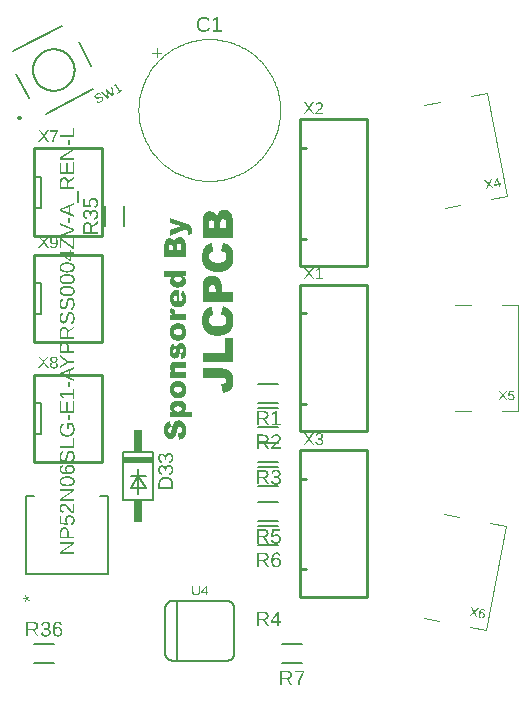
<source format=gbr>
G04 EAGLE Gerber RS-274X export*
G75*
%MOMM*%
%FSLAX34Y34*%
%LPD*%
%INSilkscreen Top*%
%IPPOS*%
%AMOC8*
5,1,8,0,0,1.08239X$1,22.5*%
G01*
G04 Define Apertures*
%ADD10C,0.254000*%
%ADD11C,0.101600*%
%ADD12C,0.127000*%
%ADD13C,0.200000*%
%ADD14C,0.152400*%
%ADD15R,2.540000X0.508000*%
%ADD16R,0.762000X1.905000*%
%ADD17C,0.120000*%
G36*
X700000Y85790D02*
X682015Y85790D01*
X682015Y96193D01*
X682035Y96825D01*
X682096Y97418D01*
X682196Y97974D01*
X682337Y98492D01*
X682518Y98972D01*
X682740Y99415D01*
X683001Y99820D01*
X683303Y100187D01*
X683635Y100513D01*
X683986Y100796D01*
X684356Y101035D01*
X684745Y101231D01*
X685153Y101383D01*
X685580Y101492D01*
X686027Y101557D01*
X686493Y101579D01*
X686885Y101563D01*
X687262Y101517D01*
X687625Y101439D01*
X687974Y101331D01*
X688309Y101191D01*
X688630Y101020D01*
X688936Y100818D01*
X689229Y100585D01*
X689414Y100410D01*
X689589Y100216D01*
X689754Y100002D01*
X689910Y99769D01*
X690055Y99518D01*
X690190Y99247D01*
X690316Y98956D01*
X690431Y98647D01*
X690558Y99115D01*
X690706Y99552D01*
X690875Y99957D01*
X691064Y100329D01*
X691275Y100670D01*
X691506Y100978D01*
X691759Y101255D01*
X692032Y101499D01*
X692325Y101713D01*
X692636Y101899D01*
X692965Y102056D01*
X693312Y102185D01*
X693678Y102285D01*
X694062Y102356D01*
X694464Y102399D01*
X694884Y102413D01*
X695229Y102403D01*
X695566Y102373D01*
X695893Y102322D01*
X696212Y102251D01*
X696522Y102159D01*
X696823Y102047D01*
X697116Y101915D01*
X697399Y101763D01*
X697671Y101593D01*
X697928Y101408D01*
X698171Y101208D01*
X698399Y100993D01*
X698613Y100763D01*
X698812Y100519D01*
X698996Y100259D01*
X699166Y99984D01*
X699264Y99798D01*
X699354Y99590D01*
X699515Y99107D01*
X699649Y98535D01*
X699755Y97874D01*
X699939Y96313D01*
X699985Y95769D01*
X700000Y95384D01*
X700000Y85790D01*
G37*
%LPC*%
G36*
X696136Y91396D02*
X696136Y94230D01*
X696128Y94576D01*
X696104Y94895D01*
X696064Y95188D01*
X696008Y95454D01*
X695937Y95694D01*
X695849Y95907D01*
X695746Y96094D01*
X695626Y96255D01*
X695494Y96393D01*
X695350Y96512D01*
X695195Y96613D01*
X695030Y96696D01*
X694853Y96761D01*
X694666Y96807D01*
X694468Y96834D01*
X694259Y96844D01*
X694064Y96834D01*
X693879Y96807D01*
X693705Y96762D01*
X693539Y96698D01*
X693384Y96616D01*
X693238Y96516D01*
X693103Y96397D01*
X692977Y96261D01*
X692863Y96101D01*
X692765Y95915D01*
X692681Y95700D01*
X692613Y95459D01*
X692560Y95190D01*
X692522Y94893D01*
X692500Y94569D01*
X692492Y94218D01*
X692492Y91396D01*
X696136Y91396D01*
G37*
G36*
X689069Y91396D02*
X689069Y93813D01*
X689062Y94126D01*
X689041Y94414D01*
X689006Y94677D01*
X688957Y94916D01*
X688894Y95130D01*
X688817Y95319D01*
X688726Y95483D01*
X688621Y95623D01*
X688503Y95742D01*
X688373Y95846D01*
X688229Y95933D01*
X688074Y96005D01*
X687906Y96060D01*
X687725Y96100D01*
X687533Y96124D01*
X687327Y96132D01*
X687136Y96124D01*
X686956Y96100D01*
X686787Y96060D01*
X686628Y96005D01*
X686480Y95933D01*
X686343Y95846D01*
X686216Y95742D01*
X686100Y95623D01*
X685997Y95484D01*
X685907Y95321D01*
X685831Y95135D01*
X685769Y94925D01*
X685721Y94692D01*
X685686Y94435D01*
X685666Y94154D01*
X685659Y93850D01*
X685659Y91396D01*
X689069Y91396D01*
G37*
%LPD*%
G36*
X693351Y59696D02*
X692952Y59702D01*
X692565Y59720D01*
X692190Y59750D01*
X691826Y59793D01*
X691475Y59847D01*
X691136Y59914D01*
X690808Y59993D01*
X690492Y60084D01*
X690188Y60187D01*
X689897Y60302D01*
X689616Y60429D01*
X689348Y60569D01*
X689092Y60720D01*
X688848Y60884D01*
X688615Y61060D01*
X688394Y61248D01*
X687992Y61649D01*
X687643Y62076D01*
X687348Y62530D01*
X687106Y63010D01*
X686918Y63516D01*
X686845Y63779D01*
X686784Y64048D01*
X686737Y64324D01*
X686704Y64607D01*
X686684Y64896D01*
X686677Y65192D01*
X686683Y65480D01*
X686701Y65761D01*
X686775Y66304D01*
X686898Y66819D01*
X687069Y67308D01*
X687290Y67770D01*
X687560Y68205D01*
X687879Y68614D01*
X688247Y68995D01*
X682015Y68995D01*
X682015Y74037D01*
X700000Y74037D01*
X700000Y69363D01*
X698074Y69363D01*
X698638Y68883D01*
X699101Y68425D01*
X699466Y67987D01*
X699610Y67777D01*
X699730Y67572D01*
X699862Y67298D01*
X699977Y67017D01*
X700074Y66728D01*
X700153Y66431D01*
X700215Y66127D01*
X700259Y65814D01*
X700286Y65495D01*
X700294Y65167D01*
X700287Y64839D01*
X700263Y64521D01*
X700223Y64213D01*
X700168Y63915D01*
X700097Y63626D01*
X700010Y63348D01*
X699907Y63079D01*
X699788Y62820D01*
X699654Y62570D01*
X699504Y62331D01*
X699338Y62101D01*
X699156Y61881D01*
X698958Y61671D01*
X698745Y61471D01*
X698515Y61281D01*
X698270Y61100D01*
X697751Y60771D01*
X697204Y60486D01*
X696630Y60245D01*
X696028Y60047D01*
X695400Y59893D01*
X694744Y59784D01*
X694061Y59718D01*
X693351Y59696D01*
G37*
%LPC*%
G36*
X693559Y64689D02*
X693945Y64698D01*
X694303Y64727D01*
X694636Y64774D01*
X694941Y64841D01*
X695220Y64926D01*
X695472Y65030D01*
X695697Y65154D01*
X695896Y65296D01*
X696070Y65452D01*
X696221Y65618D01*
X696349Y65792D01*
X696453Y65976D01*
X696534Y66168D01*
X696592Y66369D01*
X696627Y66580D01*
X696639Y66799D01*
X696627Y67033D01*
X696592Y67258D01*
X696533Y67472D01*
X696451Y67676D01*
X696346Y67871D01*
X696218Y68055D01*
X696066Y68229D01*
X695890Y68394D01*
X695688Y68543D01*
X695457Y68673D01*
X695196Y68783D01*
X694906Y68872D01*
X694586Y68942D01*
X694236Y68992D01*
X693857Y69022D01*
X693449Y69032D01*
X693078Y69022D01*
X692731Y68991D01*
X692408Y68940D01*
X692110Y68869D01*
X691836Y68778D01*
X691587Y68666D01*
X691362Y68534D01*
X691161Y68382D01*
X690984Y68214D01*
X690831Y68035D01*
X690701Y67846D01*
X690595Y67646D01*
X690513Y67435D01*
X690454Y67213D01*
X690418Y66981D01*
X690406Y66738D01*
X690418Y66524D01*
X690452Y66320D01*
X690508Y66124D01*
X690587Y65937D01*
X690689Y65759D01*
X690814Y65590D01*
X690961Y65429D01*
X691130Y65278D01*
X691327Y65140D01*
X691553Y65020D01*
X691811Y64919D01*
X692099Y64836D01*
X692418Y64772D01*
X692768Y64726D01*
X693148Y64698D01*
X693559Y64689D01*
G37*
%LPD*%
G36*
X704956Y-50310D02*
X686971Y-50310D01*
X686971Y-45636D01*
X688897Y-45636D01*
X688339Y-45162D01*
X687879Y-44707D01*
X687517Y-44272D01*
X687373Y-44062D01*
X687254Y-43857D01*
X687118Y-43581D01*
X687001Y-43297D01*
X686902Y-43006D01*
X686821Y-42707D01*
X686758Y-42401D01*
X686713Y-42088D01*
X686686Y-41768D01*
X686677Y-41440D01*
X686685Y-41118D01*
X686708Y-40806D01*
X686747Y-40502D01*
X686802Y-40208D01*
X686872Y-39923D01*
X686958Y-39647D01*
X687060Y-39381D01*
X687177Y-39123D01*
X687310Y-38875D01*
X687458Y-38637D01*
X687622Y-38407D01*
X687802Y-38187D01*
X687997Y-37976D01*
X688208Y-37774D01*
X688434Y-37581D01*
X688677Y-37398D01*
X689191Y-37063D01*
X689735Y-36773D01*
X690309Y-36527D01*
X690912Y-36326D01*
X691545Y-36170D01*
X692208Y-36058D01*
X692899Y-35991D01*
X693621Y-35969D01*
X694021Y-35975D01*
X694409Y-35993D01*
X694786Y-36024D01*
X695150Y-36066D01*
X695502Y-36121D01*
X695842Y-36188D01*
X696171Y-36267D01*
X696487Y-36358D01*
X696791Y-36462D01*
X697083Y-36578D01*
X697363Y-36705D01*
X697631Y-36845D01*
X697887Y-36997D01*
X698131Y-37162D01*
X698363Y-37338D01*
X698583Y-37527D01*
X698984Y-37929D01*
X699332Y-38357D01*
X699626Y-38811D01*
X699867Y-39290D01*
X700054Y-39796D01*
X700127Y-40058D01*
X700187Y-40326D01*
X700234Y-40601D01*
X700268Y-40883D01*
X700288Y-41171D01*
X700294Y-41465D01*
X700288Y-41750D01*
X700270Y-42029D01*
X700196Y-42568D01*
X700074Y-43081D01*
X699902Y-43569D01*
X699682Y-44032D01*
X699414Y-44469D01*
X699099Y-44881D01*
X698736Y-45268D01*
X704956Y-45268D01*
X704956Y-50310D01*
G37*
%LPC*%
G36*
X693522Y-45305D02*
X693896Y-45295D01*
X694246Y-45264D01*
X694570Y-45213D01*
X694869Y-45142D01*
X695143Y-45051D01*
X695393Y-44939D01*
X695617Y-44807D01*
X695817Y-44655D01*
X695992Y-44487D01*
X696144Y-44308D01*
X696273Y-44119D01*
X696378Y-43919D01*
X696460Y-43708D01*
X696518Y-43486D01*
X696553Y-43254D01*
X696565Y-43011D01*
X696554Y-42797D01*
X696520Y-42593D01*
X696464Y-42397D01*
X696386Y-42210D01*
X696285Y-42032D01*
X696161Y-41863D01*
X696015Y-41702D01*
X695847Y-41551D01*
X695652Y-41413D01*
X695426Y-41293D01*
X695168Y-41192D01*
X694880Y-41109D01*
X694560Y-41045D01*
X694208Y-40999D01*
X693826Y-40971D01*
X693412Y-40962D01*
X693030Y-40972D01*
X692673Y-41000D01*
X692343Y-41048D01*
X692040Y-41115D01*
X691762Y-41202D01*
X691511Y-41307D01*
X691286Y-41432D01*
X691087Y-41575D01*
X690913Y-41733D01*
X690763Y-41899D01*
X690635Y-42073D01*
X690531Y-42256D01*
X690449Y-42448D01*
X690391Y-42647D01*
X690357Y-42856D01*
X690345Y-43072D01*
X690357Y-43306D01*
X690392Y-43531D01*
X690450Y-43745D01*
X690532Y-43949D01*
X690637Y-44144D01*
X690766Y-44328D01*
X690918Y-44502D01*
X691093Y-44667D01*
X691295Y-44816D01*
X691526Y-44946D01*
X691786Y-45056D01*
X692075Y-45145D01*
X692393Y-45215D01*
X692740Y-45265D01*
X693117Y-45295D01*
X693522Y-45305D01*
G37*
%LPD*%
G36*
X694050Y-69129D02*
X693719Y-63841D01*
X694031Y-63793D01*
X694325Y-63733D01*
X694599Y-63663D01*
X694854Y-63581D01*
X695089Y-63488D01*
X695306Y-63384D01*
X695503Y-63269D01*
X695682Y-63142D01*
X695938Y-62916D01*
X696159Y-62667D01*
X696347Y-62395D01*
X696501Y-62099D01*
X696620Y-61781D01*
X696705Y-61440D01*
X696756Y-61076D01*
X696774Y-60689D01*
X696765Y-60400D01*
X696739Y-60128D01*
X696695Y-59873D01*
X696634Y-59635D01*
X696555Y-59414D01*
X696460Y-59211D01*
X696346Y-59024D01*
X696215Y-58854D01*
X696073Y-58704D01*
X695925Y-58573D01*
X695772Y-58462D01*
X695613Y-58371D01*
X695448Y-58301D01*
X695278Y-58251D01*
X695102Y-58220D01*
X694921Y-58210D01*
X694749Y-58220D01*
X694581Y-58249D01*
X694417Y-58297D01*
X694259Y-58364D01*
X694104Y-58450D01*
X693955Y-58555D01*
X693810Y-58680D01*
X693670Y-58824D01*
X693533Y-59002D01*
X693398Y-59232D01*
X693264Y-59512D01*
X693133Y-59842D01*
X693004Y-60223D01*
X692876Y-60655D01*
X692627Y-61670D01*
X692413Y-62551D01*
X692182Y-63367D01*
X691935Y-64117D01*
X691670Y-64801D01*
X691389Y-65420D01*
X691090Y-65974D01*
X690775Y-66462D01*
X690443Y-66884D01*
X690091Y-67252D01*
X689716Y-67571D01*
X689317Y-67841D01*
X688894Y-68062D01*
X688449Y-68233D01*
X687980Y-68356D01*
X687487Y-68430D01*
X687232Y-68448D01*
X686971Y-68454D01*
X686627Y-68442D01*
X686288Y-68404D01*
X685953Y-68341D01*
X685623Y-68253D01*
X685298Y-68140D01*
X684978Y-68002D01*
X684663Y-67839D01*
X684352Y-67651D01*
X684052Y-67437D01*
X683769Y-67198D01*
X683502Y-66934D01*
X683251Y-66645D01*
X683017Y-66330D01*
X682799Y-65990D01*
X682598Y-65625D01*
X682414Y-65234D01*
X682248Y-64812D01*
X682105Y-64353D01*
X681984Y-63856D01*
X681885Y-63322D01*
X681808Y-62750D01*
X681752Y-62141D01*
X681719Y-61495D01*
X681708Y-60811D01*
X681728Y-59975D01*
X681788Y-59190D01*
X681889Y-58456D01*
X682029Y-57773D01*
X682209Y-57142D01*
X682429Y-56562D01*
X682690Y-56032D01*
X682990Y-55554D01*
X683335Y-55125D01*
X683726Y-54741D01*
X684165Y-54403D01*
X684651Y-54111D01*
X685185Y-53865D01*
X685766Y-53665D01*
X686394Y-53510D01*
X687069Y-53401D01*
X687376Y-58640D01*
X687083Y-58699D01*
X686810Y-58773D01*
X686558Y-58861D01*
X686327Y-58963D01*
X686117Y-59080D01*
X685927Y-59211D01*
X685758Y-59357D01*
X685610Y-59517D01*
X685480Y-59692D01*
X685368Y-59883D01*
X685273Y-60090D01*
X685196Y-60313D01*
X685135Y-60552D01*
X685092Y-60806D01*
X685066Y-61077D01*
X685058Y-61363D01*
X685064Y-61598D01*
X685083Y-61818D01*
X685115Y-62023D01*
X685160Y-62213D01*
X685218Y-62388D01*
X685289Y-62548D01*
X685372Y-62693D01*
X685469Y-62823D01*
X685685Y-63038D01*
X685924Y-63191D01*
X686052Y-63245D01*
X686185Y-63283D01*
X686324Y-63306D01*
X686468Y-63314D01*
X686678Y-63289D01*
X686876Y-63213D01*
X687064Y-63086D01*
X687241Y-62909D01*
X687329Y-62794D01*
X687416Y-62645D01*
X687585Y-62247D01*
X687747Y-61713D01*
X687904Y-61044D01*
X688100Y-60166D01*
X688297Y-59352D01*
X688495Y-58602D01*
X688693Y-57918D01*
X688892Y-57297D01*
X689092Y-56742D01*
X689292Y-56251D01*
X689492Y-55824D01*
X689699Y-55444D01*
X689918Y-55090D01*
X690149Y-54763D01*
X690393Y-54463D01*
X690648Y-54189D01*
X690915Y-53943D01*
X691195Y-53723D01*
X691486Y-53530D01*
X691788Y-53362D01*
X692099Y-53216D01*
X692418Y-53093D01*
X692747Y-52992D01*
X693084Y-52913D01*
X693430Y-52857D01*
X693785Y-52824D01*
X694148Y-52812D01*
X694576Y-52827D01*
X694996Y-52872D01*
X695408Y-52947D01*
X695810Y-53052D01*
X696205Y-53186D01*
X696591Y-53351D01*
X696969Y-53545D01*
X697338Y-53769D01*
X697692Y-54020D01*
X698024Y-54295D01*
X698334Y-54594D01*
X698621Y-54916D01*
X698887Y-55263D01*
X699131Y-55633D01*
X699353Y-56026D01*
X699552Y-56444D01*
X699729Y-56887D01*
X699882Y-57359D01*
X700012Y-57858D01*
X700118Y-58385D01*
X700201Y-58941D01*
X700260Y-59524D01*
X700295Y-60135D01*
X700307Y-60774D01*
X700300Y-61337D01*
X700279Y-61877D01*
X700245Y-62396D01*
X700196Y-62892D01*
X700134Y-63367D01*
X700058Y-63819D01*
X699969Y-64249D01*
X699865Y-64657D01*
X699748Y-65043D01*
X699617Y-65408D01*
X699472Y-65750D01*
X699313Y-66070D01*
X699140Y-66368D01*
X698954Y-66644D01*
X698754Y-66897D01*
X698540Y-67129D01*
X698084Y-67547D01*
X697597Y-67917D01*
X697081Y-68239D01*
X696534Y-68513D01*
X695958Y-68739D01*
X695352Y-68917D01*
X694716Y-69047D01*
X694050Y-69129D01*
G37*
G36*
X693522Y-34198D02*
X693154Y-34190D01*
X692794Y-34167D01*
X692441Y-34127D01*
X692097Y-34072D01*
X691762Y-34002D01*
X691434Y-33915D01*
X691115Y-33813D01*
X690804Y-33695D01*
X690501Y-33562D01*
X690206Y-33412D01*
X689919Y-33247D01*
X689641Y-33066D01*
X689371Y-32870D01*
X689109Y-32658D01*
X688855Y-32430D01*
X688609Y-32186D01*
X688375Y-31929D01*
X688156Y-31661D01*
X687952Y-31382D01*
X687764Y-31092D01*
X687590Y-30791D01*
X687432Y-30479D01*
X687288Y-30156D01*
X687160Y-29822D01*
X687047Y-29476D01*
X686949Y-29120D01*
X686866Y-28753D01*
X686798Y-28375D01*
X686745Y-27985D01*
X686707Y-27585D01*
X686684Y-27174D01*
X686677Y-26751D01*
X686686Y-26270D01*
X686712Y-25803D01*
X686757Y-25351D01*
X686819Y-24914D01*
X686899Y-24492D01*
X686996Y-24085D01*
X687111Y-23693D01*
X687244Y-23316D01*
X687395Y-22954D01*
X687563Y-22607D01*
X687750Y-22275D01*
X687954Y-21958D01*
X688175Y-21655D01*
X688415Y-21368D01*
X688672Y-21096D01*
X688947Y-20838D01*
X689417Y-20462D01*
X689913Y-20135D01*
X690436Y-19859D01*
X690986Y-19633D01*
X691562Y-19457D01*
X692165Y-19332D01*
X692476Y-19288D01*
X692794Y-19256D01*
X693118Y-19237D01*
X693449Y-19231D01*
X693820Y-19239D01*
X694183Y-19262D01*
X694538Y-19301D01*
X694884Y-19356D01*
X695221Y-19426D01*
X695550Y-19512D01*
X695871Y-19613D01*
X696183Y-19730D01*
X696487Y-19862D01*
X696782Y-20010D01*
X697069Y-20173D01*
X697347Y-20353D01*
X697616Y-20547D01*
X697878Y-20757D01*
X698130Y-20983D01*
X698375Y-21225D01*
X698607Y-21480D01*
X698825Y-21747D01*
X699027Y-22026D01*
X699214Y-22317D01*
X699387Y-22620D01*
X699544Y-22935D01*
X699687Y-23261D01*
X699814Y-23600D01*
X699927Y-23951D01*
X700024Y-24313D01*
X700107Y-24688D01*
X700174Y-25074D01*
X700227Y-25473D01*
X700264Y-25883D01*
X700287Y-26305D01*
X700294Y-26739D01*
X700288Y-27127D01*
X700270Y-27506D01*
X700238Y-27875D01*
X700195Y-28234D01*
X700139Y-28585D01*
X700070Y-28926D01*
X699989Y-29257D01*
X699896Y-29579D01*
X699671Y-30195D01*
X699397Y-30774D01*
X699073Y-31315D01*
X698700Y-31818D01*
X698448Y-32106D01*
X698187Y-32376D01*
X697916Y-32627D01*
X697635Y-32859D01*
X697345Y-33073D01*
X697046Y-33269D01*
X696737Y-33445D01*
X696418Y-33603D01*
X696089Y-33743D01*
X695751Y-33864D01*
X695404Y-33966D01*
X695047Y-34049D01*
X694680Y-34115D01*
X694304Y-34161D01*
X693918Y-34189D01*
X693522Y-34198D01*
G37*
%LPC*%
G36*
X693510Y-29193D02*
X693932Y-29182D01*
X694325Y-29149D01*
X694689Y-29094D01*
X695025Y-29016D01*
X695333Y-28917D01*
X695613Y-28796D01*
X695864Y-28653D01*
X696087Y-28487D01*
X696282Y-28305D01*
X696451Y-28112D01*
X696595Y-27907D01*
X696712Y-27692D01*
X696803Y-27464D01*
X696869Y-27226D01*
X696908Y-26976D01*
X696921Y-26715D01*
X696908Y-26451D01*
X696869Y-26199D01*
X696805Y-25959D01*
X696715Y-25732D01*
X696600Y-25516D01*
X696458Y-25313D01*
X696291Y-25121D01*
X696099Y-24942D01*
X695878Y-24780D01*
X695626Y-24639D01*
X695343Y-24520D01*
X695028Y-24422D01*
X694683Y-24346D01*
X694307Y-24292D01*
X693900Y-24260D01*
X693461Y-24249D01*
X693051Y-24260D01*
X692669Y-24293D01*
X692313Y-24347D01*
X691984Y-24424D01*
X691683Y-24522D01*
X691408Y-24642D01*
X691161Y-24784D01*
X690940Y-24948D01*
X690746Y-25128D01*
X690578Y-25318D01*
X690435Y-25519D01*
X690319Y-25730D01*
X690228Y-25952D01*
X690164Y-26183D01*
X690125Y-26425D01*
X690112Y-26678D01*
X690125Y-26945D01*
X690164Y-27200D01*
X690230Y-27443D01*
X690322Y-27675D01*
X690440Y-27894D01*
X690585Y-28102D01*
X690755Y-28297D01*
X690952Y-28481D01*
X691176Y-28648D01*
X691427Y-28793D01*
X691706Y-28915D01*
X692012Y-29015D01*
X692345Y-29093D01*
X692706Y-29148D01*
X693095Y-29182D01*
X693510Y-29193D01*
G37*
%LPD*%
G36*
X693522Y14646D02*
X693154Y14653D01*
X692794Y14677D01*
X692441Y14716D01*
X692097Y14771D01*
X691762Y14842D01*
X691434Y14929D01*
X691115Y15031D01*
X690804Y15149D01*
X690501Y15282D01*
X690206Y15431D01*
X689919Y15597D01*
X689641Y15777D01*
X689371Y15974D01*
X689109Y16186D01*
X688855Y16414D01*
X688609Y16658D01*
X688375Y16915D01*
X688156Y17183D01*
X687952Y17462D01*
X687764Y17752D01*
X687590Y18053D01*
X687432Y18365D01*
X687288Y18688D01*
X687160Y19022D01*
X687047Y19367D01*
X686949Y19724D01*
X686866Y20091D01*
X686798Y20469D01*
X686745Y20858D01*
X686707Y21259D01*
X686684Y21670D01*
X686677Y22092D01*
X686686Y22574D01*
X686712Y23041D01*
X686757Y23493D01*
X686819Y23929D01*
X686899Y24351D01*
X686996Y24758D01*
X687111Y25150D01*
X687244Y25527D01*
X687395Y25889D01*
X687563Y26237D01*
X687750Y26569D01*
X687954Y26886D01*
X688175Y27188D01*
X688415Y27476D01*
X688672Y27748D01*
X688947Y28005D01*
X689417Y28382D01*
X689913Y28709D01*
X690436Y28985D01*
X690986Y29211D01*
X691562Y29387D01*
X692165Y29512D01*
X692476Y29556D01*
X692794Y29587D01*
X693118Y29606D01*
X693449Y29613D01*
X693820Y29605D01*
X694183Y29581D01*
X694538Y29543D01*
X694884Y29488D01*
X695221Y29418D01*
X695550Y29332D01*
X695871Y29231D01*
X696183Y29114D01*
X696487Y28982D01*
X696782Y28834D01*
X697069Y28670D01*
X697347Y28491D01*
X697616Y28297D01*
X697878Y28086D01*
X698130Y27860D01*
X698375Y27619D01*
X698607Y27364D01*
X698825Y27097D01*
X699027Y26818D01*
X699214Y26527D01*
X699387Y26224D01*
X699544Y25909D01*
X699687Y25582D01*
X699814Y25244D01*
X699927Y24893D01*
X700024Y24530D01*
X700107Y24156D01*
X700174Y23770D01*
X700227Y23371D01*
X700264Y22961D01*
X700287Y22539D01*
X700294Y22105D01*
X700288Y21717D01*
X700270Y21338D01*
X700238Y20969D01*
X700195Y20609D01*
X700139Y20259D01*
X700070Y19918D01*
X699989Y19587D01*
X699896Y19264D01*
X699671Y18648D01*
X699397Y18070D01*
X699073Y17529D01*
X698700Y17026D01*
X698448Y16737D01*
X698187Y16468D01*
X697916Y16217D01*
X697635Y15984D01*
X697345Y15770D01*
X697046Y15575D01*
X696737Y15399D01*
X696418Y15241D01*
X696089Y15101D01*
X695751Y14980D01*
X695404Y14878D01*
X695047Y14794D01*
X694680Y14729D01*
X694304Y14683D01*
X693918Y14655D01*
X693522Y14646D01*
G37*
%LPC*%
G36*
X693510Y19651D02*
X693932Y19662D01*
X694325Y19695D01*
X694689Y19750D01*
X695025Y19827D01*
X695333Y19926D01*
X695613Y20048D01*
X695864Y20191D01*
X696087Y20356D01*
X696282Y20538D01*
X696451Y20732D01*
X696595Y20936D01*
X696712Y21152D01*
X696803Y21379D01*
X696869Y21618D01*
X696908Y21868D01*
X696921Y22129D01*
X696908Y22393D01*
X696869Y22645D01*
X696805Y22884D01*
X696715Y23112D01*
X696600Y23328D01*
X696458Y23531D01*
X696291Y23723D01*
X696099Y23902D01*
X695878Y24064D01*
X695626Y24205D01*
X695343Y24324D01*
X695028Y24422D01*
X694683Y24497D01*
X694307Y24552D01*
X693900Y24584D01*
X693461Y24595D01*
X693051Y24584D01*
X692669Y24551D01*
X692313Y24497D01*
X691984Y24420D01*
X691683Y24322D01*
X691408Y24202D01*
X691161Y24060D01*
X690940Y23896D01*
X690746Y23716D01*
X690578Y23525D01*
X690435Y23325D01*
X690319Y23114D01*
X690228Y22892D01*
X690164Y22660D01*
X690125Y22418D01*
X690112Y22166D01*
X690125Y21899D01*
X690164Y21644D01*
X690230Y21400D01*
X690322Y21169D01*
X690440Y20950D01*
X690585Y20742D01*
X690755Y20546D01*
X690952Y20362D01*
X691176Y20196D01*
X691427Y20051D01*
X691706Y19929D01*
X692012Y19829D01*
X692345Y19751D01*
X692706Y19695D01*
X693095Y19662D01*
X693510Y19651D01*
G37*
%LPD*%
G36*
X693510Y42946D02*
X693133Y42953D01*
X692765Y42976D01*
X692406Y43015D01*
X692056Y43068D01*
X691715Y43137D01*
X691383Y43221D01*
X691060Y43320D01*
X690747Y43435D01*
X690442Y43565D01*
X690147Y43710D01*
X689861Y43871D01*
X689584Y44046D01*
X689316Y44238D01*
X689057Y44444D01*
X688807Y44666D01*
X688566Y44903D01*
X688337Y45153D01*
X688123Y45415D01*
X687924Y45689D01*
X687740Y45974D01*
X687570Y46271D01*
X687415Y46580D01*
X687275Y46900D01*
X687149Y47232D01*
X687039Y47576D01*
X686943Y47931D01*
X686861Y48298D01*
X686795Y48676D01*
X686743Y49066D01*
X686706Y49468D01*
X686684Y49882D01*
X686677Y50307D01*
X686690Y50988D01*
X686730Y51632D01*
X686796Y52239D01*
X686889Y52809D01*
X687008Y53343D01*
X687153Y53840D01*
X687325Y54300D01*
X687523Y54723D01*
X687747Y55116D01*
X687994Y55485D01*
X688265Y55829D01*
X688560Y56149D01*
X688879Y56445D01*
X689221Y56717D01*
X689587Y56965D01*
X689977Y57189D01*
X690394Y57387D01*
X690841Y57559D01*
X691319Y57705D01*
X691826Y57824D01*
X692365Y57916D01*
X692933Y57983D01*
X693532Y58022D01*
X694160Y58036D01*
X694725Y58036D01*
X694725Y48025D01*
X695016Y48064D01*
X695288Y48116D01*
X695540Y48179D01*
X695774Y48255D01*
X695988Y48342D01*
X696183Y48441D01*
X696359Y48552D01*
X696516Y48675D01*
X696714Y48863D01*
X696886Y49064D01*
X697032Y49280D01*
X697151Y49509D01*
X697243Y49752D01*
X697309Y50009D01*
X697349Y50280D01*
X697362Y50564D01*
X697339Y50928D01*
X697270Y51282D01*
X697155Y51627D01*
X696994Y51963D01*
X696856Y52169D01*
X696672Y52383D01*
X696445Y52605D01*
X696172Y52834D01*
X696626Y57753D01*
X697100Y57464D01*
X697538Y57160D01*
X697942Y56841D01*
X698312Y56508D01*
X698646Y56160D01*
X698946Y55798D01*
X699211Y55421D01*
X699442Y55030D01*
X699642Y54609D01*
X699815Y54146D01*
X699961Y53639D01*
X700081Y53088D01*
X700175Y52495D01*
X700241Y51858D01*
X700281Y51177D01*
X700294Y50454D01*
X700283Y49824D01*
X700249Y49229D01*
X700192Y48668D01*
X700112Y48141D01*
X700009Y47649D01*
X699884Y47192D01*
X699736Y46769D01*
X699565Y46381D01*
X699369Y46018D01*
X699146Y45670D01*
X698896Y45339D01*
X698620Y45024D01*
X698317Y44724D01*
X697987Y44441D01*
X697630Y44173D01*
X697246Y43921D01*
X696840Y43693D01*
X696417Y43494D01*
X695976Y43327D01*
X695518Y43190D01*
X695042Y43083D01*
X694549Y43007D01*
X694038Y42961D01*
X693510Y42946D01*
G37*
%LPC*%
G36*
X692332Y48037D02*
X692332Y52957D01*
X691983Y52912D01*
X691660Y52853D01*
X691362Y52778D01*
X691090Y52688D01*
X690844Y52583D01*
X690623Y52463D01*
X690428Y52328D01*
X690259Y52178D01*
X690113Y52013D01*
X689985Y51837D01*
X689878Y51648D01*
X689790Y51446D01*
X689722Y51232D01*
X689673Y51006D01*
X689643Y50767D01*
X689634Y50515D01*
X689648Y50225D01*
X689693Y49950D01*
X689766Y49690D01*
X689870Y49445D01*
X690003Y49215D01*
X690165Y48999D01*
X690357Y48799D01*
X690578Y48614D01*
X690734Y48505D01*
X690909Y48407D01*
X691101Y48320D01*
X691311Y48243D01*
X691539Y48176D01*
X691786Y48119D01*
X692332Y48037D01*
G37*
%LPD*%
G36*
X686971Y103542D02*
X686971Y108811D01*
X695645Y111498D01*
X686971Y113994D01*
X686971Y118914D01*
X700892Y113745D01*
X701464Y113524D01*
X701986Y113301D01*
X702461Y113078D01*
X702887Y112853D01*
X703265Y112627D01*
X703595Y112400D01*
X703876Y112172D01*
X704109Y111943D01*
X704385Y111596D01*
X704625Y111208D01*
X704827Y110776D01*
X704993Y110302D01*
X705122Y109786D01*
X705214Y109227D01*
X705269Y108626D01*
X705288Y107982D01*
X705269Y107368D01*
X705214Y106608D01*
X705122Y105701D01*
X704993Y104646D01*
X701509Y104254D01*
X701659Y104809D01*
X701767Y105394D01*
X701831Y106010D01*
X701852Y106656D01*
X701846Y106872D01*
X701827Y107077D01*
X701795Y107271D01*
X701751Y107455D01*
X701694Y107628D01*
X701624Y107791D01*
X701542Y107943D01*
X701447Y108084D01*
X701336Y108218D01*
X701205Y108347D01*
X700882Y108588D01*
X700480Y108809D01*
X699998Y109010D01*
X686971Y103542D01*
G37*
G36*
X700000Y-16835D02*
X686971Y-16835D01*
X686971Y-12185D01*
X689094Y-12185D01*
X688490Y-11662D01*
X688223Y-11400D01*
X687979Y-11136D01*
X687758Y-10872D01*
X687561Y-10607D01*
X687386Y-10342D01*
X687235Y-10075D01*
X687104Y-9801D01*
X686991Y-9512D01*
X686895Y-9209D01*
X686816Y-8891D01*
X686755Y-8559D01*
X686712Y-8212D01*
X686686Y-7850D01*
X686677Y-7474D01*
X686696Y-6970D01*
X686754Y-6494D01*
X686850Y-6046D01*
X686985Y-5626D01*
X687159Y-5235D01*
X687370Y-4872D01*
X687621Y-4536D01*
X687910Y-4229D01*
X688239Y-3955D01*
X688610Y-3717D01*
X689023Y-3515D01*
X689479Y-3351D01*
X689976Y-3223D01*
X690515Y-3131D01*
X691096Y-3076D01*
X691719Y-3058D01*
X700000Y-3058D01*
X700000Y-8075D01*
X692835Y-8075D01*
X692540Y-8083D01*
X692267Y-8104D01*
X692016Y-8139D01*
X691788Y-8189D01*
X691582Y-8253D01*
X691399Y-8331D01*
X691238Y-8423D01*
X691100Y-8529D01*
X690980Y-8649D01*
X690877Y-8779D01*
X690789Y-8922D01*
X690718Y-9075D01*
X690662Y-9240D01*
X690622Y-9417D01*
X690598Y-9605D01*
X690590Y-9805D01*
X690601Y-10027D01*
X690633Y-10238D01*
X690687Y-10438D01*
X690762Y-10627D01*
X690859Y-10806D01*
X690977Y-10974D01*
X691116Y-11131D01*
X691277Y-11277D01*
X691466Y-11410D01*
X691689Y-11524D01*
X691946Y-11621D01*
X692237Y-11701D01*
X692563Y-11762D01*
X692922Y-11806D01*
X693316Y-11833D01*
X693743Y-11842D01*
X700000Y-11842D01*
X700000Y-16835D01*
G37*
G36*
X696381Y-968D02*
X695915Y3988D01*
X696325Y4157D01*
X696672Y4356D01*
X696957Y4586D01*
X697075Y4713D01*
X697178Y4847D01*
X697268Y4991D01*
X697345Y5146D01*
X697410Y5313D01*
X697464Y5491D01*
X697505Y5681D01*
X697535Y5882D01*
X697553Y6095D01*
X697559Y6319D01*
X697552Y6564D01*
X697532Y6794D01*
X697498Y7010D01*
X697451Y7212D01*
X697391Y7399D01*
X697317Y7573D01*
X697230Y7732D01*
X697130Y7877D01*
X696961Y8065D01*
X696772Y8199D01*
X696563Y8280D01*
X696451Y8300D01*
X696334Y8307D01*
X696203Y8298D01*
X696080Y8271D01*
X695964Y8227D01*
X695856Y8165D01*
X695756Y8086D01*
X695663Y7989D01*
X695501Y7742D01*
X695390Y7456D01*
X695268Y7003D01*
X695133Y6383D01*
X694986Y5595D01*
X694764Y4394D01*
X694550Y3392D01*
X694344Y2588D01*
X694147Y1982D01*
X694042Y1734D01*
X693920Y1496D01*
X693782Y1268D01*
X693627Y1050D01*
X693456Y842D01*
X693268Y644D01*
X693063Y455D01*
X692842Y277D01*
X692608Y115D01*
X692366Y-26D01*
X692116Y-145D01*
X691858Y-243D01*
X691592Y-319D01*
X691318Y-373D01*
X691036Y-405D01*
X690746Y-416D01*
X690430Y-404D01*
X690125Y-369D01*
X689831Y-311D01*
X689548Y-229D01*
X689276Y-124D01*
X689015Y5D01*
X688766Y157D01*
X688527Y332D01*
X688302Y528D01*
X688091Y742D01*
X687895Y973D01*
X687714Y1222D01*
X687548Y1488D01*
X687396Y1772D01*
X687259Y2074D01*
X687136Y2393D01*
X687029Y2736D01*
X686935Y3106D01*
X686856Y3504D01*
X686792Y3930D01*
X686742Y4384D01*
X686706Y4866D01*
X686684Y5376D01*
X686677Y5914D01*
X686699Y7003D01*
X686727Y7491D01*
X686766Y7940D01*
X686816Y8351D01*
X686877Y8724D01*
X686949Y9059D01*
X687033Y9355D01*
X687128Y9627D01*
X687235Y9888D01*
X687355Y10136D01*
X687487Y10374D01*
X687631Y10600D01*
X687787Y10814D01*
X687956Y11017D01*
X688137Y11208D01*
X688332Y11390D01*
X688544Y11563D01*
X689017Y11887D01*
X689556Y12180D01*
X690161Y12441D01*
X690627Y7705D01*
X690335Y7598D01*
X690084Y7460D01*
X689875Y7291D01*
X689707Y7092D01*
X689535Y6782D01*
X689413Y6442D01*
X689339Y6071D01*
X689321Y5874D01*
X689315Y5669D01*
X689333Y5274D01*
X689390Y4937D01*
X689483Y4658D01*
X689615Y4436D01*
X689773Y4267D01*
X689947Y4146D01*
X690137Y4074D01*
X690344Y4050D01*
X690459Y4057D01*
X690568Y4080D01*
X690669Y4119D01*
X690763Y4172D01*
X690929Y4326D01*
X691066Y4540D01*
X691186Y4858D01*
X691299Y5319D01*
X691406Y5925D01*
X691507Y6675D01*
X691662Y7840D01*
X691750Y8363D01*
X691844Y8846D01*
X691946Y9290D01*
X692054Y9693D01*
X692169Y10056D01*
X692292Y10380D01*
X692424Y10675D01*
X692570Y10951D01*
X692729Y11211D01*
X692901Y11452D01*
X693087Y11675D01*
X693287Y11881D01*
X693499Y12069D01*
X693725Y12238D01*
X693961Y12389D01*
X694203Y12520D01*
X694450Y12631D01*
X694703Y12722D01*
X694962Y12792D01*
X695226Y12842D01*
X695496Y12873D01*
X695772Y12883D01*
X696053Y12872D01*
X696332Y12840D01*
X696609Y12787D01*
X696884Y12712D01*
X697158Y12617D01*
X697429Y12500D01*
X697698Y12361D01*
X697966Y12202D01*
X698226Y12019D01*
X698472Y11812D01*
X698704Y11581D01*
X698923Y11325D01*
X699129Y11044D01*
X699321Y10739D01*
X699499Y10409D01*
X699663Y10055D01*
X699811Y9672D01*
X699939Y9255D01*
X700048Y8806D01*
X700137Y8323D01*
X700206Y7808D01*
X700255Y7259D01*
X700285Y6677D01*
X700294Y6062D01*
X700279Y5201D01*
X700231Y4405D01*
X700151Y3673D01*
X700040Y3005D01*
X699897Y2402D01*
X699722Y1862D01*
X699515Y1387D01*
X699276Y976D01*
X699008Y615D01*
X698713Y287D01*
X698392Y-7D01*
X698043Y-267D01*
X697668Y-493D01*
X697266Y-686D01*
X696837Y-844D01*
X696381Y-968D01*
G37*
G36*
X700000Y32058D02*
X686971Y32058D01*
X686971Y36732D01*
X689106Y36732D01*
X688467Y37072D01*
X687936Y37418D01*
X687711Y37592D01*
X687513Y37768D01*
X687342Y37946D01*
X687198Y38125D01*
X687076Y38309D01*
X686970Y38505D01*
X686881Y38710D01*
X686807Y38927D01*
X686750Y39153D01*
X686709Y39391D01*
X686685Y39639D01*
X686677Y39897D01*
X686688Y40177D01*
X686720Y40462D01*
X686774Y40755D01*
X686849Y41054D01*
X686945Y41359D01*
X687063Y41671D01*
X687203Y41989D01*
X687364Y42314D01*
X690922Y40768D01*
X690761Y40350D01*
X690646Y39977D01*
X690577Y39650D01*
X690554Y39370D01*
X690566Y39131D01*
X690604Y38907D01*
X690667Y38696D01*
X690756Y38499D01*
X690870Y38316D01*
X691009Y38146D01*
X691174Y37990D01*
X691363Y37849D01*
X691680Y37667D01*
X692058Y37510D01*
X692498Y37378D01*
X693001Y37269D01*
X693566Y37184D01*
X694193Y37124D01*
X694882Y37088D01*
X695633Y37076D01*
X700000Y37076D01*
X700000Y32058D01*
G37*
G36*
X740000Y101710D02*
X714298Y101710D01*
X714298Y116577D01*
X714305Y117035D01*
X714326Y117480D01*
X714362Y117910D01*
X714413Y118328D01*
X714477Y118732D01*
X714556Y119122D01*
X714650Y119499D01*
X714758Y119862D01*
X714880Y120212D01*
X715017Y120549D01*
X715168Y120872D01*
X715333Y121181D01*
X715513Y121477D01*
X715707Y121760D01*
X715916Y122029D01*
X716139Y122284D01*
X716612Y122750D01*
X717114Y123155D01*
X717375Y123333D01*
X717642Y123497D01*
X717917Y123644D01*
X718199Y123777D01*
X718487Y123893D01*
X718782Y123994D01*
X719084Y124080D01*
X719393Y124150D01*
X719709Y124204D01*
X720031Y124243D01*
X720361Y124266D01*
X720697Y124274D01*
X721257Y124252D01*
X721796Y124185D01*
X722315Y124074D01*
X722814Y123919D01*
X723293Y123719D01*
X723751Y123475D01*
X724189Y123187D01*
X724607Y122854D01*
X724871Y122604D01*
X725122Y122326D01*
X725358Y122021D01*
X725580Y121688D01*
X725787Y121328D01*
X725981Y120941D01*
X726160Y120526D01*
X726325Y120084D01*
X726506Y120753D01*
X726718Y121377D01*
X726959Y121956D01*
X727230Y122488D01*
X727531Y122975D01*
X727862Y123415D01*
X728222Y123811D01*
X728613Y124160D01*
X729031Y124466D01*
X729476Y124732D01*
X729946Y124956D01*
X730443Y125140D01*
X730965Y125283D01*
X731514Y125385D01*
X732088Y125446D01*
X732689Y125466D01*
X733182Y125452D01*
X733663Y125408D01*
X734131Y125336D01*
X734587Y125234D01*
X735030Y125103D01*
X735460Y124944D01*
X735878Y124755D01*
X736283Y124537D01*
X736672Y124294D01*
X737039Y124030D01*
X737386Y123744D01*
X737712Y123437D01*
X738017Y123108D01*
X738302Y122759D01*
X738565Y122387D01*
X738808Y121995D01*
X738948Y121729D01*
X739077Y121432D01*
X739197Y121102D01*
X739308Y120741D01*
X739408Y120348D01*
X739498Y119924D01*
X739579Y119467D01*
X739649Y118979D01*
X739803Y117751D01*
X739912Y116748D01*
X739978Y115971D01*
X740000Y115420D01*
X740000Y101710D01*
G37*
%LPC*%
G36*
X734477Y109722D02*
X734477Y113772D01*
X734466Y114266D01*
X734432Y114722D01*
X734375Y115140D01*
X734295Y115521D01*
X734193Y115864D01*
X734068Y116169D01*
X733920Y116436D01*
X733750Y116665D01*
X733560Y116862D01*
X733355Y117033D01*
X733134Y117178D01*
X732897Y117296D01*
X732645Y117388D01*
X732377Y117454D01*
X732094Y117493D01*
X731795Y117507D01*
X731517Y117494D01*
X731253Y117454D01*
X731003Y117389D01*
X730767Y117298D01*
X730545Y117181D01*
X730337Y117038D01*
X730143Y116869D01*
X729963Y116674D01*
X729800Y116446D01*
X729660Y116179D01*
X729541Y115873D01*
X729443Y115528D01*
X729368Y115143D01*
X729314Y114719D01*
X729281Y114257D01*
X729270Y113755D01*
X729270Y109722D01*
X734477Y109722D01*
G37*
G36*
X724379Y109722D02*
X724379Y113176D01*
X724369Y113623D01*
X724339Y114035D01*
X724289Y114411D01*
X724219Y114752D01*
X724129Y115057D01*
X724019Y115328D01*
X723889Y115562D01*
X723739Y115762D01*
X723570Y115933D01*
X723383Y116080D01*
X723179Y116205D01*
X722956Y116308D01*
X722716Y116387D01*
X722458Y116444D01*
X722183Y116478D01*
X721889Y116490D01*
X721616Y116478D01*
X721359Y116444D01*
X721117Y116387D01*
X720890Y116308D01*
X720678Y116205D01*
X720482Y116080D01*
X720301Y115933D01*
X720136Y115762D01*
X719988Y115563D01*
X719860Y115331D01*
X719751Y115065D01*
X719663Y114765D01*
X719593Y114431D01*
X719544Y114064D01*
X719515Y113663D01*
X719505Y113229D01*
X719505Y109722D01*
X724379Y109722D01*
G37*
%LPD*%
G36*
X740000Y47782D02*
X714298Y47782D01*
X714298Y60984D01*
X714306Y61515D01*
X714330Y62029D01*
X714370Y62525D01*
X714426Y63005D01*
X714498Y63468D01*
X714586Y63914D01*
X714690Y64344D01*
X714810Y64756D01*
X714947Y65151D01*
X715099Y65530D01*
X715267Y65891D01*
X715451Y66236D01*
X715652Y66563D01*
X715868Y66874D01*
X716100Y67168D01*
X716349Y67445D01*
X716612Y67705D01*
X716889Y67948D01*
X717179Y68175D01*
X717483Y68384D01*
X717800Y68577D01*
X718131Y68754D01*
X718476Y68913D01*
X718834Y69056D01*
X719206Y69181D01*
X719591Y69291D01*
X719990Y69383D01*
X720402Y69458D01*
X720828Y69517D01*
X721268Y69559D01*
X721721Y69584D01*
X722187Y69593D01*
X722667Y69583D01*
X723134Y69556D01*
X723587Y69510D01*
X724027Y69446D01*
X724454Y69364D01*
X724867Y69263D01*
X725267Y69145D01*
X725654Y69007D01*
X726028Y68852D01*
X726388Y68678D01*
X726735Y68486D01*
X727069Y68276D01*
X727389Y68047D01*
X727696Y67801D01*
X727990Y67535D01*
X728271Y67252D01*
X728536Y66950D01*
X728785Y66628D01*
X729016Y66288D01*
X729230Y65928D01*
X729427Y65549D01*
X729606Y65150D01*
X729769Y64732D01*
X729915Y64296D01*
X730043Y63839D01*
X730154Y63364D01*
X730248Y62869D01*
X730325Y62356D01*
X730385Y61822D01*
X730428Y61270D01*
X730454Y60698D01*
X730462Y60108D01*
X730462Y55760D01*
X740000Y55760D01*
X740000Y47782D01*
G37*
%LPC*%
G36*
X725255Y55760D02*
X725255Y57706D01*
X725243Y58258D01*
X725205Y58768D01*
X725143Y59236D01*
X725056Y59660D01*
X724944Y60042D01*
X724807Y60381D01*
X724645Y60678D01*
X724458Y60932D01*
X724251Y61149D01*
X724031Y61338D01*
X723796Y61498D01*
X723548Y61628D01*
X723286Y61730D01*
X723010Y61803D01*
X722719Y61846D01*
X722415Y61861D01*
X722118Y61848D01*
X721833Y61810D01*
X721560Y61747D01*
X721297Y61659D01*
X721047Y61546D01*
X720808Y61407D01*
X720580Y61243D01*
X720364Y61054D01*
X720167Y60830D01*
X719996Y60562D01*
X719851Y60250D01*
X719733Y59893D01*
X719641Y59491D01*
X719575Y59046D01*
X719535Y58556D01*
X719522Y58021D01*
X719522Y55760D01*
X725255Y55760D01*
G37*
%LPD*%
G36*
X727087Y18951D02*
X726302Y18964D01*
X725539Y19004D01*
X724800Y19070D01*
X724083Y19163D01*
X723390Y19282D01*
X722720Y19428D01*
X722072Y19600D01*
X721448Y19799D01*
X720847Y20024D01*
X720269Y20276D01*
X719714Y20554D01*
X719182Y20859D01*
X718673Y21190D01*
X718187Y21548D01*
X717724Y21932D01*
X717285Y22343D01*
X716870Y22778D01*
X716482Y23235D01*
X716121Y23714D01*
X715786Y24215D01*
X715478Y24738D01*
X715197Y25283D01*
X714943Y25850D01*
X714716Y26439D01*
X714515Y27050D01*
X714341Y27683D01*
X714194Y28338D01*
X714073Y29015D01*
X713980Y29714D01*
X713913Y30434D01*
X713873Y31177D01*
X713859Y31942D01*
X713867Y32541D01*
X713890Y33124D01*
X713928Y33690D01*
X713982Y34240D01*
X714051Y34775D01*
X714135Y35292D01*
X714235Y35794D01*
X714350Y36279D01*
X714481Y36748D01*
X714626Y37201D01*
X714787Y37638D01*
X714964Y38058D01*
X715156Y38462D01*
X715363Y38850D01*
X715585Y39222D01*
X715823Y39577D01*
X716077Y39919D01*
X716347Y40250D01*
X716633Y40569D01*
X716936Y40878D01*
X717256Y41175D01*
X717591Y41461D01*
X717944Y41735D01*
X718313Y41999D01*
X718698Y42252D01*
X719099Y42493D01*
X719517Y42723D01*
X719952Y42942D01*
X720403Y43150D01*
X720870Y43346D01*
X721354Y43532D01*
X721854Y43706D01*
X723414Y36693D01*
X722867Y36507D01*
X722398Y36316D01*
X722007Y36121D01*
X721696Y35922D01*
X721267Y35570D01*
X720890Y35181D01*
X720565Y34755D01*
X720423Y34528D01*
X720294Y34291D01*
X720179Y34047D01*
X720079Y33795D01*
X719995Y33536D01*
X719925Y33270D01*
X719872Y32997D01*
X719833Y32717D01*
X719810Y32429D01*
X719803Y32135D01*
X719811Y31802D01*
X719837Y31480D01*
X719879Y31167D01*
X719938Y30864D01*
X720015Y30571D01*
X720108Y30287D01*
X720218Y30014D01*
X720346Y29751D01*
X720490Y29497D01*
X720651Y29253D01*
X720829Y29019D01*
X721024Y28795D01*
X721236Y28581D01*
X721465Y28376D01*
X721711Y28182D01*
X721974Y27997D01*
X722406Y27743D01*
X722895Y27522D01*
X723441Y27335D01*
X724045Y27182D01*
X724706Y27063D01*
X725425Y26978D01*
X726201Y26927D01*
X727035Y26910D01*
X728061Y26931D01*
X729003Y26991D01*
X729862Y27093D01*
X730259Y27159D01*
X730636Y27235D01*
X730991Y27321D01*
X731326Y27417D01*
X731640Y27524D01*
X731932Y27640D01*
X732204Y27767D01*
X732454Y27904D01*
X732684Y28051D01*
X732893Y28208D01*
X733264Y28549D01*
X733586Y28922D01*
X733858Y29329D01*
X734081Y29768D01*
X734254Y30240D01*
X734378Y30746D01*
X734422Y31010D01*
X734453Y31284D01*
X734471Y31565D01*
X734477Y31854D01*
X734457Y32407D01*
X734397Y32924D01*
X734297Y33407D01*
X734157Y33855D01*
X733977Y34269D01*
X733757Y34647D01*
X733497Y34991D01*
X733197Y35300D01*
X732859Y35581D01*
X732485Y35843D01*
X732075Y36084D01*
X731628Y36305D01*
X731146Y36507D01*
X730627Y36688D01*
X730072Y36850D01*
X729481Y36991D01*
X731585Y43952D01*
X732301Y43764D01*
X732988Y43551D01*
X733645Y43312D01*
X734271Y43049D01*
X734868Y42760D01*
X735434Y42446D01*
X735970Y42107D01*
X736476Y41743D01*
X736952Y41354D01*
X737398Y40943D01*
X737813Y40510D01*
X738199Y40053D01*
X738554Y39574D01*
X738879Y39072D01*
X739174Y38547D01*
X739439Y38000D01*
X739673Y37422D01*
X739876Y36806D01*
X740048Y36152D01*
X740188Y35460D01*
X740298Y34729D01*
X740376Y33961D01*
X740423Y33155D01*
X740438Y32310D01*
X740419Y31287D01*
X740362Y30311D01*
X740267Y29383D01*
X740134Y28504D01*
X739963Y27672D01*
X739753Y26888D01*
X739506Y26152D01*
X739221Y25464D01*
X738887Y24811D01*
X738496Y24181D01*
X738047Y23574D01*
X737541Y22990D01*
X736977Y22428D01*
X736354Y21889D01*
X735675Y21373D01*
X734937Y20879D01*
X734547Y20646D01*
X734144Y20427D01*
X733727Y20224D01*
X733297Y20035D01*
X732853Y19862D01*
X732396Y19704D01*
X731925Y19561D01*
X731441Y19433D01*
X730944Y19320D01*
X730433Y19222D01*
X729909Y19139D01*
X729372Y19071D01*
X728821Y19018D01*
X728256Y18981D01*
X727679Y18958D01*
X727087Y18951D01*
G37*
G36*
X727087Y72826D02*
X726302Y72839D01*
X725539Y72879D01*
X724800Y72945D01*
X724083Y73038D01*
X723390Y73157D01*
X722720Y73303D01*
X722072Y73475D01*
X721448Y73674D01*
X720847Y73899D01*
X720269Y74151D01*
X719714Y74429D01*
X719182Y74734D01*
X718673Y75065D01*
X718187Y75423D01*
X717724Y75807D01*
X717285Y76218D01*
X716870Y76653D01*
X716482Y77110D01*
X716121Y77589D01*
X715786Y78090D01*
X715478Y78613D01*
X715197Y79158D01*
X714943Y79725D01*
X714716Y80314D01*
X714515Y80925D01*
X714341Y81558D01*
X714194Y82213D01*
X714073Y82890D01*
X713980Y83589D01*
X713913Y84309D01*
X713873Y85052D01*
X713859Y85817D01*
X713867Y86416D01*
X713890Y86999D01*
X713928Y87565D01*
X713982Y88115D01*
X714051Y88650D01*
X714135Y89167D01*
X714235Y89669D01*
X714350Y90154D01*
X714481Y90623D01*
X714626Y91076D01*
X714787Y91513D01*
X714964Y91933D01*
X715156Y92337D01*
X715363Y92725D01*
X715585Y93097D01*
X715823Y93452D01*
X716077Y93794D01*
X716347Y94125D01*
X716633Y94444D01*
X716936Y94753D01*
X717256Y95050D01*
X717591Y95336D01*
X717944Y95610D01*
X718313Y95874D01*
X718698Y96127D01*
X719099Y96368D01*
X719517Y96598D01*
X719952Y96817D01*
X720403Y97025D01*
X720870Y97221D01*
X721354Y97407D01*
X721854Y97581D01*
X723414Y90568D01*
X722867Y90382D01*
X722398Y90191D01*
X722007Y89996D01*
X721696Y89797D01*
X721267Y89445D01*
X720890Y89056D01*
X720565Y88630D01*
X720423Y88403D01*
X720294Y88166D01*
X720179Y87922D01*
X720079Y87670D01*
X719995Y87411D01*
X719925Y87145D01*
X719872Y86872D01*
X719833Y86592D01*
X719810Y86304D01*
X719803Y86010D01*
X719811Y85677D01*
X719837Y85355D01*
X719879Y85042D01*
X719938Y84739D01*
X720015Y84446D01*
X720108Y84162D01*
X720218Y83889D01*
X720346Y83626D01*
X720490Y83372D01*
X720651Y83128D01*
X720829Y82894D01*
X721024Y82670D01*
X721236Y82456D01*
X721465Y82251D01*
X721711Y82057D01*
X721974Y81872D01*
X722406Y81618D01*
X722895Y81397D01*
X723441Y81210D01*
X724045Y81057D01*
X724706Y80938D01*
X725425Y80853D01*
X726201Y80802D01*
X727035Y80785D01*
X728061Y80806D01*
X729003Y80866D01*
X729862Y80968D01*
X730259Y81034D01*
X730636Y81110D01*
X730991Y81196D01*
X731326Y81292D01*
X731640Y81399D01*
X731932Y81515D01*
X732204Y81642D01*
X732454Y81779D01*
X732684Y81926D01*
X732893Y82083D01*
X733264Y82424D01*
X733586Y82797D01*
X733858Y83204D01*
X734081Y83643D01*
X734254Y84115D01*
X734378Y84621D01*
X734422Y84885D01*
X734453Y85159D01*
X734471Y85440D01*
X734477Y85729D01*
X734457Y86282D01*
X734397Y86799D01*
X734297Y87282D01*
X734157Y87730D01*
X733977Y88144D01*
X733757Y88522D01*
X733497Y88866D01*
X733197Y89175D01*
X732859Y89456D01*
X732485Y89718D01*
X732075Y89959D01*
X731628Y90180D01*
X731146Y90382D01*
X730627Y90563D01*
X730072Y90725D01*
X729481Y90866D01*
X731585Y97827D01*
X732301Y97639D01*
X732988Y97426D01*
X733645Y97187D01*
X734271Y96924D01*
X734868Y96635D01*
X735434Y96321D01*
X735970Y95982D01*
X736476Y95618D01*
X736952Y95229D01*
X737398Y94818D01*
X737813Y94385D01*
X738199Y93928D01*
X738554Y93449D01*
X738879Y92947D01*
X739174Y92422D01*
X739439Y91875D01*
X739673Y91297D01*
X739876Y90681D01*
X740048Y90027D01*
X740188Y89335D01*
X740298Y88604D01*
X740376Y87836D01*
X740423Y87030D01*
X740438Y86185D01*
X740419Y85162D01*
X740362Y84186D01*
X740267Y83258D01*
X740134Y82379D01*
X739963Y81547D01*
X739753Y80763D01*
X739506Y80027D01*
X739221Y79339D01*
X738887Y78686D01*
X738496Y78056D01*
X738047Y77449D01*
X737541Y76865D01*
X736977Y76303D01*
X736354Y75764D01*
X735675Y75248D01*
X734937Y74754D01*
X734547Y74521D01*
X734144Y74302D01*
X733727Y74099D01*
X733297Y73910D01*
X732853Y73737D01*
X732396Y73579D01*
X731925Y73436D01*
X731441Y73308D01*
X730944Y73195D01*
X730433Y73097D01*
X729909Y73014D01*
X729372Y72946D01*
X728821Y72893D01*
X728256Y72856D01*
X727679Y72833D01*
X727087Y72826D01*
G37*
G36*
X740000Y-3433D02*
X714298Y-3433D01*
X714298Y4510D01*
X733671Y4510D01*
X733671Y16905D01*
X740000Y16905D01*
X740000Y-3433D01*
G37*
G36*
X731304Y-29386D02*
X730270Y-21795D01*
X731065Y-21770D01*
X731751Y-21712D01*
X732327Y-21621D01*
X732575Y-21563D01*
X732794Y-21497D01*
X733187Y-21332D01*
X733539Y-21120D01*
X733853Y-20859D01*
X734127Y-20550D01*
X734272Y-20298D01*
X734377Y-19998D01*
X734439Y-19649D01*
X734460Y-19253D01*
X734444Y-18931D01*
X734398Y-18631D01*
X734321Y-18353D01*
X734212Y-18098D01*
X734073Y-17864D01*
X733903Y-17653D01*
X733702Y-17465D01*
X733470Y-17298D01*
X733201Y-17152D01*
X732890Y-17026D01*
X732537Y-16919D01*
X732141Y-16831D01*
X731703Y-16763D01*
X731222Y-16714D01*
X730699Y-16685D01*
X730133Y-16675D01*
X714298Y-16675D01*
X714298Y-8716D01*
X728262Y-8716D01*
X729328Y-8728D01*
X730329Y-8765D01*
X731264Y-8825D01*
X732134Y-8911D01*
X732937Y-9021D01*
X733675Y-9155D01*
X734348Y-9313D01*
X734954Y-9496D01*
X735517Y-9716D01*
X736058Y-9985D01*
X736577Y-10303D01*
X737074Y-10671D01*
X737550Y-11088D01*
X738003Y-11554D01*
X738434Y-12069D01*
X738844Y-12634D01*
X739218Y-13244D01*
X739386Y-13565D01*
X739542Y-13896D01*
X739685Y-14237D01*
X739816Y-14589D01*
X739934Y-14951D01*
X740040Y-15323D01*
X740133Y-15706D01*
X740214Y-16099D01*
X740283Y-16502D01*
X740339Y-16916D01*
X740382Y-17340D01*
X740413Y-17774D01*
X740432Y-18219D01*
X740438Y-18674D01*
X740422Y-19620D01*
X740373Y-20511D01*
X740290Y-21347D01*
X740175Y-22128D01*
X740027Y-22855D01*
X739847Y-23526D01*
X739633Y-24143D01*
X739386Y-24705D01*
X739108Y-25225D01*
X738800Y-25714D01*
X738461Y-26173D01*
X738091Y-26601D01*
X737691Y-26999D01*
X737261Y-27366D01*
X736801Y-27703D01*
X736309Y-28010D01*
X735788Y-28287D01*
X735237Y-28533D01*
X734656Y-28750D01*
X734046Y-28937D01*
X733405Y-29094D01*
X732735Y-29221D01*
X732034Y-29319D01*
X731304Y-29386D01*
G37*
G36*
X801400Y66550D02*
X799922Y66550D01*
X803676Y71677D01*
X800209Y76418D01*
X801687Y76418D01*
X804433Y72545D01*
X807101Y76418D01*
X808579Y76418D01*
X805203Y71726D01*
X808866Y66550D01*
X807388Y66550D01*
X804426Y70864D01*
X801400Y66550D01*
G37*
G36*
X816439Y66550D02*
X810255Y66550D01*
X810255Y67622D01*
X812769Y67622D01*
X812769Y75214D01*
X810542Y73624D01*
X810542Y74814D01*
X812875Y76418D01*
X814037Y76418D01*
X814037Y67622D01*
X816439Y67622D01*
X816439Y66550D01*
G37*
G36*
X801400Y206550D02*
X799922Y206550D01*
X803676Y211677D01*
X800209Y216418D01*
X801687Y216418D01*
X804433Y212545D01*
X807101Y216418D01*
X808579Y216418D01*
X805203Y211726D01*
X808866Y206550D01*
X807388Y206550D01*
X804426Y210864D01*
X801400Y206550D01*
G37*
G36*
X816418Y206550D02*
X809884Y206550D01*
X809884Y207439D01*
X810072Y207837D01*
X810280Y208211D01*
X810508Y208560D01*
X810756Y208886D01*
X811284Y209483D01*
X811838Y210020D01*
X812403Y210510D01*
X812962Y210962D01*
X813492Y211397D01*
X813967Y211831D01*
X814180Y212051D01*
X814372Y212276D01*
X814543Y212506D01*
X814692Y212741D01*
X814813Y212987D01*
X814899Y213249D01*
X814951Y213527D01*
X814969Y213820D01*
X814961Y214017D01*
X814939Y214203D01*
X814902Y214378D01*
X814850Y214541D01*
X814783Y214693D01*
X814701Y214834D01*
X814604Y214963D01*
X814492Y215081D01*
X814368Y215186D01*
X814231Y215277D01*
X814083Y215354D01*
X813923Y215417D01*
X813752Y215466D01*
X813569Y215501D01*
X813375Y215522D01*
X813169Y215529D01*
X812972Y215522D01*
X812784Y215501D01*
X812604Y215467D01*
X812434Y215419D01*
X812273Y215358D01*
X812120Y215283D01*
X811841Y215091D01*
X811718Y214976D01*
X811607Y214850D01*
X811511Y214713D01*
X811427Y214565D01*
X811357Y214406D01*
X811301Y214236D01*
X811258Y214054D01*
X811229Y213862D01*
X809940Y213981D01*
X809986Y214269D01*
X810055Y214543D01*
X810147Y214801D01*
X810261Y215044D01*
X810398Y215272D01*
X810558Y215485D01*
X810740Y215682D01*
X810945Y215865D01*
X811169Y216029D01*
X811408Y216171D01*
X811663Y216292D01*
X811933Y216390D01*
X812219Y216467D01*
X812520Y216522D01*
X812837Y216554D01*
X813169Y216565D01*
X813531Y216554D01*
X813871Y216521D01*
X814191Y216466D01*
X814488Y216389D01*
X814764Y216290D01*
X815018Y216169D01*
X815251Y216027D01*
X815462Y215862D01*
X815650Y215676D01*
X815813Y215473D01*
X815951Y215250D01*
X816064Y215010D01*
X816152Y214751D01*
X816214Y214473D01*
X816252Y214177D01*
X816264Y213862D01*
X816248Y213575D01*
X816199Y213289D01*
X816117Y213004D01*
X816002Y212720D01*
X815854Y212437D01*
X815675Y212153D01*
X815464Y211869D01*
X815221Y211586D01*
X814903Y211263D01*
X814466Y210863D01*
X813912Y210384D01*
X813239Y209828D01*
X812516Y209202D01*
X812216Y208913D01*
X811957Y208641D01*
X811736Y208379D01*
X811547Y208121D01*
X811392Y207869D01*
X811271Y207622D01*
X816418Y207622D01*
X816418Y206550D01*
G37*
G36*
X801400Y-73450D02*
X799922Y-73450D01*
X803676Y-68323D01*
X800209Y-63582D01*
X801687Y-63582D01*
X804433Y-67455D01*
X807101Y-63582D01*
X808579Y-63582D01*
X805203Y-68274D01*
X808866Y-73450D01*
X807388Y-73450D01*
X804426Y-69136D01*
X801400Y-73450D01*
G37*
G36*
X813162Y-73590D02*
X812796Y-73580D01*
X812450Y-73548D01*
X812123Y-73495D01*
X811814Y-73421D01*
X811525Y-73326D01*
X811254Y-73210D01*
X811003Y-73073D01*
X810770Y-72914D01*
X810558Y-72735D01*
X810369Y-72536D01*
X810202Y-72316D01*
X810058Y-72076D01*
X809937Y-71816D01*
X809838Y-71536D01*
X809762Y-71235D01*
X809709Y-70915D01*
X811011Y-70796D01*
X811049Y-71008D01*
X811100Y-71206D01*
X811164Y-71391D01*
X811240Y-71562D01*
X811330Y-71719D01*
X811432Y-71863D01*
X811547Y-71993D01*
X811675Y-72109D01*
X811816Y-72211D01*
X811970Y-72300D01*
X812136Y-72376D01*
X812316Y-72437D01*
X812508Y-72485D01*
X812713Y-72519D01*
X812931Y-72540D01*
X813162Y-72547D01*
X813393Y-72539D01*
X813612Y-72517D01*
X813818Y-72481D01*
X814012Y-72429D01*
X814192Y-72363D01*
X814360Y-72283D01*
X814515Y-72187D01*
X814657Y-72077D01*
X814784Y-71953D01*
X814894Y-71814D01*
X814988Y-71661D01*
X815064Y-71494D01*
X815123Y-71313D01*
X815166Y-71117D01*
X815191Y-70908D01*
X815200Y-70684D01*
X815190Y-70488D01*
X815161Y-70303D01*
X815113Y-70129D01*
X815045Y-69967D01*
X814958Y-69815D01*
X814851Y-69674D01*
X814725Y-69545D01*
X814580Y-69426D01*
X814416Y-69320D01*
X814236Y-69229D01*
X814038Y-69151D01*
X813823Y-69088D01*
X813590Y-69038D01*
X813341Y-69003D01*
X813074Y-68982D01*
X812790Y-68975D01*
X812076Y-68975D01*
X812076Y-67882D01*
X812762Y-67882D01*
X813014Y-67875D01*
X813252Y-67854D01*
X813474Y-67818D01*
X813683Y-67769D01*
X813876Y-67706D01*
X814055Y-67628D01*
X814220Y-67536D01*
X814370Y-67430D01*
X814504Y-67312D01*
X814620Y-67183D01*
X814718Y-67043D01*
X814798Y-66892D01*
X814860Y-66730D01*
X814905Y-66558D01*
X814932Y-66374D01*
X814941Y-66180D01*
X814933Y-65987D01*
X814912Y-65805D01*
X814875Y-65633D01*
X814824Y-65472D01*
X814759Y-65321D01*
X814679Y-65180D01*
X814584Y-65050D01*
X814475Y-64930D01*
X814351Y-64822D01*
X814214Y-64729D01*
X814062Y-64650D01*
X813896Y-64586D01*
X813716Y-64536D01*
X813522Y-64500D01*
X813314Y-64478D01*
X813092Y-64471D01*
X812888Y-64478D01*
X812695Y-64498D01*
X812511Y-64531D01*
X812338Y-64578D01*
X812174Y-64638D01*
X812021Y-64711D01*
X811877Y-64798D01*
X811743Y-64898D01*
X811621Y-65011D01*
X811513Y-65134D01*
X811418Y-65268D01*
X811336Y-65413D01*
X811268Y-65569D01*
X811214Y-65736D01*
X811172Y-65914D01*
X811145Y-66103D01*
X809877Y-66005D01*
X809923Y-65710D01*
X809992Y-65432D01*
X810084Y-65171D01*
X810198Y-64926D01*
X810335Y-64698D01*
X810495Y-64487D01*
X810677Y-64292D01*
X810882Y-64114D01*
X811106Y-63955D01*
X811345Y-63817D01*
X811600Y-63700D01*
X811870Y-63604D01*
X812156Y-63530D01*
X812457Y-63477D01*
X812774Y-63445D01*
X813106Y-63435D01*
X813466Y-63445D01*
X813807Y-63478D01*
X814126Y-63532D01*
X814425Y-63607D01*
X814703Y-63704D01*
X814961Y-63823D01*
X815197Y-63963D01*
X815413Y-64124D01*
X815606Y-64305D01*
X815773Y-64503D01*
X815915Y-64718D01*
X816031Y-64950D01*
X816121Y-65199D01*
X816185Y-65465D01*
X816223Y-65747D01*
X816236Y-66047D01*
X816228Y-66278D01*
X816203Y-66498D01*
X816162Y-66706D01*
X816104Y-66904D01*
X816030Y-67091D01*
X815939Y-67266D01*
X815831Y-67431D01*
X815708Y-67584D01*
X815568Y-67726D01*
X815413Y-67856D01*
X815243Y-67975D01*
X815059Y-68081D01*
X814859Y-68175D01*
X814644Y-68257D01*
X814415Y-68328D01*
X814170Y-68386D01*
X814170Y-68414D01*
X814439Y-68452D01*
X814693Y-68505D01*
X814931Y-68575D01*
X815154Y-68659D01*
X815362Y-68760D01*
X815554Y-68877D01*
X815731Y-69009D01*
X815893Y-69157D01*
X816038Y-69318D01*
X816163Y-69489D01*
X816269Y-69670D01*
X816355Y-69861D01*
X816423Y-70062D01*
X816471Y-70273D01*
X816500Y-70494D01*
X816509Y-70726D01*
X816496Y-71057D01*
X816455Y-71370D01*
X816387Y-71663D01*
X816292Y-71937D01*
X816170Y-72192D01*
X816021Y-72427D01*
X815845Y-72644D01*
X815641Y-72841D01*
X815412Y-73016D01*
X815160Y-73169D01*
X814885Y-73297D01*
X814587Y-73403D01*
X814265Y-73485D01*
X813921Y-73543D01*
X813553Y-73578D01*
X813162Y-73590D01*
G37*
G36*
X965211Y145000D02*
X964870Y146753D01*
X961220Y146044D01*
X961070Y146813D01*
X963601Y152725D01*
X964640Y152927D01*
X965653Y147716D01*
X966741Y147927D01*
X966893Y147147D01*
X965804Y146935D01*
X966145Y145181D01*
X965211Y145000D01*
G37*
%LPC*%
G36*
X961981Y147002D02*
X964718Y147534D01*
X963922Y151629D01*
X963825Y151308D01*
X963681Y150904D01*
X962265Y147593D01*
X962047Y147129D01*
X961981Y147002D01*
G37*
%LPD*%
G36*
X954040Y142828D02*
X956204Y147425D01*
X952759Y150618D01*
X953919Y150843D01*
X956665Y148222D01*
X958169Y151669D01*
X959328Y151894D01*
X957395Y147696D01*
X961059Y144193D01*
X959899Y143967D01*
X956916Y146902D01*
X955199Y143054D01*
X954040Y142828D01*
G37*
G36*
X975610Y-35740D02*
X975341Y-35732D01*
X975085Y-35710D01*
X974842Y-35672D01*
X974613Y-35620D01*
X974397Y-35552D01*
X974194Y-35469D01*
X974005Y-35371D01*
X973829Y-35258D01*
X973667Y-35131D01*
X973521Y-34991D01*
X973391Y-34837D01*
X973276Y-34669D01*
X973177Y-34488D01*
X973093Y-34293D01*
X973025Y-34086D01*
X972972Y-33864D01*
X973991Y-33746D01*
X974087Y-34021D01*
X974214Y-34258D01*
X974372Y-34460D01*
X974561Y-34624D01*
X974782Y-34752D01*
X975034Y-34844D01*
X975317Y-34899D01*
X975632Y-34917D01*
X975830Y-34909D01*
X976016Y-34886D01*
X976191Y-34848D01*
X976356Y-34794D01*
X976509Y-34725D01*
X976652Y-34641D01*
X976783Y-34542D01*
X976903Y-34427D01*
X977011Y-34299D01*
X977104Y-34159D01*
X977183Y-34008D01*
X977248Y-33845D01*
X977298Y-33671D01*
X977334Y-33486D01*
X977355Y-33289D01*
X977362Y-33080D01*
X977355Y-32898D01*
X977334Y-32725D01*
X977297Y-32562D01*
X977247Y-32407D01*
X977182Y-32261D01*
X977103Y-32123D01*
X977009Y-31995D01*
X976900Y-31876D01*
X976780Y-31768D01*
X976649Y-31675D01*
X976509Y-31596D01*
X976358Y-31532D01*
X976197Y-31481D01*
X976026Y-31446D01*
X975845Y-31424D01*
X975654Y-31417D01*
X975454Y-31425D01*
X975260Y-31449D01*
X975073Y-31489D01*
X974893Y-31546D01*
X974716Y-31621D01*
X974540Y-31719D01*
X974364Y-31840D01*
X974187Y-31982D01*
X973202Y-31982D01*
X973465Y-27738D01*
X977950Y-27738D01*
X977950Y-28594D01*
X974383Y-28594D01*
X974232Y-31098D01*
X974401Y-30980D01*
X974580Y-30877D01*
X974768Y-30791D01*
X974967Y-30720D01*
X975176Y-30665D01*
X975394Y-30625D01*
X975623Y-30602D01*
X975862Y-30594D01*
X976145Y-30604D01*
X976414Y-30636D01*
X976669Y-30690D01*
X976908Y-30764D01*
X977133Y-30861D01*
X977343Y-30978D01*
X977538Y-31117D01*
X977718Y-31277D01*
X977880Y-31454D01*
X978021Y-31644D01*
X978139Y-31848D01*
X978237Y-32064D01*
X978312Y-32293D01*
X978366Y-32535D01*
X978399Y-32790D01*
X978410Y-33058D01*
X978398Y-33362D01*
X978363Y-33649D01*
X978305Y-33919D01*
X978224Y-34173D01*
X978120Y-34411D01*
X977992Y-34632D01*
X977842Y-34836D01*
X977668Y-35023D01*
X977473Y-35191D01*
X977261Y-35337D01*
X977030Y-35460D01*
X976782Y-35561D01*
X976516Y-35639D01*
X976232Y-35695D01*
X975930Y-35729D01*
X975610Y-35740D01*
G37*
G36*
X966296Y-35628D02*
X965114Y-35628D01*
X968116Y-31529D01*
X965344Y-27738D01*
X966525Y-27738D01*
X968721Y-30834D01*
X970854Y-27738D01*
X972036Y-27738D01*
X969337Y-31490D01*
X972265Y-35628D01*
X971084Y-35628D01*
X968715Y-32178D01*
X966296Y-35628D01*
G37*
G36*
X950696Y-220515D02*
X950421Y-220496D01*
X950134Y-220452D01*
X949819Y-220375D01*
X949530Y-220271D01*
X949265Y-220141D01*
X949026Y-219984D01*
X948813Y-219801D01*
X948624Y-219590D01*
X948460Y-219353D01*
X948322Y-219090D01*
X948209Y-218801D01*
X948124Y-218489D01*
X948066Y-218154D01*
X948034Y-217795D01*
X948030Y-217412D01*
X948053Y-217006D01*
X948103Y-216577D01*
X948179Y-216124D01*
X948286Y-215638D01*
X948409Y-215185D01*
X948548Y-214766D01*
X948705Y-214381D01*
X948879Y-214029D01*
X949069Y-213711D01*
X949276Y-213426D01*
X949500Y-213175D01*
X949739Y-212959D01*
X949990Y-212781D01*
X950254Y-212640D01*
X950530Y-212536D01*
X950818Y-212470D01*
X951120Y-212441D01*
X951434Y-212450D01*
X951760Y-212496D01*
X951973Y-212544D01*
X952173Y-212602D01*
X952361Y-212670D01*
X952536Y-212749D01*
X952699Y-212838D01*
X952849Y-212938D01*
X952987Y-213048D01*
X953112Y-213168D01*
X953325Y-213440D01*
X953488Y-213753D01*
X953601Y-214107D01*
X953663Y-214503D01*
X952684Y-214490D01*
X952644Y-214252D01*
X952576Y-214039D01*
X952480Y-213852D01*
X952358Y-213690D01*
X952208Y-213554D01*
X952030Y-213443D01*
X951825Y-213357D01*
X951593Y-213296D01*
X951385Y-213269D01*
X951184Y-213268D01*
X950990Y-213294D01*
X950803Y-213348D01*
X950624Y-213428D01*
X950452Y-213535D01*
X950286Y-213669D01*
X950128Y-213830D01*
X949979Y-214018D01*
X949840Y-214230D01*
X949711Y-214466D01*
X949592Y-214728D01*
X949484Y-215015D01*
X949386Y-215326D01*
X949298Y-215663D01*
X949220Y-216024D01*
X949414Y-215818D01*
X949630Y-215647D01*
X949867Y-215511D01*
X950127Y-215410D01*
X950402Y-215345D01*
X950690Y-215317D01*
X950988Y-215324D01*
X951299Y-215367D01*
X951558Y-215428D01*
X951799Y-215508D01*
X952022Y-215606D01*
X952227Y-215722D01*
X952415Y-215856D01*
X952584Y-216009D01*
X952736Y-216179D01*
X952870Y-216369D01*
X952983Y-216572D01*
X953074Y-216786D01*
X953143Y-217011D01*
X953189Y-217246D01*
X953213Y-217492D01*
X953214Y-217749D01*
X953192Y-218016D01*
X953149Y-218294D01*
X953080Y-218590D01*
X952994Y-218866D01*
X952891Y-219122D01*
X952769Y-219358D01*
X952630Y-219574D01*
X952474Y-219769D01*
X952299Y-219945D01*
X952107Y-220100D01*
X951901Y-220232D01*
X951683Y-220339D01*
X951453Y-220421D01*
X951212Y-220478D01*
X950960Y-220509D01*
X950696Y-220515D01*
G37*
%LPC*%
G36*
X950599Y-219684D02*
X950761Y-219676D01*
X950917Y-219652D01*
X951065Y-219611D01*
X951207Y-219552D01*
X951342Y-219477D01*
X951470Y-219385D01*
X951590Y-219278D01*
X951699Y-219157D01*
X951798Y-219022D01*
X951886Y-218874D01*
X951964Y-218711D01*
X952031Y-218535D01*
X952088Y-218346D01*
X952134Y-218142D01*
X952167Y-217937D01*
X952185Y-217741D01*
X952188Y-217554D01*
X952176Y-217377D01*
X952148Y-217210D01*
X952105Y-217052D01*
X952047Y-216904D01*
X951974Y-216765D01*
X951887Y-216637D01*
X951786Y-216521D01*
X951673Y-216418D01*
X951547Y-216327D01*
X951408Y-216248D01*
X951256Y-216181D01*
X951092Y-216127D01*
X950914Y-216085D01*
X950744Y-216059D01*
X950579Y-216046D01*
X950421Y-216048D01*
X950268Y-216065D01*
X949981Y-216140D01*
X949717Y-216272D01*
X949596Y-216358D01*
X949487Y-216457D01*
X949390Y-216567D01*
X949304Y-216690D01*
X949229Y-216825D01*
X949166Y-216972D01*
X949114Y-217131D01*
X949074Y-217302D01*
X949039Y-217523D01*
X949019Y-217735D01*
X949015Y-217941D01*
X949026Y-218139D01*
X949054Y-218329D01*
X949097Y-218512D01*
X949157Y-218688D01*
X949231Y-218856D01*
X949320Y-219012D01*
X949420Y-219152D01*
X949531Y-219276D01*
X949653Y-219383D01*
X949787Y-219474D01*
X949932Y-219548D01*
X950088Y-219606D01*
X950255Y-219648D01*
X950431Y-219675D01*
X950599Y-219684D01*
G37*
%LPD*%
G36*
X946647Y-219660D02*
X945487Y-219434D01*
X943820Y-215596D01*
X940787Y-218521D01*
X939627Y-218295D01*
X943355Y-214844D01*
X941358Y-210594D01*
X942518Y-210819D01*
X944082Y-214278D01*
X946767Y-211645D01*
X947927Y-211871D01*
X944561Y-215039D01*
X946647Y-219660D01*
G37*
G36*
X566691Y-235641D02*
X565018Y-235641D01*
X565018Y-223300D01*
X570825Y-223300D01*
X571332Y-223315D01*
X571808Y-223359D01*
X572255Y-223431D01*
X572672Y-223533D01*
X573060Y-223665D01*
X573417Y-223825D01*
X573746Y-224014D01*
X574044Y-224233D01*
X574310Y-224478D01*
X574540Y-224745D01*
X574735Y-225035D01*
X574895Y-225349D01*
X575019Y-225685D01*
X575107Y-226044D01*
X575161Y-226425D01*
X575178Y-226830D01*
X575166Y-227167D01*
X575128Y-227490D01*
X575066Y-227800D01*
X574978Y-228096D01*
X574865Y-228378D01*
X574727Y-228646D01*
X574565Y-228901D01*
X574377Y-229142D01*
X574167Y-229366D01*
X573938Y-229568D01*
X573690Y-229748D01*
X573579Y-229814D01*
X573423Y-229906D01*
X573137Y-230043D01*
X572832Y-230159D01*
X572508Y-230252D01*
X572165Y-230325D01*
X573657Y-232588D01*
X575669Y-235641D01*
X573742Y-235641D01*
X570536Y-230517D01*
X566691Y-230517D01*
X566691Y-235641D01*
G37*
%LPC*%
G36*
X570729Y-229195D02*
X571050Y-229185D01*
X571353Y-229156D01*
X571636Y-229108D01*
X571901Y-229040D01*
X572148Y-228954D01*
X572375Y-228847D01*
X572584Y-228722D01*
X572774Y-228577D01*
X572943Y-228415D01*
X573090Y-228238D01*
X573214Y-228045D01*
X573316Y-227836D01*
X573395Y-227612D01*
X573451Y-227373D01*
X573485Y-227118D01*
X573497Y-226847D01*
X573485Y-226586D01*
X573451Y-226341D01*
X573394Y-226112D01*
X573314Y-225898D01*
X573211Y-225701D01*
X573085Y-225520D01*
X572937Y-225354D01*
X572765Y-225205D01*
X572572Y-225073D01*
X572359Y-224958D01*
X572126Y-224861D01*
X571873Y-224782D01*
X571600Y-224720D01*
X571306Y-224676D01*
X570993Y-224649D01*
X570659Y-224640D01*
X566691Y-224640D01*
X566691Y-229195D01*
X570729Y-229195D01*
G37*
%LPD*%
G36*
X591687Y-235816D02*
X591430Y-235810D01*
X591181Y-235792D01*
X590706Y-235719D01*
X590261Y-235598D01*
X589848Y-235429D01*
X589464Y-235211D01*
X589112Y-234944D01*
X588790Y-234629D01*
X588499Y-234266D01*
X588240Y-233856D01*
X588016Y-233403D01*
X587826Y-232905D01*
X587671Y-232363D01*
X587550Y-231777D01*
X587464Y-231147D01*
X587413Y-230473D01*
X587395Y-229755D01*
X587413Y-228977D01*
X587467Y-228246D01*
X587557Y-227560D01*
X587682Y-226922D01*
X587843Y-226330D01*
X588041Y-225784D01*
X588274Y-225285D01*
X588543Y-224833D01*
X588845Y-224431D01*
X589177Y-224082D01*
X589540Y-223787D01*
X589933Y-223545D01*
X590357Y-223358D01*
X590580Y-223284D01*
X590811Y-223224D01*
X591049Y-223177D01*
X591295Y-223143D01*
X591548Y-223123D01*
X591810Y-223116D01*
X592151Y-223126D01*
X592476Y-223156D01*
X592785Y-223205D01*
X593077Y-223273D01*
X593354Y-223362D01*
X593614Y-223470D01*
X593859Y-223597D01*
X594087Y-223745D01*
X594299Y-223912D01*
X594495Y-224098D01*
X594674Y-224304D01*
X594838Y-224530D01*
X594985Y-224776D01*
X595116Y-225041D01*
X595232Y-225326D01*
X595331Y-225630D01*
X593824Y-225902D01*
X593691Y-225548D01*
X593523Y-225242D01*
X593321Y-224984D01*
X593084Y-224772D01*
X592813Y-224607D01*
X592507Y-224489D01*
X592167Y-224419D01*
X591792Y-224395D01*
X591464Y-224415D01*
X591156Y-224474D01*
X590866Y-224572D01*
X590595Y-224709D01*
X590344Y-224886D01*
X590111Y-225102D01*
X589898Y-225357D01*
X589703Y-225652D01*
X589530Y-225984D01*
X589379Y-226351D01*
X589252Y-226753D01*
X589148Y-227190D01*
X589067Y-227663D01*
X589009Y-228170D01*
X588975Y-228713D01*
X588963Y-229291D01*
X589200Y-228916D01*
X589480Y-228589D01*
X589804Y-228310D01*
X590172Y-228078D01*
X590576Y-227896D01*
X591008Y-227766D01*
X591235Y-227721D01*
X591469Y-227688D01*
X591710Y-227668D01*
X591958Y-227662D01*
X592374Y-227679D01*
X592768Y-227729D01*
X593140Y-227812D01*
X593490Y-227929D01*
X593818Y-228079D01*
X594124Y-228263D01*
X594408Y-228480D01*
X594669Y-228731D01*
X594904Y-229009D01*
X595108Y-229311D01*
X595280Y-229635D01*
X595421Y-229983D01*
X595531Y-230354D01*
X595609Y-230747D01*
X595656Y-231164D01*
X595672Y-231603D01*
X595656Y-232079D01*
X595606Y-232528D01*
X595523Y-232952D01*
X595407Y-233351D01*
X595258Y-233723D01*
X595076Y-234070D01*
X594861Y-234391D01*
X594612Y-234686D01*
X594335Y-234951D01*
X594032Y-235181D01*
X593704Y-235375D01*
X593351Y-235534D01*
X592973Y-235657D01*
X592569Y-235746D01*
X592141Y-235799D01*
X591687Y-235816D01*
G37*
%LPC*%
G36*
X591634Y-234546D02*
X591911Y-234534D01*
X592173Y-234498D01*
X592419Y-234438D01*
X592650Y-234355D01*
X592866Y-234247D01*
X593066Y-234115D01*
X593251Y-233959D01*
X593421Y-233780D01*
X593573Y-233579D01*
X593705Y-233361D01*
X593816Y-233124D01*
X593907Y-232870D01*
X593978Y-232598D01*
X594029Y-232308D01*
X594059Y-231999D01*
X594069Y-231673D01*
X594059Y-231348D01*
X594028Y-231042D01*
X593977Y-230755D01*
X593905Y-230487D01*
X593813Y-230238D01*
X593700Y-230008D01*
X593566Y-229798D01*
X593412Y-229606D01*
X593240Y-229436D01*
X593052Y-229288D01*
X592847Y-229163D01*
X592626Y-229061D01*
X592389Y-228982D01*
X592136Y-228925D01*
X591867Y-228891D01*
X591582Y-228879D01*
X591313Y-228889D01*
X591057Y-228920D01*
X590814Y-228970D01*
X590584Y-229040D01*
X590368Y-229131D01*
X590165Y-229242D01*
X589976Y-229372D01*
X589799Y-229523D01*
X589640Y-229692D01*
X589503Y-229875D01*
X589386Y-230074D01*
X589290Y-230288D01*
X589216Y-230518D01*
X589163Y-230762D01*
X589131Y-231022D01*
X589121Y-231297D01*
X589132Y-231646D01*
X589165Y-231978D01*
X589220Y-232295D01*
X589297Y-232595D01*
X589396Y-232879D01*
X589517Y-233148D01*
X589661Y-233400D01*
X589826Y-233635D01*
X590008Y-233849D01*
X590203Y-234034D01*
X590411Y-234190D01*
X590630Y-234318D01*
X590863Y-234418D01*
X591108Y-234489D01*
X591365Y-234532D01*
X591634Y-234546D01*
G37*
%LPD*%
G36*
X581517Y-235816D02*
X581060Y-235803D01*
X580627Y-235763D01*
X580218Y-235697D01*
X579832Y-235605D01*
X579470Y-235486D01*
X579131Y-235341D01*
X578817Y-235169D01*
X578526Y-234971D01*
X578261Y-234747D01*
X578024Y-234498D01*
X577816Y-234223D01*
X577636Y-233923D01*
X577484Y-233598D01*
X577361Y-233247D01*
X577266Y-232872D01*
X577199Y-232470D01*
X578828Y-232322D01*
X578875Y-232587D01*
X578939Y-232835D01*
X579018Y-233066D01*
X579114Y-233280D01*
X579226Y-233476D01*
X579354Y-233656D01*
X579498Y-233818D01*
X579658Y-233964D01*
X579834Y-234092D01*
X580026Y-234203D01*
X580234Y-234297D01*
X580459Y-234374D01*
X580699Y-234434D01*
X580956Y-234477D01*
X581228Y-234503D01*
X581517Y-234511D01*
X581807Y-234502D01*
X582080Y-234475D01*
X582338Y-234429D01*
X582580Y-234364D01*
X582806Y-234282D01*
X583015Y-234181D01*
X583209Y-234062D01*
X583387Y-233924D01*
X583546Y-233769D01*
X583684Y-233595D01*
X583800Y-233404D01*
X583896Y-233195D01*
X583970Y-232968D01*
X584023Y-232724D01*
X584055Y-232462D01*
X584065Y-232181D01*
X584053Y-231937D01*
X584017Y-231705D01*
X583956Y-231488D01*
X583872Y-231285D01*
X583763Y-231095D01*
X583629Y-230919D01*
X583472Y-230757D01*
X583290Y-230609D01*
X583086Y-230477D01*
X582860Y-230362D01*
X582612Y-230265D01*
X582343Y-230186D01*
X582053Y-230124D01*
X581741Y-230080D01*
X581407Y-230053D01*
X581053Y-230044D01*
X580159Y-230044D01*
X580159Y-228678D01*
X581018Y-228678D01*
X581332Y-228669D01*
X581629Y-228643D01*
X581908Y-228599D01*
X582168Y-228537D01*
X582410Y-228457D01*
X582634Y-228360D01*
X582840Y-228245D01*
X583028Y-228113D01*
X583195Y-227965D01*
X583340Y-227804D01*
X583463Y-227628D01*
X583563Y-227440D01*
X583641Y-227238D01*
X583697Y-227022D01*
X583730Y-226793D01*
X583741Y-226550D01*
X583732Y-226309D01*
X583705Y-226081D01*
X583660Y-225866D01*
X583596Y-225664D01*
X583514Y-225475D01*
X583414Y-225299D01*
X583295Y-225136D01*
X583159Y-224986D01*
X583005Y-224852D01*
X582832Y-224735D01*
X582643Y-224637D01*
X582435Y-224556D01*
X582210Y-224493D01*
X581968Y-224448D01*
X581707Y-224422D01*
X581429Y-224413D01*
X581175Y-224421D01*
X580933Y-224446D01*
X580704Y-224488D01*
X580487Y-224546D01*
X580282Y-224621D01*
X580090Y-224713D01*
X579910Y-224822D01*
X579743Y-224947D01*
X579591Y-225087D01*
X579455Y-225241D01*
X579336Y-225409D01*
X579234Y-225591D01*
X579149Y-225786D01*
X579081Y-225995D01*
X579029Y-226217D01*
X578994Y-226453D01*
X577409Y-226331D01*
X577467Y-225962D01*
X577553Y-225615D01*
X577668Y-225288D01*
X577811Y-224982D01*
X577982Y-224697D01*
X578182Y-224432D01*
X578410Y-224189D01*
X578666Y-223966D01*
X578946Y-223767D01*
X579245Y-223594D01*
X579564Y-223448D01*
X579902Y-223329D01*
X580259Y-223236D01*
X580636Y-223169D01*
X581032Y-223130D01*
X581447Y-223116D01*
X581898Y-223130D01*
X582323Y-223170D01*
X582723Y-223238D01*
X583097Y-223332D01*
X583444Y-223453D01*
X583766Y-223602D01*
X584062Y-223777D01*
X584333Y-223979D01*
X584574Y-224205D01*
X584783Y-224453D01*
X584960Y-224722D01*
X585104Y-225011D01*
X585217Y-225323D01*
X585297Y-225655D01*
X585346Y-226008D01*
X585362Y-226383D01*
X585351Y-226672D01*
X585320Y-226947D01*
X585269Y-227208D01*
X585196Y-227455D01*
X585103Y-227688D01*
X584990Y-227908D01*
X584855Y-228114D01*
X584700Y-228306D01*
X584526Y-228483D01*
X584332Y-228646D01*
X584120Y-228794D01*
X583889Y-228927D01*
X583640Y-229044D01*
X583371Y-229147D01*
X583084Y-229235D01*
X582778Y-229309D01*
X582778Y-229344D01*
X583114Y-229391D01*
X583432Y-229457D01*
X583730Y-229544D01*
X584009Y-229650D01*
X584268Y-229776D01*
X584509Y-229922D01*
X584730Y-230087D01*
X584933Y-230272D01*
X585113Y-230473D01*
X585270Y-230687D01*
X585402Y-230913D01*
X585511Y-231152D01*
X585595Y-231404D01*
X585655Y-231668D01*
X585691Y-231945D01*
X585703Y-232234D01*
X585686Y-232649D01*
X585635Y-233040D01*
X585551Y-233407D01*
X585432Y-233749D01*
X585279Y-234068D01*
X585092Y-234362D01*
X584872Y-234633D01*
X584617Y-234879D01*
X584331Y-235099D01*
X584016Y-235289D01*
X583672Y-235450D01*
X583299Y-235582D01*
X582897Y-235684D01*
X582466Y-235758D01*
X582006Y-235802D01*
X581517Y-235816D01*
G37*
G36*
X625641Y105018D02*
X613300Y105018D01*
X613300Y110825D01*
X613315Y111332D01*
X613359Y111808D01*
X613431Y112255D01*
X613533Y112672D01*
X613665Y113060D01*
X613825Y113417D01*
X614014Y113746D01*
X614233Y114044D01*
X614478Y114310D01*
X614745Y114540D01*
X615035Y114735D01*
X615349Y114895D01*
X615685Y115019D01*
X616044Y115107D01*
X616425Y115161D01*
X616830Y115178D01*
X617167Y115166D01*
X617490Y115128D01*
X617800Y115066D01*
X618096Y114978D01*
X618378Y114865D01*
X618646Y114727D01*
X618901Y114565D01*
X619142Y114377D01*
X619366Y114167D01*
X619568Y113938D01*
X619748Y113690D01*
X619814Y113579D01*
X619906Y113423D01*
X620043Y113137D01*
X620159Y112832D01*
X620252Y112508D01*
X620325Y112165D01*
X622588Y113657D01*
X625641Y115669D01*
X625641Y113742D01*
X620517Y110536D01*
X620517Y106691D01*
X625641Y106691D01*
X625641Y105018D01*
G37*
%LPC*%
G36*
X619195Y106691D02*
X619195Y110729D01*
X619185Y111050D01*
X619156Y111353D01*
X619108Y111636D01*
X619040Y111901D01*
X618954Y112148D01*
X618847Y112375D01*
X618722Y112584D01*
X618577Y112774D01*
X618415Y112943D01*
X618238Y113090D01*
X618045Y113214D01*
X617836Y113316D01*
X617612Y113395D01*
X617373Y113451D01*
X617118Y113485D01*
X616847Y113497D01*
X616586Y113485D01*
X616341Y113451D01*
X616112Y113394D01*
X615898Y113314D01*
X615701Y113211D01*
X615520Y113085D01*
X615354Y112937D01*
X615205Y112765D01*
X615073Y112572D01*
X614958Y112359D01*
X614861Y112126D01*
X614782Y111873D01*
X614720Y111600D01*
X614676Y111306D01*
X614649Y110993D01*
X614640Y110659D01*
X614640Y106691D01*
X619195Y106691D01*
G37*
%LPD*%
G36*
X622882Y127203D02*
X622698Y128797D01*
X622920Y128865D01*
X623127Y128946D01*
X623320Y129039D01*
X623499Y129144D01*
X623663Y129262D01*
X623814Y129392D01*
X623950Y129534D01*
X624071Y129688D01*
X624178Y129854D01*
X624271Y130033D01*
X624350Y130224D01*
X624414Y130427D01*
X624464Y130643D01*
X624500Y130871D01*
X624522Y131111D01*
X624529Y131363D01*
X624517Y131672D01*
X624481Y131963D01*
X624421Y132238D01*
X624337Y132495D01*
X624229Y132735D01*
X624098Y132957D01*
X623942Y133163D01*
X623762Y133351D01*
X623562Y133519D01*
X623343Y133665D01*
X623107Y133789D01*
X622853Y133890D01*
X622580Y133968D01*
X622290Y134024D01*
X621982Y134058D01*
X621656Y134069D01*
X621372Y134058D01*
X621101Y134024D01*
X620845Y133968D01*
X620603Y133889D01*
X620374Y133787D01*
X620160Y133663D01*
X619959Y133516D01*
X619773Y133347D01*
X619604Y133158D01*
X619459Y132954D01*
X619335Y132734D01*
X619234Y132498D01*
X619156Y132247D01*
X619099Y131980D01*
X619066Y131697D01*
X619055Y131398D01*
X619067Y131084D01*
X619105Y130780D01*
X619168Y130488D01*
X619256Y130207D01*
X619374Y129931D01*
X619528Y129655D01*
X619716Y129379D01*
X619939Y129103D01*
X619939Y127562D01*
X613300Y127973D01*
X613300Y134989D01*
X614640Y134989D01*
X614640Y129410D01*
X618555Y129173D01*
X618371Y129437D01*
X618211Y129717D01*
X618075Y130012D01*
X617964Y130323D01*
X617878Y130649D01*
X617816Y130991D01*
X617779Y131349D01*
X617767Y131722D01*
X617784Y132166D01*
X617834Y132587D01*
X617917Y132984D01*
X618034Y133359D01*
X618184Y133710D01*
X618368Y134038D01*
X618585Y134343D01*
X618836Y134625D01*
X619113Y134879D01*
X619410Y135099D01*
X619728Y135285D01*
X620066Y135437D01*
X620424Y135555D01*
X620803Y135640D01*
X621202Y135690D01*
X621621Y135707D01*
X622096Y135689D01*
X622545Y135635D01*
X622969Y135544D01*
X623366Y135417D01*
X623737Y135254D01*
X624083Y135054D01*
X624402Y134819D01*
X624695Y134547D01*
X624958Y134242D01*
X625186Y133910D01*
X625378Y133550D01*
X625536Y133162D01*
X625659Y132745D01*
X625746Y132301D01*
X625799Y131828D01*
X625816Y131328D01*
X625804Y130907D01*
X625769Y130507D01*
X625710Y130127D01*
X625628Y129769D01*
X625522Y129431D01*
X625393Y129114D01*
X625240Y128818D01*
X625063Y128543D01*
X624864Y128290D01*
X624644Y128061D01*
X624403Y127857D01*
X624141Y127678D01*
X623858Y127522D01*
X623554Y127391D01*
X623228Y127285D01*
X622882Y127203D01*
G37*
G36*
X622470Y117199D02*
X622322Y118828D01*
X622587Y118875D01*
X622835Y118939D01*
X623066Y119018D01*
X623280Y119114D01*
X623476Y119226D01*
X623656Y119354D01*
X623818Y119498D01*
X623964Y119658D01*
X624092Y119834D01*
X624203Y120026D01*
X624297Y120234D01*
X624374Y120459D01*
X624434Y120699D01*
X624477Y120956D01*
X624503Y121228D01*
X624511Y121517D01*
X624502Y121807D01*
X624475Y122080D01*
X624429Y122338D01*
X624364Y122580D01*
X624282Y122806D01*
X624181Y123015D01*
X624062Y123209D01*
X623924Y123387D01*
X623769Y123546D01*
X623595Y123684D01*
X623404Y123800D01*
X623195Y123896D01*
X622968Y123970D01*
X622724Y124023D01*
X622462Y124055D01*
X622181Y124065D01*
X621937Y124053D01*
X621705Y124017D01*
X621488Y123956D01*
X621285Y123872D01*
X621095Y123763D01*
X620919Y123629D01*
X620757Y123472D01*
X620609Y123290D01*
X620477Y123086D01*
X620362Y122860D01*
X620265Y122612D01*
X620186Y122343D01*
X620124Y122053D01*
X620080Y121741D01*
X620053Y121407D01*
X620044Y121053D01*
X620044Y120159D01*
X618678Y120159D01*
X618678Y121018D01*
X618669Y121332D01*
X618643Y121629D01*
X618599Y121908D01*
X618537Y122168D01*
X618457Y122410D01*
X618360Y122634D01*
X618245Y122840D01*
X618113Y123028D01*
X617965Y123195D01*
X617804Y123340D01*
X617628Y123463D01*
X617440Y123563D01*
X617238Y123641D01*
X617022Y123697D01*
X616793Y123730D01*
X616550Y123741D01*
X616309Y123732D01*
X616081Y123705D01*
X615866Y123660D01*
X615664Y123596D01*
X615475Y123514D01*
X615299Y123414D01*
X615136Y123295D01*
X614986Y123159D01*
X614852Y123005D01*
X614735Y122832D01*
X614637Y122643D01*
X614556Y122435D01*
X614493Y122210D01*
X614448Y121968D01*
X614422Y121707D01*
X614413Y121429D01*
X614421Y121175D01*
X614446Y120933D01*
X614488Y120704D01*
X614546Y120487D01*
X614621Y120282D01*
X614713Y120090D01*
X614822Y119910D01*
X614947Y119743D01*
X615087Y119591D01*
X615241Y119455D01*
X615409Y119336D01*
X615591Y119234D01*
X615786Y119149D01*
X615995Y119081D01*
X616217Y119029D01*
X616453Y118994D01*
X616331Y117409D01*
X615962Y117467D01*
X615615Y117553D01*
X615288Y117668D01*
X614982Y117811D01*
X614697Y117982D01*
X614432Y118182D01*
X614189Y118410D01*
X613966Y118666D01*
X613767Y118946D01*
X613594Y119245D01*
X613448Y119564D01*
X613329Y119902D01*
X613236Y120259D01*
X613169Y120636D01*
X613130Y121032D01*
X613116Y121447D01*
X613130Y121898D01*
X613170Y122323D01*
X613238Y122723D01*
X613332Y123097D01*
X613453Y123444D01*
X613602Y123766D01*
X613777Y124062D01*
X613979Y124333D01*
X614205Y124574D01*
X614453Y124783D01*
X614722Y124960D01*
X615011Y125104D01*
X615323Y125217D01*
X615655Y125297D01*
X616008Y125346D01*
X616383Y125362D01*
X616672Y125351D01*
X616947Y125320D01*
X617208Y125269D01*
X617455Y125196D01*
X617688Y125103D01*
X617908Y124990D01*
X618114Y124855D01*
X618306Y124700D01*
X618483Y124526D01*
X618646Y124332D01*
X618794Y124120D01*
X618927Y123889D01*
X619044Y123640D01*
X619147Y123371D01*
X619235Y123084D01*
X619309Y122778D01*
X619344Y122778D01*
X619391Y123114D01*
X619457Y123432D01*
X619544Y123730D01*
X619650Y124009D01*
X619776Y124268D01*
X619922Y124509D01*
X620087Y124730D01*
X620272Y124933D01*
X620473Y125113D01*
X620687Y125270D01*
X620913Y125402D01*
X621152Y125511D01*
X621404Y125595D01*
X621668Y125655D01*
X621945Y125691D01*
X622234Y125703D01*
X622649Y125686D01*
X623040Y125635D01*
X623407Y125551D01*
X623749Y125432D01*
X624068Y125279D01*
X624362Y125092D01*
X624633Y124872D01*
X624879Y124617D01*
X625099Y124331D01*
X625289Y124016D01*
X625450Y123672D01*
X625582Y123299D01*
X625684Y122897D01*
X625758Y122466D01*
X625802Y122006D01*
X625816Y121517D01*
X625803Y121060D01*
X625763Y120627D01*
X625697Y120218D01*
X625605Y119832D01*
X625486Y119470D01*
X625341Y119131D01*
X625169Y118817D01*
X624971Y118526D01*
X624747Y118261D01*
X624498Y118024D01*
X624223Y117816D01*
X623923Y117636D01*
X623598Y117484D01*
X623247Y117361D01*
X622872Y117266D01*
X622470Y117199D01*
G37*
G36*
X588394Y-8879D02*
X588009Y-8867D01*
X587645Y-8832D01*
X587303Y-8773D01*
X586983Y-8691D01*
X586685Y-8586D01*
X586407Y-8457D01*
X586152Y-8305D01*
X585918Y-8129D01*
X585708Y-7932D01*
X585527Y-7715D01*
X585374Y-7479D01*
X585248Y-7222D01*
X585150Y-6946D01*
X585081Y-6651D01*
X585039Y-6335D01*
X585025Y-6000D01*
X585033Y-5763D01*
X585059Y-5536D01*
X585103Y-5319D01*
X585163Y-5111D01*
X585241Y-4912D01*
X585336Y-4724D01*
X585448Y-4545D01*
X585578Y-4375D01*
X585721Y-4219D01*
X585874Y-4079D01*
X586036Y-3954D01*
X586208Y-3847D01*
X586390Y-3755D01*
X586581Y-3679D01*
X586782Y-3620D01*
X586993Y-3577D01*
X586993Y-3549D01*
X586797Y-3495D01*
X586611Y-3427D01*
X586437Y-3345D01*
X586272Y-3249D01*
X586119Y-3140D01*
X585976Y-3017D01*
X585843Y-2880D01*
X585722Y-2729D01*
X585518Y-2401D01*
X585438Y-2226D01*
X585372Y-2045D01*
X585321Y-1857D01*
X585285Y-1662D01*
X585263Y-1460D01*
X585256Y-1252D01*
X585269Y-976D01*
X585309Y-715D01*
X585375Y-466D01*
X585467Y-231D01*
X585586Y-9D01*
X585731Y200D01*
X585902Y395D01*
X586100Y576D01*
X586320Y741D01*
X586558Y883D01*
X586814Y1003D01*
X587088Y1102D01*
X587381Y1178D01*
X587691Y1233D01*
X588019Y1266D01*
X588366Y1277D01*
X588720Y1266D01*
X589056Y1234D01*
X589372Y1180D01*
X589669Y1105D01*
X589947Y1009D01*
X590206Y891D01*
X590446Y751D01*
X590666Y590D01*
X590864Y411D01*
X591036Y217D01*
X591181Y8D01*
X591299Y-217D01*
X591392Y-456D01*
X591458Y-711D01*
X591497Y-981D01*
X591510Y-1266D01*
X591503Y-1474D01*
X591481Y-1676D01*
X591444Y-1871D01*
X591393Y-2059D01*
X591327Y-2240D01*
X591246Y-2415D01*
X591041Y-2743D01*
X590918Y-2894D01*
X590785Y-3029D01*
X590771Y-3041D01*
X590641Y-3150D01*
X590486Y-3256D01*
X590320Y-3348D01*
X590144Y-3425D01*
X589957Y-3487D01*
X589759Y-3535D01*
X589759Y-3563D01*
X589989Y-3609D01*
X590206Y-3671D01*
X590409Y-3748D01*
X590600Y-3840D01*
X590777Y-3948D01*
X590941Y-4072D01*
X591092Y-4211D01*
X591203Y-4335D01*
X591230Y-4365D01*
X591353Y-4532D01*
X591460Y-4709D01*
X591550Y-4896D01*
X591624Y-5094D01*
X591682Y-5302D01*
X591723Y-5520D01*
X591747Y-5748D01*
X591755Y-5986D01*
X591742Y-6318D01*
X591701Y-6631D01*
X591633Y-6926D01*
X591538Y-7201D01*
X591416Y-7458D01*
X591267Y-7696D01*
X591090Y-7915D01*
X590887Y-8115D01*
X590658Y-8294D01*
X590405Y-8449D01*
X590129Y-8581D01*
X589829Y-8688D01*
X589506Y-8771D01*
X589159Y-8831D01*
X588788Y-8867D01*
X588394Y-8879D01*
G37*
%LPC*%
G36*
X588408Y-7933D02*
X588657Y-7926D01*
X588890Y-7902D01*
X589106Y-7864D01*
X589306Y-7810D01*
X589489Y-7740D01*
X589656Y-7655D01*
X589807Y-7555D01*
X589941Y-7439D01*
X590060Y-7307D01*
X590162Y-7156D01*
X590249Y-6987D01*
X590320Y-6799D01*
X590375Y-6594D01*
X590414Y-6370D01*
X590438Y-6128D01*
X590446Y-5867D01*
X590437Y-5645D01*
X590412Y-5437D01*
X590369Y-5243D01*
X590309Y-5063D01*
X590232Y-4897D01*
X590138Y-4745D01*
X590027Y-4607D01*
X589899Y-4484D01*
X589756Y-4375D01*
X589599Y-4280D01*
X589428Y-4200D01*
X589243Y-4135D01*
X589044Y-4084D01*
X588832Y-4047D01*
X588606Y-4025D01*
X588366Y-4018D01*
X588132Y-4026D01*
X587912Y-4049D01*
X587705Y-4089D01*
X587511Y-4143D01*
X587330Y-4214D01*
X587163Y-4300D01*
X587008Y-4402D01*
X586867Y-4519D01*
X586740Y-4650D01*
X586631Y-4793D01*
X586538Y-4947D01*
X586462Y-5113D01*
X586403Y-5291D01*
X586361Y-5481D01*
X586336Y-5682D01*
X586327Y-5895D01*
X586336Y-6142D01*
X586360Y-6373D01*
X586401Y-6588D01*
X586457Y-6787D01*
X586531Y-6970D01*
X586620Y-7137D01*
X586726Y-7288D01*
X586848Y-7424D01*
X586986Y-7543D01*
X587140Y-7647D01*
X587311Y-7734D01*
X587498Y-7806D01*
X587701Y-7862D01*
X587920Y-7901D01*
X588156Y-7925D01*
X588408Y-7933D01*
G37*
G36*
X588380Y-3073D02*
X588595Y-3066D01*
X588798Y-3047D01*
X588987Y-3015D01*
X589163Y-2970D01*
X589326Y-2913D01*
X589475Y-2842D01*
X589612Y-2759D01*
X589735Y-2663D01*
X589844Y-2553D01*
X589939Y-2426D01*
X590019Y-2284D01*
X590084Y-2126D01*
X590135Y-1952D01*
X590171Y-1763D01*
X590193Y-1557D01*
X590201Y-1336D01*
X590193Y-1133D01*
X590172Y-943D01*
X590136Y-767D01*
X590086Y-603D01*
X590021Y-453D01*
X589943Y-316D01*
X589849Y-191D01*
X589742Y-80D01*
X589620Y18D01*
X589484Y103D01*
X589333Y175D01*
X589168Y234D01*
X588989Y279D01*
X588796Y312D01*
X588588Y332D01*
X588366Y338D01*
X588150Y332D01*
X587947Y312D01*
X587758Y279D01*
X587582Y233D01*
X587419Y174D01*
X587270Y102D01*
X587133Y17D01*
X587010Y-82D01*
X586901Y-193D01*
X586807Y-318D01*
X586727Y-455D01*
X586661Y-606D01*
X586610Y-769D01*
X586574Y-945D01*
X586552Y-1134D01*
X586545Y-1336D01*
X586552Y-1541D01*
X586575Y-1734D01*
X586612Y-1915D01*
X586665Y-2082D01*
X586732Y-2238D01*
X586814Y-2380D01*
X586912Y-2510D01*
X587024Y-2628D01*
X587150Y-2732D01*
X587289Y-2822D01*
X587440Y-2899D01*
X587603Y-2961D01*
X587779Y-3010D01*
X587967Y-3045D01*
X588167Y-3066D01*
X588380Y-3073D01*
G37*
%LPD*%
G36*
X576639Y-8739D02*
X575161Y-8739D01*
X578915Y-3612D01*
X575448Y1130D01*
X576926Y1130D01*
X579672Y-2743D01*
X582340Y1130D01*
X583818Y1130D01*
X580442Y-3563D01*
X584105Y-8739D01*
X582627Y-8739D01*
X579665Y-4424D01*
X576639Y-8739D01*
G37*
G36*
X717843Y-200805D02*
X716891Y-200805D01*
X716891Y-199019D01*
X713173Y-199019D01*
X713173Y-198235D01*
X716785Y-192915D01*
X717843Y-192915D01*
X717843Y-198223D01*
X718952Y-198223D01*
X718952Y-199019D01*
X717843Y-199019D01*
X717843Y-200805D01*
G37*
%LPC*%
G36*
X716891Y-198223D02*
X716891Y-194051D01*
X716734Y-194348D01*
X716516Y-194718D01*
X714494Y-197697D01*
X714192Y-198111D01*
X714102Y-198223D01*
X716891Y-198223D01*
G37*
%LPD*%
G36*
X708722Y-200917D02*
X708253Y-200895D01*
X707815Y-200829D01*
X707407Y-200718D01*
X707031Y-200564D01*
X706690Y-200368D01*
X706390Y-200132D01*
X706130Y-199855D01*
X705911Y-199539D01*
X705737Y-199187D01*
X705613Y-198803D01*
X705569Y-198599D01*
X705538Y-198386D01*
X705519Y-198166D01*
X705513Y-197938D01*
X705513Y-192915D01*
X706583Y-192915D01*
X706583Y-197848D01*
X706591Y-198110D01*
X706617Y-198356D01*
X706660Y-198585D01*
X706720Y-198799D01*
X706797Y-198996D01*
X706891Y-199176D01*
X707003Y-199341D01*
X707132Y-199489D01*
X707276Y-199620D01*
X707436Y-199734D01*
X707612Y-199830D01*
X707802Y-199909D01*
X708008Y-199970D01*
X708229Y-200014D01*
X708465Y-200040D01*
X708716Y-200049D01*
X708975Y-200040D01*
X709219Y-200013D01*
X709448Y-199967D01*
X709662Y-199904D01*
X709861Y-199823D01*
X710046Y-199723D01*
X710216Y-199605D01*
X710371Y-199469D01*
X710510Y-199316D01*
X710630Y-199146D01*
X710731Y-198959D01*
X710814Y-198756D01*
X710879Y-198536D01*
X710925Y-198299D01*
X710953Y-198046D01*
X710962Y-197775D01*
X710962Y-192915D01*
X712026Y-192915D01*
X712026Y-197837D01*
X712020Y-198072D01*
X712001Y-198299D01*
X711969Y-198518D01*
X711924Y-198729D01*
X711798Y-199125D01*
X711620Y-199489D01*
X711396Y-199816D01*
X711130Y-200101D01*
X710822Y-200346D01*
X710472Y-200550D01*
X710084Y-200711D01*
X709663Y-200825D01*
X709209Y-200894D01*
X708722Y-200917D01*
G37*
G36*
X689210Y-111115D02*
X676869Y-111115D01*
X676869Y-107033D01*
X676875Y-106647D01*
X676894Y-106272D01*
X676925Y-105908D01*
X676968Y-105555D01*
X677023Y-105213D01*
X677090Y-104883D01*
X677170Y-104564D01*
X677262Y-104256D01*
X677367Y-103959D01*
X677483Y-103673D01*
X677612Y-103399D01*
X677754Y-103136D01*
X677907Y-102883D01*
X678073Y-102643D01*
X678251Y-102413D01*
X678441Y-102194D01*
X678643Y-101988D01*
X678855Y-101795D01*
X679078Y-101615D01*
X679310Y-101449D01*
X679554Y-101296D01*
X679807Y-101156D01*
X680071Y-101030D01*
X680345Y-100917D01*
X680630Y-100817D01*
X680925Y-100730D01*
X681230Y-100657D01*
X681546Y-100597D01*
X681872Y-100551D01*
X682209Y-100517D01*
X682555Y-100497D01*
X682913Y-100491D01*
X683383Y-100502D01*
X683837Y-100537D01*
X684278Y-100595D01*
X684703Y-100677D01*
X685113Y-100782D01*
X685508Y-100909D01*
X685889Y-101061D01*
X686254Y-101235D01*
X686602Y-101431D01*
X686928Y-101646D01*
X687234Y-101881D01*
X687519Y-102135D01*
X687782Y-102409D01*
X688025Y-102702D01*
X688247Y-103014D01*
X688448Y-103346D01*
X688627Y-103694D01*
X688781Y-104055D01*
X688912Y-104430D01*
X689020Y-104817D01*
X689103Y-105218D01*
X689162Y-105632D01*
X689198Y-106059D01*
X689210Y-106499D01*
X689210Y-111115D01*
G37*
%LPC*%
G36*
X687870Y-109442D02*
X687870Y-106692D01*
X687861Y-106358D01*
X687833Y-106034D01*
X687786Y-105720D01*
X687721Y-105416D01*
X687637Y-105123D01*
X687535Y-104840D01*
X687414Y-104567D01*
X687274Y-104305D01*
X687117Y-104055D01*
X686944Y-103820D01*
X686754Y-103600D01*
X686547Y-103395D01*
X686325Y-103205D01*
X686085Y-103030D01*
X685830Y-102870D01*
X685558Y-102724D01*
X685271Y-102595D01*
X684972Y-102483D01*
X684660Y-102388D01*
X684336Y-102310D01*
X683999Y-102250D01*
X683649Y-102207D01*
X683287Y-102181D01*
X682913Y-102172D01*
X682356Y-102192D01*
X681833Y-102251D01*
X681345Y-102349D01*
X680891Y-102487D01*
X680470Y-102663D01*
X680084Y-102879D01*
X679732Y-103135D01*
X679414Y-103429D01*
X679131Y-103761D01*
X678887Y-104128D01*
X678680Y-104530D01*
X678510Y-104967D01*
X678379Y-105440D01*
X678285Y-105948D01*
X678228Y-106490D01*
X678209Y-107068D01*
X678209Y-109442D01*
X687870Y-109442D01*
G37*
%LPD*%
G36*
X686039Y-98934D02*
X685891Y-97305D01*
X686156Y-97258D01*
X686404Y-97194D01*
X686635Y-97115D01*
X686849Y-97019D01*
X687045Y-96907D01*
X687225Y-96779D01*
X687387Y-96635D01*
X687533Y-96475D01*
X687661Y-96299D01*
X687772Y-96107D01*
X687866Y-95899D01*
X687943Y-95675D01*
X688003Y-95434D01*
X688046Y-95178D01*
X688072Y-94905D01*
X688080Y-94616D01*
X688071Y-94327D01*
X688044Y-94053D01*
X687998Y-93795D01*
X687933Y-93553D01*
X687851Y-93328D01*
X687750Y-93118D01*
X687631Y-92924D01*
X687493Y-92746D01*
X687338Y-92587D01*
X687164Y-92449D01*
X686973Y-92333D01*
X686764Y-92237D01*
X686537Y-92163D01*
X686293Y-92110D01*
X686031Y-92078D01*
X685750Y-92068D01*
X685506Y-92080D01*
X685274Y-92116D01*
X685057Y-92177D01*
X684854Y-92261D01*
X684664Y-92370D01*
X684488Y-92504D01*
X684326Y-92661D01*
X684178Y-92843D01*
X684046Y-93047D01*
X683931Y-93273D01*
X683834Y-93521D01*
X683755Y-93790D01*
X683693Y-94080D01*
X683649Y-94392D01*
X683622Y-94726D01*
X683613Y-95081D01*
X683613Y-95974D01*
X682247Y-95974D01*
X682247Y-95116D01*
X682238Y-94801D01*
X682212Y-94504D01*
X682168Y-94225D01*
X682106Y-93965D01*
X682026Y-93723D01*
X681929Y-93499D01*
X681814Y-93293D01*
X681682Y-93106D01*
X681534Y-92938D01*
X681373Y-92793D01*
X681197Y-92671D01*
X681009Y-92570D01*
X680807Y-92492D01*
X680591Y-92436D01*
X680362Y-92403D01*
X680119Y-92392D01*
X679878Y-92401D01*
X679650Y-92428D01*
X679435Y-92474D01*
X679233Y-92537D01*
X679044Y-92619D01*
X678868Y-92719D01*
X678705Y-92838D01*
X678555Y-92974D01*
X678421Y-93129D01*
X678304Y-93301D01*
X678206Y-93490D01*
X678125Y-93698D01*
X678062Y-93923D01*
X678017Y-94166D01*
X677991Y-94426D01*
X677982Y-94704D01*
X677990Y-94958D01*
X678015Y-95200D01*
X678057Y-95430D01*
X678115Y-95647D01*
X678190Y-95851D01*
X678282Y-96043D01*
X678391Y-96223D01*
X678516Y-96390D01*
X678656Y-96543D01*
X678810Y-96678D01*
X678978Y-96797D01*
X679160Y-96899D01*
X679355Y-96984D01*
X679564Y-97053D01*
X679786Y-97104D01*
X680022Y-97139D01*
X679900Y-98724D01*
X679531Y-98666D01*
X679184Y-98580D01*
X678857Y-98465D01*
X678551Y-98322D01*
X678266Y-98151D01*
X678001Y-97951D01*
X677758Y-97724D01*
X677535Y-97467D01*
X677336Y-97187D01*
X677163Y-96888D01*
X677017Y-96569D01*
X676898Y-96231D01*
X676805Y-95874D01*
X676738Y-95497D01*
X676699Y-95102D01*
X676685Y-94686D01*
X676699Y-94235D01*
X676739Y-93810D01*
X676807Y-93410D01*
X676901Y-93037D01*
X677022Y-92689D01*
X677171Y-92367D01*
X677346Y-92071D01*
X677548Y-91801D01*
X677774Y-91559D01*
X678022Y-91350D01*
X678291Y-91173D01*
X678580Y-91029D01*
X678892Y-90916D01*
X679224Y-90836D01*
X679577Y-90787D01*
X679952Y-90771D01*
X680241Y-90782D01*
X680516Y-90813D01*
X680777Y-90864D01*
X681024Y-90937D01*
X681257Y-91030D01*
X681477Y-91143D01*
X681683Y-91278D01*
X681875Y-91433D01*
X682052Y-91607D01*
X682215Y-91801D01*
X682363Y-92013D01*
X682496Y-92244D01*
X682613Y-92494D01*
X682716Y-92762D01*
X682804Y-93049D01*
X682878Y-93355D01*
X682913Y-93355D01*
X682960Y-93019D01*
X683026Y-92702D01*
X683113Y-92404D01*
X683219Y-92125D01*
X683345Y-91865D01*
X683491Y-91624D01*
X683656Y-91403D01*
X683841Y-91201D01*
X684042Y-91020D01*
X684256Y-90863D01*
X684482Y-90731D01*
X684721Y-90623D01*
X684973Y-90538D01*
X685237Y-90478D01*
X685514Y-90442D01*
X685803Y-90430D01*
X686218Y-90447D01*
X686609Y-90498D01*
X686976Y-90583D01*
X687318Y-90701D01*
X687637Y-90854D01*
X687931Y-91041D01*
X688202Y-91261D01*
X688448Y-91516D01*
X688668Y-91802D01*
X688858Y-92117D01*
X689019Y-92461D01*
X689151Y-92834D01*
X689253Y-93236D01*
X689327Y-93667D01*
X689371Y-94127D01*
X689385Y-94616D01*
X689372Y-95073D01*
X689332Y-95506D01*
X689266Y-95916D01*
X689174Y-96301D01*
X689055Y-96663D01*
X688910Y-97002D01*
X688738Y-97316D01*
X688540Y-97607D01*
X688316Y-97872D01*
X688067Y-98109D01*
X687792Y-98318D01*
X687492Y-98498D01*
X687167Y-98649D01*
X686816Y-98773D01*
X686441Y-98868D01*
X686039Y-98934D01*
G37*
G36*
X686039Y-88966D02*
X685891Y-87337D01*
X686156Y-87289D01*
X686404Y-87226D01*
X686635Y-87146D01*
X686849Y-87050D01*
X687045Y-86938D01*
X687225Y-86811D01*
X687387Y-86667D01*
X687533Y-86507D01*
X687661Y-86331D01*
X687772Y-86138D01*
X687866Y-85930D01*
X687943Y-85706D01*
X688003Y-85465D01*
X688046Y-85209D01*
X688072Y-84936D01*
X688080Y-84648D01*
X688071Y-84358D01*
X688044Y-84084D01*
X687998Y-83826D01*
X687933Y-83585D01*
X687851Y-83359D01*
X687750Y-83149D01*
X687631Y-82955D01*
X687493Y-82778D01*
X687338Y-82619D01*
X687164Y-82481D01*
X686973Y-82364D01*
X686764Y-82269D01*
X686537Y-82194D01*
X686293Y-82141D01*
X686031Y-82110D01*
X685750Y-82099D01*
X685506Y-82111D01*
X685274Y-82147D01*
X685057Y-82208D01*
X684854Y-82293D01*
X684664Y-82402D01*
X684488Y-82535D01*
X684326Y-82692D01*
X684178Y-82874D01*
X684046Y-83079D01*
X683931Y-83305D01*
X683834Y-83552D01*
X683755Y-83821D01*
X683693Y-84112D01*
X683649Y-84423D01*
X683622Y-84757D01*
X683613Y-85112D01*
X683613Y-86005D01*
X682247Y-86005D01*
X682247Y-85147D01*
X682238Y-84832D01*
X682212Y-84535D01*
X682168Y-84257D01*
X682106Y-83996D01*
X682026Y-83754D01*
X681929Y-83530D01*
X681814Y-83324D01*
X681682Y-83137D01*
X681534Y-82970D01*
X681373Y-82825D01*
X681197Y-82702D01*
X681009Y-82601D01*
X680807Y-82523D01*
X680591Y-82468D01*
X680362Y-82434D01*
X680119Y-82423D01*
X679878Y-82432D01*
X679650Y-82459D01*
X679435Y-82505D01*
X679233Y-82569D01*
X679044Y-82650D01*
X678868Y-82751D01*
X678705Y-82869D01*
X678555Y-83005D01*
X678421Y-83160D01*
X678304Y-83332D01*
X678206Y-83522D01*
X678125Y-83729D01*
X678062Y-83954D01*
X678017Y-84197D01*
X677991Y-84457D01*
X677982Y-84735D01*
X677990Y-84990D01*
X678015Y-85231D01*
X678057Y-85461D01*
X678115Y-85678D01*
X678190Y-85882D01*
X678282Y-86074D01*
X678391Y-86254D01*
X678516Y-86421D01*
X678656Y-86574D01*
X678810Y-86709D01*
X678978Y-86828D01*
X679160Y-86930D01*
X679355Y-87016D01*
X679564Y-87084D01*
X679786Y-87135D01*
X680022Y-87170D01*
X679900Y-88755D01*
X679531Y-88697D01*
X679184Y-88611D01*
X678857Y-88497D01*
X678551Y-88354D01*
X678266Y-88182D01*
X678001Y-87983D01*
X677758Y-87755D01*
X677535Y-87499D01*
X677336Y-87218D01*
X677163Y-86919D01*
X677017Y-86600D01*
X676898Y-86263D01*
X676805Y-85905D01*
X676738Y-85529D01*
X676699Y-85133D01*
X676685Y-84718D01*
X676699Y-84266D01*
X676739Y-83841D01*
X676807Y-83442D01*
X676901Y-83068D01*
X677022Y-82720D01*
X677171Y-82398D01*
X677346Y-82102D01*
X677548Y-81832D01*
X677774Y-81591D01*
X678022Y-81382D01*
X678291Y-81205D01*
X678580Y-81060D01*
X678892Y-80947D01*
X679224Y-80867D01*
X679577Y-80819D01*
X679952Y-80803D01*
X680241Y-80813D01*
X680516Y-80844D01*
X680777Y-80896D01*
X681024Y-80968D01*
X681257Y-81061D01*
X681477Y-81175D01*
X681683Y-81309D01*
X681875Y-81464D01*
X682052Y-81639D01*
X682215Y-81832D01*
X682363Y-82044D01*
X682496Y-82275D01*
X682613Y-82525D01*
X682716Y-82793D01*
X682804Y-83080D01*
X682878Y-83386D01*
X682913Y-83386D01*
X682960Y-83050D01*
X683026Y-82733D01*
X683113Y-82435D01*
X683219Y-82156D01*
X683345Y-81896D01*
X683491Y-81656D01*
X683656Y-81434D01*
X683841Y-81232D01*
X684042Y-81051D01*
X684256Y-80895D01*
X684482Y-80762D01*
X684721Y-80654D01*
X684973Y-80569D01*
X685237Y-80509D01*
X685514Y-80473D01*
X685803Y-80461D01*
X686218Y-80478D01*
X686609Y-80529D01*
X686976Y-80614D01*
X687318Y-80733D01*
X687637Y-80885D01*
X687931Y-81072D01*
X688202Y-81293D01*
X688448Y-81547D01*
X688668Y-81833D01*
X688858Y-82148D01*
X689019Y-82492D01*
X689151Y-82865D01*
X689253Y-83267D01*
X689327Y-83698D01*
X689371Y-84159D01*
X689385Y-84648D01*
X689372Y-85104D01*
X689332Y-85537D01*
X689266Y-85947D01*
X689174Y-86333D01*
X689055Y-86695D01*
X688910Y-87033D01*
X688738Y-87348D01*
X688540Y-87639D01*
X688316Y-87904D01*
X688067Y-88140D01*
X687792Y-88349D01*
X687492Y-88529D01*
X687167Y-88680D01*
X686816Y-88804D01*
X686441Y-88899D01*
X686039Y-88966D01*
G37*
G36*
X564833Y-206849D02*
X563660Y-206455D01*
X564597Y-204116D01*
X561995Y-204221D01*
X561995Y-203030D01*
X564579Y-203144D01*
X563677Y-200832D01*
X564833Y-200437D01*
X565473Y-202907D01*
X567662Y-201287D01*
X568293Y-202329D01*
X566033Y-203643D01*
X568275Y-205009D01*
X567645Y-206052D01*
X565473Y-204396D01*
X564833Y-206849D01*
G37*
G36*
X599630Y-108675D02*
X598861Y-108659D01*
X598140Y-108610D01*
X597470Y-108529D01*
X596850Y-108416D01*
X596279Y-108270D01*
X595758Y-108092D01*
X595287Y-107881D01*
X594866Y-107637D01*
X594494Y-107359D01*
X594172Y-107043D01*
X593900Y-106690D01*
X593677Y-106298D01*
X593503Y-105870D01*
X593435Y-105641D01*
X593380Y-105403D01*
X593336Y-105156D01*
X593305Y-104899D01*
X593287Y-104633D01*
X593280Y-104357D01*
X593287Y-104089D01*
X593306Y-103830D01*
X593337Y-103580D01*
X593381Y-103338D01*
X593437Y-103106D01*
X593506Y-102882D01*
X593681Y-102462D01*
X593907Y-102078D01*
X594182Y-101729D01*
X594508Y-101416D01*
X594883Y-101139D01*
X595308Y-100895D01*
X595781Y-100685D01*
X596302Y-100506D01*
X596872Y-100360D01*
X597489Y-100247D01*
X598155Y-100166D01*
X598868Y-100117D01*
X599630Y-100101D01*
X600381Y-100118D01*
X601085Y-100169D01*
X601744Y-100254D01*
X602357Y-100373D01*
X602924Y-100527D01*
X603445Y-100714D01*
X603921Y-100936D01*
X604351Y-101191D01*
X604733Y-101480D01*
X605064Y-101801D01*
X605344Y-102155D01*
X605573Y-102541D01*
X605751Y-102960D01*
X605879Y-103411D01*
X605923Y-103648D01*
X605955Y-103894D01*
X605974Y-104148D01*
X605980Y-104410D01*
X605974Y-104672D01*
X605955Y-104925D01*
X605923Y-105171D01*
X605879Y-105408D01*
X605753Y-105857D01*
X605575Y-106273D01*
X605347Y-106656D01*
X605069Y-107006D01*
X604740Y-107323D01*
X604360Y-107607D01*
X603932Y-107857D01*
X603457Y-108074D01*
X602935Y-108258D01*
X602367Y-108408D01*
X601753Y-108525D01*
X601092Y-108609D01*
X600385Y-108659D01*
X599630Y-108675D01*
G37*
%LPC*%
G36*
X599630Y-107081D02*
X600265Y-107071D01*
X600856Y-107041D01*
X601403Y-106991D01*
X601905Y-106920D01*
X602364Y-106830D01*
X602779Y-106719D01*
X603149Y-106588D01*
X603475Y-106438D01*
X603761Y-106265D01*
X604008Y-106068D01*
X604217Y-105848D01*
X604389Y-105604D01*
X604522Y-105337D01*
X604617Y-105046D01*
X604674Y-104731D01*
X604693Y-104392D01*
X604673Y-104056D01*
X604615Y-103743D01*
X604518Y-103453D01*
X604382Y-103186D01*
X604207Y-102942D01*
X603993Y-102722D01*
X603741Y-102525D01*
X603449Y-102352D01*
X603117Y-102200D01*
X602744Y-102068D01*
X602329Y-101957D01*
X601873Y-101866D01*
X601374Y-101795D01*
X600835Y-101744D01*
X600253Y-101714D01*
X599630Y-101704D01*
X598986Y-101713D01*
X598387Y-101742D01*
X597834Y-101790D01*
X597327Y-101858D01*
X596866Y-101945D01*
X596451Y-102051D01*
X596082Y-102176D01*
X595759Y-102321D01*
X595478Y-102488D01*
X595234Y-102680D01*
X595028Y-102897D01*
X594859Y-103139D01*
X594728Y-103406D01*
X594634Y-103698D01*
X594578Y-104015D01*
X594559Y-104357D01*
X594578Y-104708D01*
X594633Y-105033D01*
X594726Y-105333D01*
X594855Y-105607D01*
X595021Y-105855D01*
X595224Y-106078D01*
X595465Y-106275D01*
X595742Y-106446D01*
X596061Y-106595D01*
X596428Y-106724D01*
X596843Y-106833D01*
X597305Y-106923D01*
X597815Y-106992D01*
X598372Y-107042D01*
X598978Y-107071D01*
X599630Y-107081D01*
G37*
%LPD*%
G36*
X599630Y52481D02*
X598861Y52497D01*
X598140Y52546D01*
X597470Y52627D01*
X596850Y52740D01*
X596279Y52886D01*
X595758Y53065D01*
X595287Y53276D01*
X594866Y53519D01*
X594494Y53797D01*
X594172Y54113D01*
X593900Y54467D01*
X593677Y54858D01*
X593503Y55287D01*
X593435Y55515D01*
X593380Y55753D01*
X593336Y56000D01*
X593305Y56257D01*
X593287Y56523D01*
X593280Y56799D01*
X593287Y57067D01*
X593306Y57326D01*
X593337Y57577D01*
X593381Y57818D01*
X593437Y58050D01*
X593506Y58274D01*
X593681Y58694D01*
X593907Y59079D01*
X594182Y59427D01*
X594508Y59740D01*
X594883Y60018D01*
X595308Y60261D01*
X595781Y60472D01*
X596302Y60650D01*
X596872Y60796D01*
X597489Y60910D01*
X598155Y60991D01*
X598868Y61039D01*
X599630Y61056D01*
X600381Y61039D01*
X601085Y60987D01*
X601744Y60902D01*
X602357Y60783D01*
X602924Y60630D01*
X603445Y60442D01*
X603921Y60221D01*
X604351Y59965D01*
X604733Y59676D01*
X605064Y59355D01*
X605344Y59001D01*
X605573Y58615D01*
X605751Y58197D01*
X605879Y57746D01*
X605923Y57508D01*
X605955Y57262D01*
X605974Y57008D01*
X605980Y56746D01*
X605974Y56484D01*
X605955Y56231D01*
X605923Y55985D01*
X605879Y55748D01*
X605753Y55299D01*
X605575Y54883D01*
X605347Y54500D01*
X605069Y54150D01*
X604740Y53833D01*
X604360Y53549D01*
X603932Y53299D01*
X603457Y53082D01*
X602935Y52898D01*
X602367Y52748D01*
X601753Y52631D01*
X601092Y52548D01*
X600385Y52498D01*
X599630Y52481D01*
G37*
%LPC*%
G36*
X599630Y54075D02*
X600265Y54085D01*
X600856Y54115D01*
X601403Y54166D01*
X601905Y54236D01*
X602364Y54326D01*
X602779Y54437D01*
X603149Y54568D01*
X603475Y54719D01*
X603761Y54892D01*
X604008Y55088D01*
X604217Y55308D01*
X604389Y55552D01*
X604522Y55819D01*
X604617Y56111D01*
X604674Y56425D01*
X604693Y56764D01*
X604673Y57100D01*
X604615Y57414D01*
X604518Y57704D01*
X604382Y57970D01*
X604207Y58214D01*
X603993Y58434D01*
X603741Y58631D01*
X603449Y58805D01*
X603117Y58957D01*
X602744Y59088D01*
X602329Y59200D01*
X601873Y59291D01*
X601374Y59362D01*
X600835Y59412D01*
X600253Y59443D01*
X599630Y59453D01*
X598986Y59443D01*
X598387Y59414D01*
X597834Y59366D01*
X597327Y59298D01*
X596866Y59212D01*
X596451Y59105D01*
X596082Y58980D01*
X595759Y58835D01*
X595478Y58668D01*
X595234Y58476D01*
X595028Y58259D01*
X594859Y58017D01*
X594728Y57750D01*
X594634Y57458D01*
X594578Y57141D01*
X594559Y56799D01*
X594578Y56448D01*
X594633Y56123D01*
X594726Y55824D01*
X594855Y55550D01*
X595021Y55301D01*
X595224Y55079D01*
X595465Y54882D01*
X595742Y54710D01*
X596061Y54561D01*
X596428Y54432D01*
X596843Y54323D01*
X597305Y54234D01*
X597815Y54164D01*
X598372Y54115D01*
X598978Y54085D01*
X599630Y54075D01*
G37*
%LPD*%
G36*
X599630Y62450D02*
X598861Y62466D01*
X598140Y62515D01*
X597470Y62596D01*
X596850Y62709D01*
X596279Y62855D01*
X595758Y63033D01*
X595287Y63244D01*
X594866Y63488D01*
X594494Y63766D01*
X594172Y64082D01*
X593900Y64435D01*
X593677Y64827D01*
X593503Y65255D01*
X593435Y65484D01*
X593380Y65722D01*
X593336Y65969D01*
X593305Y66226D01*
X593287Y66492D01*
X593280Y66768D01*
X593287Y67036D01*
X593306Y67295D01*
X593337Y67545D01*
X593381Y67787D01*
X593437Y68019D01*
X593506Y68243D01*
X593681Y68663D01*
X593907Y69047D01*
X594182Y69396D01*
X594508Y69709D01*
X594883Y69986D01*
X595308Y70230D01*
X595781Y70440D01*
X596302Y70619D01*
X596872Y70765D01*
X597489Y70878D01*
X598155Y70959D01*
X598868Y71008D01*
X599630Y71024D01*
X600381Y71007D01*
X601085Y70956D01*
X601744Y70871D01*
X602357Y70752D01*
X602924Y70598D01*
X603445Y70411D01*
X603921Y70189D01*
X604351Y69934D01*
X604733Y69645D01*
X605064Y69324D01*
X605344Y68970D01*
X605573Y68584D01*
X605751Y68165D01*
X605879Y67714D01*
X605923Y67477D01*
X605955Y67231D01*
X605974Y66977D01*
X605980Y66715D01*
X605974Y66453D01*
X605955Y66200D01*
X605923Y65954D01*
X605879Y65717D01*
X605753Y65268D01*
X605575Y64852D01*
X605347Y64469D01*
X605069Y64119D01*
X604740Y63802D01*
X604360Y63518D01*
X603932Y63268D01*
X603457Y63051D01*
X602935Y62867D01*
X602367Y62717D01*
X601753Y62600D01*
X601092Y62516D01*
X600385Y62466D01*
X599630Y62450D01*
G37*
%LPC*%
G36*
X599630Y64044D02*
X600265Y64054D01*
X600856Y64084D01*
X601403Y64134D01*
X601905Y64205D01*
X602364Y64295D01*
X602779Y64406D01*
X603149Y64537D01*
X603475Y64687D01*
X603761Y64860D01*
X604008Y65057D01*
X604217Y65277D01*
X604389Y65521D01*
X604522Y65788D01*
X604617Y66079D01*
X604674Y66394D01*
X604693Y66733D01*
X604673Y67069D01*
X604615Y67382D01*
X604518Y67672D01*
X604382Y67939D01*
X604207Y68183D01*
X603993Y68403D01*
X603741Y68600D01*
X603449Y68773D01*
X603117Y68925D01*
X602744Y69057D01*
X602329Y69168D01*
X601873Y69259D01*
X601374Y69330D01*
X600835Y69381D01*
X600253Y69411D01*
X599630Y69421D01*
X598986Y69412D01*
X598387Y69383D01*
X597834Y69335D01*
X597327Y69267D01*
X596866Y69180D01*
X596451Y69074D01*
X596082Y68949D01*
X595759Y68804D01*
X595478Y68637D01*
X595234Y68445D01*
X595028Y68228D01*
X594859Y67986D01*
X594728Y67719D01*
X594634Y67427D01*
X594578Y67110D01*
X594559Y66768D01*
X594578Y66417D01*
X594633Y66092D01*
X594726Y65792D01*
X594855Y65518D01*
X595021Y65270D01*
X595224Y65047D01*
X595465Y64850D01*
X595742Y64679D01*
X596061Y64530D01*
X596428Y64401D01*
X596843Y64292D01*
X597305Y64202D01*
X597815Y64133D01*
X598372Y64083D01*
X598978Y64054D01*
X599630Y64044D01*
G37*
%LPD*%
G36*
X599630Y72418D02*
X598861Y72435D01*
X598140Y72483D01*
X597470Y72564D01*
X596850Y72678D01*
X596279Y72824D01*
X595758Y73002D01*
X595287Y73213D01*
X594866Y73456D01*
X594494Y73735D01*
X594172Y74051D01*
X593900Y74404D01*
X593677Y74795D01*
X593503Y75224D01*
X593435Y75453D01*
X593380Y75691D01*
X593336Y75938D01*
X593305Y76195D01*
X593287Y76461D01*
X593280Y76736D01*
X593287Y77005D01*
X593306Y77264D01*
X593337Y77514D01*
X593381Y77755D01*
X593437Y77988D01*
X593506Y78211D01*
X593681Y78632D01*
X593907Y79016D01*
X594182Y79365D01*
X594508Y79678D01*
X594883Y79955D01*
X595308Y80198D01*
X595781Y80409D01*
X596302Y80588D01*
X596872Y80734D01*
X597489Y80847D01*
X598155Y80928D01*
X598868Y80977D01*
X599630Y80993D01*
X600381Y80976D01*
X601085Y80925D01*
X601744Y80840D01*
X602357Y80720D01*
X602924Y80567D01*
X603445Y80380D01*
X603921Y80158D01*
X604351Y79903D01*
X604733Y79614D01*
X605064Y79293D01*
X605344Y78939D01*
X605573Y78553D01*
X605751Y78134D01*
X605879Y77683D01*
X605923Y77445D01*
X605955Y77200D01*
X605974Y76946D01*
X605980Y76684D01*
X605974Y76422D01*
X605955Y76168D01*
X605923Y75923D01*
X605879Y75686D01*
X605753Y75237D01*
X605575Y74820D01*
X605347Y74437D01*
X605069Y74087D01*
X604740Y73771D01*
X604360Y73487D01*
X603932Y73237D01*
X603457Y73019D01*
X602935Y72836D01*
X602367Y72686D01*
X601753Y72569D01*
X601092Y72485D01*
X600385Y72435D01*
X599630Y72418D01*
G37*
%LPC*%
G36*
X599630Y74012D02*
X600265Y74023D01*
X600856Y74053D01*
X601403Y74103D01*
X601905Y74173D01*
X602364Y74264D01*
X602779Y74375D01*
X603149Y74505D01*
X603475Y74656D01*
X603761Y74829D01*
X604008Y75025D01*
X604217Y75246D01*
X604389Y75489D01*
X604522Y75757D01*
X604617Y76048D01*
X604674Y76363D01*
X604693Y76701D01*
X604673Y77038D01*
X604615Y77351D01*
X604518Y77641D01*
X604382Y77908D01*
X604207Y78151D01*
X603993Y78372D01*
X603741Y78568D01*
X603449Y78742D01*
X603117Y78894D01*
X602744Y79026D01*
X602329Y79137D01*
X601873Y79228D01*
X601374Y79299D01*
X600835Y79350D01*
X600253Y79380D01*
X599630Y79390D01*
X598986Y79381D01*
X598387Y79352D01*
X597834Y79303D01*
X597327Y79236D01*
X596866Y79149D01*
X596451Y79043D01*
X596082Y78917D01*
X595759Y78773D01*
X595478Y78606D01*
X595234Y78414D01*
X595028Y78197D01*
X594859Y77955D01*
X594728Y77688D01*
X594634Y77396D01*
X594578Y77079D01*
X594559Y76736D01*
X594578Y76386D01*
X594633Y76061D01*
X594726Y75761D01*
X594855Y75487D01*
X595021Y75239D01*
X595224Y75016D01*
X595465Y74819D01*
X595742Y74647D01*
X596061Y74499D01*
X596428Y74370D01*
X596843Y74261D01*
X597305Y74171D01*
X597815Y74102D01*
X598372Y74052D01*
X598978Y74022D01*
X599630Y74012D01*
G37*
%LPD*%
G36*
X605805Y16345D02*
X593464Y16345D01*
X593464Y22152D01*
X593479Y22659D01*
X593523Y23135D01*
X593596Y23582D01*
X593698Y23999D01*
X593829Y24387D01*
X593989Y24745D01*
X594179Y25073D01*
X594397Y25371D01*
X594642Y25637D01*
X594909Y25867D01*
X595200Y26062D01*
X595513Y26222D01*
X595849Y26346D01*
X596208Y26434D01*
X596590Y26488D01*
X596994Y26505D01*
X597331Y26493D01*
X597654Y26455D01*
X597964Y26393D01*
X598260Y26305D01*
X598542Y26192D01*
X598810Y26055D01*
X599065Y25892D01*
X599306Y25704D01*
X599530Y25494D01*
X599732Y25265D01*
X599912Y25017D01*
X599978Y24906D01*
X600071Y24750D01*
X600208Y24464D01*
X600323Y24159D01*
X600417Y23835D01*
X600489Y23492D01*
X602752Y24984D01*
X605805Y26996D01*
X605805Y25069D01*
X600681Y21863D01*
X600681Y18018D01*
X605805Y18018D01*
X605805Y16345D01*
G37*
%LPC*%
G36*
X599359Y18018D02*
X599359Y22056D01*
X599349Y22377D01*
X599320Y22680D01*
X599272Y22964D01*
X599205Y23229D01*
X599118Y23475D01*
X599012Y23702D01*
X598886Y23911D01*
X598741Y24101D01*
X598579Y24270D01*
X598402Y24417D01*
X598209Y24541D01*
X598000Y24643D01*
X597776Y24722D01*
X597537Y24779D01*
X597282Y24812D01*
X597012Y24824D01*
X596750Y24812D01*
X596505Y24778D01*
X596276Y24721D01*
X596062Y24641D01*
X595865Y24538D01*
X595684Y24412D01*
X595519Y24264D01*
X595369Y24092D01*
X595237Y23899D01*
X595122Y23686D01*
X595025Y23453D01*
X594946Y23200D01*
X594884Y22927D01*
X594840Y22633D01*
X594813Y22320D01*
X594804Y21986D01*
X594804Y18018D01*
X599359Y18018D01*
G37*
%LPD*%
G36*
X605805Y142970D02*
X593464Y142970D01*
X593464Y148777D01*
X593479Y149284D01*
X593523Y149760D01*
X593596Y150207D01*
X593698Y150624D01*
X593829Y151012D01*
X593989Y151370D01*
X594179Y151698D01*
X594397Y151996D01*
X594642Y152262D01*
X594909Y152492D01*
X595200Y152687D01*
X595513Y152847D01*
X595849Y152971D01*
X596208Y153059D01*
X596590Y153113D01*
X596994Y153130D01*
X597331Y153118D01*
X597654Y153080D01*
X597964Y153018D01*
X598260Y152930D01*
X598542Y152817D01*
X598810Y152680D01*
X599065Y152517D01*
X599306Y152329D01*
X599530Y152119D01*
X599732Y151890D01*
X599912Y151642D01*
X599978Y151531D01*
X600071Y151375D01*
X600208Y151089D01*
X600323Y150784D01*
X600417Y150460D01*
X600489Y150117D01*
X602752Y151609D01*
X605805Y153621D01*
X605805Y151694D01*
X600681Y148488D01*
X600681Y144643D01*
X605805Y144643D01*
X605805Y142970D01*
G37*
%LPC*%
G36*
X599359Y144643D02*
X599359Y148681D01*
X599349Y149002D01*
X599320Y149305D01*
X599272Y149589D01*
X599205Y149854D01*
X599118Y150100D01*
X599012Y150327D01*
X598886Y150536D01*
X598741Y150726D01*
X598579Y150895D01*
X598402Y151042D01*
X598209Y151166D01*
X598000Y151268D01*
X597776Y151347D01*
X597537Y151404D01*
X597282Y151437D01*
X597012Y151449D01*
X596750Y151437D01*
X596505Y151403D01*
X596276Y151346D01*
X596062Y151266D01*
X595865Y151163D01*
X595684Y151037D01*
X595519Y150889D01*
X595369Y150717D01*
X595237Y150524D01*
X595122Y150311D01*
X595025Y150078D01*
X594946Y149825D01*
X594884Y149552D01*
X594840Y149258D01*
X594813Y148945D01*
X594804Y148611D01*
X594804Y144643D01*
X599359Y144643D01*
G37*
%LPD*%
G36*
X605805Y-152780D02*
X593464Y-152780D01*
X593464Y-147586D01*
X593480Y-147081D01*
X593525Y-146606D01*
X593601Y-146161D01*
X593707Y-145744D01*
X593844Y-145357D01*
X594011Y-144999D01*
X594209Y-144671D01*
X594437Y-144371D01*
X594692Y-144105D01*
X594973Y-143873D01*
X595278Y-143678D01*
X595608Y-143517D01*
X595963Y-143393D01*
X596343Y-143304D01*
X596748Y-143251D01*
X597178Y-143233D01*
X597605Y-143251D01*
X598009Y-143304D01*
X598391Y-143394D01*
X598750Y-143519D01*
X599087Y-143679D01*
X599402Y-143876D01*
X599694Y-144108D01*
X599963Y-144376D01*
X600205Y-144674D01*
X600415Y-144998D01*
X600593Y-145348D01*
X600738Y-145723D01*
X600851Y-146124D01*
X600932Y-146551D01*
X600981Y-147003D01*
X600997Y-147481D01*
X600997Y-151107D01*
X605805Y-151107D01*
X605805Y-152780D01*
G37*
%LPC*%
G36*
X599674Y-151107D02*
X599674Y-147717D01*
X599665Y-147378D01*
X599636Y-147060D01*
X599587Y-146765D01*
X599519Y-146491D01*
X599432Y-146239D01*
X599326Y-146009D01*
X599200Y-145801D01*
X599055Y-145615D01*
X598890Y-145451D01*
X598706Y-145309D01*
X598503Y-145188D01*
X598280Y-145090D01*
X598038Y-145013D01*
X597777Y-144958D01*
X597496Y-144925D01*
X597196Y-144914D01*
X596906Y-144926D01*
X596635Y-144959D01*
X596383Y-145015D01*
X596149Y-145094D01*
X595935Y-145195D01*
X595739Y-145318D01*
X595561Y-145464D01*
X595402Y-145633D01*
X595262Y-145823D01*
X595141Y-146037D01*
X595038Y-146272D01*
X594954Y-146530D01*
X594889Y-146811D01*
X594842Y-147114D01*
X594814Y-147439D01*
X594804Y-147787D01*
X594804Y-151107D01*
X599674Y-151107D01*
G37*
%LPD*%
G36*
X605805Y4377D02*
X593464Y4377D01*
X593464Y9571D01*
X593480Y10075D01*
X593525Y10550D01*
X593601Y10996D01*
X593707Y11412D01*
X593844Y11799D01*
X594011Y12157D01*
X594209Y12486D01*
X594437Y12785D01*
X594692Y13052D01*
X594973Y13283D01*
X595278Y13479D01*
X595608Y13639D01*
X595963Y13763D01*
X596343Y13852D01*
X596748Y13906D01*
X597178Y13923D01*
X597605Y13906D01*
X598009Y13852D01*
X598391Y13763D01*
X598750Y13638D01*
X599087Y13477D01*
X599402Y13281D01*
X599694Y13048D01*
X599963Y12781D01*
X600205Y12482D01*
X600415Y12158D01*
X600593Y11808D01*
X600738Y11433D01*
X600851Y11032D01*
X600932Y10605D01*
X600981Y10153D01*
X600997Y9676D01*
X600997Y6050D01*
X605805Y6050D01*
X605805Y4377D01*
G37*
%LPC*%
G36*
X599674Y6050D02*
X599674Y9439D01*
X599665Y9779D01*
X599636Y10096D01*
X599587Y10392D01*
X599519Y10665D01*
X599432Y10917D01*
X599326Y11147D01*
X599200Y11355D01*
X599055Y11541D01*
X598890Y11705D01*
X598706Y11848D01*
X598503Y11968D01*
X598280Y12067D01*
X598038Y12143D01*
X597777Y12198D01*
X597496Y12231D01*
X597196Y12242D01*
X596906Y12231D01*
X596635Y12197D01*
X596383Y12141D01*
X596149Y12062D01*
X595935Y11961D01*
X595739Y11838D01*
X595561Y11692D01*
X595402Y11524D01*
X595262Y11333D01*
X595141Y11120D01*
X595038Y10884D01*
X594954Y10626D01*
X594889Y10345D01*
X594842Y10042D01*
X594814Y9717D01*
X594804Y9369D01*
X594804Y6050D01*
X599674Y6050D01*
G37*
%LPD*%
G36*
X599919Y-98496D02*
X599141Y-98478D01*
X598410Y-98425D01*
X597725Y-98335D01*
X597086Y-98210D01*
X596494Y-98048D01*
X595949Y-97851D01*
X595450Y-97618D01*
X594997Y-97349D01*
X594595Y-97047D01*
X594246Y-96715D01*
X593951Y-96352D01*
X593710Y-95959D01*
X593522Y-95535D01*
X593448Y-95312D01*
X593388Y-95081D01*
X593341Y-94843D01*
X593307Y-94597D01*
X593287Y-94343D01*
X593280Y-94082D01*
X593290Y-93741D01*
X593320Y-93416D01*
X593369Y-93107D01*
X593438Y-92814D01*
X593526Y-92538D01*
X593634Y-92277D01*
X593762Y-92033D01*
X593909Y-91805D01*
X594076Y-91593D01*
X594262Y-91397D01*
X594469Y-91217D01*
X594694Y-91054D01*
X594940Y-90906D01*
X595205Y-90775D01*
X595490Y-90660D01*
X595794Y-90561D01*
X596066Y-92068D01*
X595713Y-92201D01*
X595407Y-92369D01*
X595148Y-92571D01*
X594936Y-92808D01*
X594771Y-93079D01*
X594653Y-93385D01*
X594583Y-93725D01*
X594559Y-94100D01*
X594579Y-94427D01*
X594638Y-94736D01*
X594736Y-95026D01*
X594873Y-95296D01*
X595050Y-95548D01*
X595266Y-95780D01*
X595522Y-95994D01*
X595816Y-96189D01*
X596148Y-96362D01*
X596515Y-96512D01*
X596917Y-96640D01*
X597354Y-96744D01*
X597827Y-96825D01*
X598334Y-96882D01*
X598877Y-96917D01*
X599455Y-96929D01*
X599081Y-96692D01*
X598753Y-96412D01*
X598474Y-96088D01*
X598242Y-95720D01*
X598060Y-95316D01*
X597930Y-94883D01*
X597885Y-94657D01*
X597852Y-94423D01*
X597833Y-94181D01*
X597826Y-93933D01*
X597843Y-93517D01*
X597893Y-93123D01*
X597976Y-92751D01*
X598093Y-92402D01*
X598244Y-92074D01*
X598427Y-91768D01*
X598644Y-91484D01*
X598895Y-91222D01*
X599173Y-90987D01*
X599475Y-90784D01*
X599800Y-90611D01*
X600147Y-90470D01*
X600518Y-90361D01*
X600911Y-90282D01*
X601328Y-90235D01*
X601768Y-90220D01*
X602243Y-90236D01*
X602693Y-90286D01*
X603117Y-90369D01*
X603515Y-90485D01*
X603887Y-90634D01*
X604234Y-90816D01*
X604555Y-91031D01*
X604851Y-91279D01*
X605115Y-91557D01*
X605345Y-91860D01*
X605539Y-92188D01*
X605698Y-92541D01*
X605821Y-92919D01*
X605910Y-93322D01*
X605963Y-93751D01*
X605980Y-94205D01*
X605974Y-94461D01*
X605956Y-94711D01*
X605883Y-95186D01*
X605762Y-95630D01*
X605593Y-96044D01*
X605375Y-96427D01*
X605108Y-96780D01*
X604793Y-97102D01*
X604430Y-97393D01*
X604021Y-97651D01*
X603567Y-97876D01*
X603069Y-98065D01*
X602527Y-98220D01*
X601941Y-98341D01*
X601312Y-98427D01*
X600638Y-98479D01*
X599919Y-98496D01*
G37*
%LPC*%
G36*
X601461Y-96771D02*
X601810Y-96760D01*
X602143Y-96727D01*
X602459Y-96672D01*
X602759Y-96595D01*
X603044Y-96496D01*
X603312Y-96374D01*
X603564Y-96231D01*
X603800Y-96066D01*
X604013Y-95883D01*
X604198Y-95688D01*
X604355Y-95481D01*
X604483Y-95261D01*
X604582Y-95029D01*
X604653Y-94784D01*
X604696Y-94527D01*
X604710Y-94257D01*
X604698Y-93980D01*
X604663Y-93719D01*
X604603Y-93472D01*
X604519Y-93241D01*
X604411Y-93026D01*
X604279Y-92825D01*
X604124Y-92640D01*
X603944Y-92471D01*
X603743Y-92319D01*
X603525Y-92187D01*
X603289Y-92076D01*
X603034Y-91984D01*
X602762Y-91914D01*
X602472Y-91863D01*
X602164Y-91833D01*
X601838Y-91822D01*
X601512Y-91833D01*
X601206Y-91863D01*
X600919Y-91915D01*
X600651Y-91987D01*
X600402Y-92079D01*
X600172Y-92192D01*
X599962Y-92325D01*
X599771Y-92479D01*
X599600Y-92652D01*
X599453Y-92840D01*
X599328Y-93045D01*
X599225Y-93265D01*
X599146Y-93502D01*
X599089Y-93755D01*
X599055Y-94024D01*
X599044Y-94310D01*
X599054Y-94579D01*
X599084Y-94835D01*
X599134Y-95078D01*
X599205Y-95307D01*
X599295Y-95523D01*
X599406Y-95726D01*
X599536Y-95916D01*
X599687Y-96092D01*
X599856Y-96251D01*
X600040Y-96389D01*
X600239Y-96506D01*
X600453Y-96601D01*
X600682Y-96676D01*
X600926Y-96729D01*
X601186Y-96760D01*
X601461Y-96771D01*
G37*
%LPD*%
G36*
X605805Y-19653D02*
X593464Y-14617D01*
X593464Y-12717D01*
X605805Y-7759D01*
X605805Y-9467D01*
X602197Y-10877D01*
X602197Y-16500D01*
X605805Y-17919D01*
X605805Y-19653D01*
G37*
%LPC*%
G36*
X600892Y-15992D02*
X600892Y-11377D01*
X596819Y-12962D01*
X596175Y-13207D01*
X595453Y-13452D01*
X594726Y-13689D01*
X594971Y-13768D01*
X595801Y-14039D01*
X596836Y-14416D01*
X600892Y-15992D01*
G37*
%LPD*%
G36*
X605805Y119597D02*
X593464Y124633D01*
X593464Y126533D01*
X605805Y131491D01*
X605805Y129783D01*
X602197Y128373D01*
X602197Y122750D01*
X605805Y121331D01*
X605805Y119597D01*
G37*
%LPC*%
G36*
X600892Y123258D02*
X600892Y127873D01*
X596819Y126288D01*
X596175Y126043D01*
X595453Y125798D01*
X594726Y125561D01*
X594971Y125482D01*
X595801Y125211D01*
X596836Y124834D01*
X600892Y123258D01*
G37*
%LPD*%
G36*
X605805Y-165748D02*
X593464Y-165748D01*
X593464Y-163804D01*
X604045Y-157130D01*
X602565Y-157209D01*
X601557Y-157235D01*
X593464Y-157235D01*
X593464Y-155729D01*
X605805Y-155729D01*
X605805Y-157743D01*
X595295Y-164347D01*
X596145Y-164303D01*
X597607Y-164259D01*
X605805Y-164259D01*
X605805Y-165748D01*
G37*
G36*
X605805Y-120873D02*
X593464Y-120873D01*
X593464Y-118929D01*
X604045Y-112255D01*
X602565Y-112334D01*
X601557Y-112360D01*
X593464Y-112360D01*
X593464Y-110854D01*
X605805Y-110854D01*
X605805Y-112868D01*
X595295Y-119472D01*
X596145Y-119428D01*
X597607Y-119384D01*
X605805Y-119384D01*
X605805Y-120873D01*
G37*
G36*
X605805Y167908D02*
X593464Y167908D01*
X593464Y169852D01*
X604045Y176526D01*
X602565Y176448D01*
X601557Y176421D01*
X593464Y176421D01*
X593464Y177928D01*
X605805Y177928D01*
X605805Y175913D01*
X595295Y169309D01*
X596145Y169353D01*
X597607Y169397D01*
X605805Y169397D01*
X605805Y167908D01*
G37*
G36*
X599578Y-66599D02*
X599208Y-66593D01*
X598848Y-66574D01*
X598499Y-66542D01*
X598161Y-66498D01*
X597833Y-66442D01*
X597516Y-66372D01*
X597209Y-66290D01*
X596913Y-66196D01*
X596628Y-66089D01*
X596353Y-65969D01*
X596089Y-65837D01*
X595835Y-65692D01*
X595592Y-65535D01*
X595360Y-65365D01*
X594927Y-64987D01*
X594541Y-64564D01*
X594368Y-64337D01*
X594207Y-64100D01*
X594059Y-63853D01*
X593924Y-63595D01*
X593801Y-63327D01*
X593692Y-63050D01*
X593596Y-62761D01*
X593512Y-62463D01*
X593441Y-62155D01*
X593383Y-61836D01*
X593338Y-61507D01*
X593306Y-61168D01*
X593287Y-60819D01*
X593280Y-60459D01*
X593291Y-59959D01*
X593324Y-59483D01*
X593378Y-59030D01*
X593453Y-58602D01*
X593551Y-58198D01*
X593670Y-57818D01*
X593810Y-57463D01*
X593972Y-57131D01*
X594158Y-56820D01*
X594370Y-56528D01*
X594608Y-56254D01*
X594872Y-55999D01*
X595162Y-55762D01*
X595478Y-55543D01*
X595820Y-55342D01*
X596188Y-55160D01*
X596661Y-56754D01*
X596407Y-56892D01*
X596171Y-57042D01*
X595953Y-57204D01*
X595753Y-57379D01*
X595570Y-57567D01*
X595405Y-57767D01*
X595258Y-57979D01*
X595129Y-58204D01*
X595016Y-58442D01*
X594918Y-58694D01*
X594835Y-58960D01*
X594767Y-59241D01*
X594715Y-59535D01*
X594677Y-59844D01*
X594654Y-60166D01*
X594647Y-60503D01*
X594667Y-61021D01*
X594728Y-61509D01*
X594829Y-61964D01*
X594970Y-62388D01*
X595151Y-62781D01*
X595374Y-63142D01*
X595636Y-63472D01*
X595939Y-63770D01*
X596278Y-64035D01*
X596651Y-64264D01*
X597056Y-64458D01*
X597494Y-64617D01*
X597966Y-64741D01*
X598470Y-64829D01*
X599008Y-64882D01*
X599578Y-64900D01*
X600147Y-64881D01*
X600686Y-64825D01*
X601193Y-64731D01*
X601670Y-64600D01*
X602116Y-64431D01*
X602531Y-64225D01*
X602916Y-63981D01*
X603270Y-63700D01*
X603587Y-63385D01*
X603862Y-63042D01*
X604094Y-62671D01*
X604285Y-62270D01*
X604433Y-61841D01*
X604538Y-61383D01*
X604602Y-60896D01*
X604623Y-60380D01*
X604600Y-59786D01*
X604531Y-59212D01*
X604416Y-58658D01*
X604255Y-58125D01*
X604055Y-57627D01*
X603821Y-57178D01*
X603555Y-56779D01*
X603256Y-56430D01*
X601032Y-56430D01*
X601032Y-60118D01*
X599630Y-60118D01*
X599630Y-54889D01*
X603887Y-54889D01*
X604130Y-55141D01*
X604358Y-55407D01*
X604573Y-55687D01*
X604773Y-55980D01*
X604959Y-56288D01*
X605131Y-56609D01*
X605289Y-56944D01*
X605433Y-57293D01*
X605561Y-57653D01*
X605672Y-58020D01*
X605767Y-58394D01*
X605844Y-58776D01*
X605903Y-59166D01*
X605946Y-59563D01*
X605972Y-59968D01*
X605980Y-60380D01*
X605968Y-60856D01*
X605932Y-61315D01*
X605872Y-61757D01*
X605788Y-62182D01*
X605679Y-62591D01*
X605547Y-62983D01*
X605390Y-63359D01*
X605210Y-63717D01*
X605006Y-64057D01*
X604782Y-64377D01*
X604536Y-64675D01*
X604269Y-64953D01*
X603981Y-65211D01*
X603672Y-65447D01*
X603341Y-65663D01*
X602989Y-65859D01*
X602619Y-66032D01*
X602233Y-66183D01*
X601830Y-66310D01*
X601412Y-66414D01*
X600977Y-66495D01*
X600527Y-66553D01*
X600060Y-66587D01*
X599578Y-66599D01*
G37*
G36*
X603011Y82098D02*
X601785Y82098D01*
X593464Y87747D01*
X593464Y89403D01*
X601768Y89403D01*
X601768Y91137D01*
X603011Y91137D01*
X603011Y89403D01*
X605805Y89403D01*
X605805Y87914D01*
X603011Y87914D01*
X603011Y82098D01*
G37*
%LPC*%
G36*
X601768Y83552D02*
X601768Y87914D01*
X595242Y87914D01*
X595707Y87669D01*
X596285Y87327D01*
X600944Y84165D01*
X601592Y83692D01*
X601768Y83552D01*
G37*
%LPD*%
G36*
X605805Y-46123D02*
X593464Y-46123D01*
X593464Y-36760D01*
X594831Y-36760D01*
X594831Y-44450D01*
X598790Y-44450D01*
X598790Y-37286D01*
X600138Y-37286D01*
X600138Y-44450D01*
X604439Y-44450D01*
X604439Y-36401D01*
X605805Y-36401D01*
X605805Y-46123D01*
G37*
G36*
X605805Y155939D02*
X593464Y155939D01*
X593464Y165302D01*
X594831Y165302D01*
X594831Y157612D01*
X598790Y157612D01*
X598790Y164777D01*
X600138Y164777D01*
X600138Y157612D01*
X604439Y157612D01*
X604439Y165661D01*
X605805Y165661D01*
X605805Y155939D01*
G37*
G36*
X602845Y-88624D02*
X602521Y-87004D01*
X602790Y-86924D01*
X603040Y-86824D01*
X603272Y-86705D01*
X603485Y-86566D01*
X603680Y-86407D01*
X603857Y-86229D01*
X604015Y-86030D01*
X604154Y-85812D01*
X604276Y-85575D01*
X604382Y-85316D01*
X604472Y-85037D01*
X604545Y-84737D01*
X604602Y-84417D01*
X604643Y-84077D01*
X604667Y-83716D01*
X604675Y-83334D01*
X604667Y-82940D01*
X604641Y-82570D01*
X604597Y-82223D01*
X604536Y-81899D01*
X604458Y-81598D01*
X604363Y-81320D01*
X604250Y-81065D01*
X604119Y-80833D01*
X603972Y-80627D01*
X603809Y-80448D01*
X603629Y-80297D01*
X603433Y-80173D01*
X603220Y-80077D01*
X602992Y-80008D01*
X602747Y-79967D01*
X602486Y-79953D01*
X602198Y-79970D01*
X601938Y-80022D01*
X601707Y-80108D01*
X601505Y-80229D01*
X601325Y-80381D01*
X601161Y-80561D01*
X601014Y-80768D01*
X600883Y-81004D01*
X600765Y-81266D01*
X600657Y-81551D01*
X600559Y-81861D01*
X600471Y-82195D01*
X600112Y-83728D01*
X599950Y-84415D01*
X599788Y-85014D01*
X599626Y-85525D01*
X599464Y-85948D01*
X599297Y-86307D01*
X599121Y-86626D01*
X598936Y-86905D01*
X598741Y-87144D01*
X598534Y-87350D01*
X598309Y-87530D01*
X598067Y-87685D01*
X597809Y-87814D01*
X597532Y-87915D01*
X597235Y-87988D01*
X596919Y-88031D01*
X596582Y-88046D01*
X596198Y-88027D01*
X595835Y-87970D01*
X595496Y-87875D01*
X595179Y-87743D01*
X594885Y-87572D01*
X594613Y-87364D01*
X594365Y-87117D01*
X594139Y-86833D01*
X593938Y-86513D01*
X593763Y-86161D01*
X593616Y-85776D01*
X593495Y-85358D01*
X593401Y-84908D01*
X593334Y-84425D01*
X593294Y-83909D01*
X593280Y-83360D01*
X593291Y-82850D01*
X593321Y-82371D01*
X593371Y-81923D01*
X593441Y-81505D01*
X593532Y-81119D01*
X593643Y-80764D01*
X593773Y-80439D01*
X593924Y-80146D01*
X594099Y-79878D01*
X594303Y-79631D01*
X594535Y-79405D01*
X594795Y-79200D01*
X595083Y-79015D01*
X595400Y-78852D01*
X595745Y-78709D01*
X596118Y-78587D01*
X596407Y-80233D01*
X596170Y-80309D01*
X595950Y-80400D01*
X595747Y-80506D01*
X595561Y-80627D01*
X595392Y-80764D01*
X595239Y-80916D01*
X595103Y-81084D01*
X594984Y-81267D01*
X594880Y-81466D01*
X594791Y-81684D01*
X594715Y-81921D01*
X594652Y-82176D01*
X594604Y-82449D01*
X594569Y-82740D01*
X594549Y-83050D01*
X594542Y-83378D01*
X594549Y-83737D01*
X594572Y-84074D01*
X594611Y-84389D01*
X594664Y-84683D01*
X594733Y-84954D01*
X594818Y-85204D01*
X594917Y-85431D01*
X595032Y-85637D01*
X595162Y-85820D01*
X595308Y-85978D01*
X595468Y-86112D01*
X595643Y-86222D01*
X595833Y-86307D01*
X596039Y-86368D01*
X596259Y-86405D01*
X596495Y-86417D01*
X596767Y-86398D01*
X597015Y-86341D01*
X597238Y-86247D01*
X597436Y-86115D01*
X597615Y-85947D01*
X597780Y-85746D01*
X597931Y-85511D01*
X598067Y-85243D01*
X598204Y-84888D01*
X598355Y-84391D01*
X598521Y-83754D01*
X598702Y-82975D01*
X598969Y-81840D01*
X599118Y-81288D01*
X599293Y-80759D01*
X599498Y-80258D01*
X599736Y-79791D01*
X599870Y-79573D01*
X600018Y-79369D01*
X600181Y-79181D01*
X600357Y-79007D01*
X600550Y-78850D01*
X600758Y-78710D01*
X600983Y-78589D01*
X601224Y-78486D01*
X601485Y-78404D01*
X601768Y-78345D01*
X602072Y-78309D01*
X602398Y-78298D01*
X602813Y-78319D01*
X603204Y-78381D01*
X603571Y-78485D01*
X603913Y-78632D01*
X604232Y-78819D01*
X604526Y-79049D01*
X604797Y-79320D01*
X605043Y-79633D01*
X605263Y-79984D01*
X605453Y-80369D01*
X605614Y-80788D01*
X605746Y-81242D01*
X605849Y-81729D01*
X605922Y-82250D01*
X605966Y-82806D01*
X605980Y-83395D01*
X605968Y-83944D01*
X605931Y-84464D01*
X605870Y-84953D01*
X605784Y-85413D01*
X605674Y-85844D01*
X605539Y-86245D01*
X605380Y-86616D01*
X605196Y-86958D01*
X604988Y-87270D01*
X604756Y-87552D01*
X604498Y-87805D01*
X604217Y-88028D01*
X603910Y-88221D01*
X603580Y-88385D01*
X603225Y-88519D01*
X602845Y-88624D01*
G37*
G36*
X602845Y28657D02*
X602521Y30278D01*
X602790Y30358D01*
X603040Y30457D01*
X603272Y30577D01*
X603485Y30716D01*
X603680Y30874D01*
X603857Y31053D01*
X604015Y31251D01*
X604154Y31469D01*
X604276Y31707D01*
X604382Y31965D01*
X604472Y32244D01*
X604545Y32544D01*
X604602Y32864D01*
X604643Y33205D01*
X604667Y33566D01*
X604675Y33947D01*
X604667Y34341D01*
X604641Y34711D01*
X604597Y35059D01*
X604536Y35383D01*
X604458Y35684D01*
X604363Y35962D01*
X604250Y36216D01*
X604119Y36448D01*
X603972Y36654D01*
X603809Y36833D01*
X603629Y36984D01*
X603433Y37108D01*
X603220Y37204D01*
X602992Y37273D01*
X602747Y37315D01*
X602486Y37328D01*
X602198Y37311D01*
X601938Y37259D01*
X601707Y37173D01*
X601505Y37052D01*
X601325Y36900D01*
X601161Y36721D01*
X601014Y36513D01*
X600883Y36277D01*
X600765Y36016D01*
X600657Y35730D01*
X600559Y35420D01*
X600471Y35086D01*
X600112Y33553D01*
X599950Y32866D01*
X599788Y32267D01*
X599626Y31756D01*
X599464Y31333D01*
X599297Y30974D01*
X599121Y30655D01*
X598936Y30376D01*
X598741Y30137D01*
X598534Y29931D01*
X598309Y29751D01*
X598067Y29596D01*
X597809Y29467D01*
X597532Y29366D01*
X597235Y29293D01*
X596919Y29250D01*
X596582Y29235D01*
X596198Y29254D01*
X595835Y29311D01*
X595496Y29406D01*
X595179Y29539D01*
X594885Y29709D01*
X594613Y29918D01*
X594365Y30164D01*
X594139Y30448D01*
X593938Y30768D01*
X593763Y31120D01*
X593616Y31505D01*
X593495Y31923D01*
X593401Y32374D01*
X593334Y32857D01*
X593294Y33373D01*
X593280Y33921D01*
X593291Y34431D01*
X593321Y34910D01*
X593371Y35359D01*
X593441Y35776D01*
X593532Y36162D01*
X593643Y36518D01*
X593773Y36842D01*
X593924Y37136D01*
X594099Y37403D01*
X594303Y37650D01*
X594535Y37876D01*
X594795Y38081D01*
X595083Y38266D01*
X595400Y38430D01*
X595745Y38573D01*
X596118Y38695D01*
X596407Y37048D01*
X596170Y36972D01*
X595950Y36882D01*
X595747Y36775D01*
X595561Y36654D01*
X595392Y36517D01*
X595239Y36365D01*
X595103Y36197D01*
X594984Y36014D01*
X594880Y35815D01*
X594791Y35597D01*
X594715Y35360D01*
X594652Y35106D01*
X594604Y34833D01*
X594569Y34541D01*
X594549Y34232D01*
X594542Y33904D01*
X594549Y33545D01*
X594572Y33207D01*
X594611Y32892D01*
X594664Y32599D01*
X594733Y32327D01*
X594818Y32078D01*
X594917Y31850D01*
X595032Y31644D01*
X595162Y31461D01*
X595308Y31303D01*
X595468Y31169D01*
X595643Y31059D01*
X595833Y30974D01*
X596039Y30913D01*
X596259Y30877D01*
X596495Y30864D01*
X596767Y30883D01*
X597015Y30940D01*
X597238Y31034D01*
X597436Y31167D01*
X597615Y31334D01*
X597780Y31536D01*
X597931Y31770D01*
X598067Y32038D01*
X598204Y32393D01*
X598355Y32890D01*
X598521Y33528D01*
X598702Y34307D01*
X598969Y35441D01*
X599118Y35994D01*
X599293Y36522D01*
X599498Y37023D01*
X599736Y37490D01*
X599870Y37708D01*
X600018Y37912D01*
X600181Y38100D01*
X600357Y38274D01*
X600550Y38432D01*
X600758Y38571D01*
X600983Y38692D01*
X601224Y38795D01*
X601485Y38878D01*
X601768Y38937D01*
X602072Y38972D01*
X602398Y38984D01*
X602813Y38963D01*
X603204Y38900D01*
X603571Y38796D01*
X603913Y38650D01*
X604232Y38462D01*
X604526Y38232D01*
X604797Y37961D01*
X605043Y37648D01*
X605263Y37297D01*
X605453Y36912D01*
X605614Y36493D01*
X605746Y36040D01*
X605849Y35552D01*
X605922Y35031D01*
X605966Y34476D01*
X605980Y33886D01*
X605968Y33337D01*
X605931Y32818D01*
X605870Y32328D01*
X605784Y31868D01*
X605674Y31437D01*
X605539Y31036D01*
X605380Y30665D01*
X605196Y30324D01*
X604988Y30012D01*
X604756Y29729D01*
X604498Y29477D01*
X604217Y29253D01*
X603910Y29060D01*
X603580Y28896D01*
X603225Y28762D01*
X602845Y28657D01*
G37*
G36*
X602845Y40626D02*
X602521Y42246D01*
X602790Y42326D01*
X603040Y42426D01*
X603272Y42545D01*
X603485Y42684D01*
X603680Y42843D01*
X603857Y43022D01*
X604015Y43220D01*
X604154Y43438D01*
X604276Y43676D01*
X604382Y43934D01*
X604472Y44213D01*
X604545Y44513D01*
X604602Y44833D01*
X604643Y45173D01*
X604667Y45535D01*
X604675Y45916D01*
X604667Y46310D01*
X604641Y46680D01*
X604597Y47027D01*
X604536Y47352D01*
X604458Y47653D01*
X604363Y47930D01*
X604250Y48185D01*
X604119Y48417D01*
X603972Y48623D01*
X603809Y48802D01*
X603629Y48953D01*
X603433Y49077D01*
X603220Y49173D01*
X602992Y49242D01*
X602747Y49283D01*
X602486Y49297D01*
X602198Y49280D01*
X601938Y49228D01*
X601707Y49142D01*
X601505Y49021D01*
X601325Y48869D01*
X601161Y48689D01*
X601014Y48482D01*
X600883Y48246D01*
X600765Y47984D01*
X600657Y47699D01*
X600559Y47389D01*
X600471Y47055D01*
X600112Y45522D01*
X599950Y44835D01*
X599788Y44236D01*
X599626Y43725D01*
X599464Y43302D01*
X599297Y42943D01*
X599121Y42624D01*
X598936Y42345D01*
X598741Y42106D01*
X598534Y41900D01*
X598309Y41720D01*
X598067Y41565D01*
X597809Y41436D01*
X597532Y41335D01*
X597235Y41262D01*
X596919Y41219D01*
X596582Y41204D01*
X596198Y41223D01*
X595835Y41280D01*
X595496Y41375D01*
X595179Y41507D01*
X594885Y41678D01*
X594613Y41886D01*
X594365Y42133D01*
X594139Y42417D01*
X593938Y42737D01*
X593763Y43089D01*
X593616Y43474D01*
X593495Y43892D01*
X593401Y44342D01*
X593334Y44825D01*
X593294Y45341D01*
X593280Y45890D01*
X593291Y46400D01*
X593321Y46879D01*
X593371Y47327D01*
X593441Y47745D01*
X593532Y48131D01*
X593643Y48486D01*
X593773Y48811D01*
X593924Y49104D01*
X594099Y49372D01*
X594303Y49619D01*
X594535Y49845D01*
X594795Y50050D01*
X595083Y50235D01*
X595400Y50398D01*
X595745Y50541D01*
X596118Y50663D01*
X596407Y49017D01*
X596170Y48941D01*
X595950Y48850D01*
X595747Y48744D01*
X595561Y48623D01*
X595392Y48486D01*
X595239Y48334D01*
X595103Y48166D01*
X594984Y47983D01*
X594880Y47784D01*
X594791Y47566D01*
X594715Y47329D01*
X594652Y47075D01*
X594604Y46802D01*
X594569Y46510D01*
X594549Y46200D01*
X594542Y45872D01*
X594549Y45513D01*
X594572Y45176D01*
X594611Y44861D01*
X594664Y44567D01*
X594733Y44296D01*
X594818Y44046D01*
X594917Y43819D01*
X595032Y43613D01*
X595162Y43430D01*
X595308Y43272D01*
X595468Y43138D01*
X595643Y43028D01*
X595833Y42943D01*
X596039Y42882D01*
X596259Y42845D01*
X596495Y42833D01*
X596767Y42852D01*
X597015Y42909D01*
X597238Y43003D01*
X597436Y43135D01*
X597615Y43303D01*
X597780Y43504D01*
X597931Y43739D01*
X598067Y44007D01*
X598204Y44362D01*
X598355Y44859D01*
X598521Y45496D01*
X598702Y46275D01*
X598969Y47410D01*
X599118Y47962D01*
X599293Y48491D01*
X599498Y48992D01*
X599736Y49459D01*
X599870Y49677D01*
X600018Y49881D01*
X600181Y50069D01*
X600357Y50243D01*
X600550Y50400D01*
X600758Y50540D01*
X600983Y50661D01*
X601224Y50764D01*
X601485Y50846D01*
X601768Y50905D01*
X602072Y50941D01*
X602398Y50952D01*
X602813Y50931D01*
X603204Y50869D01*
X603571Y50765D01*
X603913Y50618D01*
X604232Y50431D01*
X604526Y50201D01*
X604797Y49930D01*
X605043Y49617D01*
X605263Y49266D01*
X605453Y48881D01*
X605614Y48462D01*
X605746Y48008D01*
X605849Y47521D01*
X605922Y47000D01*
X605966Y46444D01*
X605980Y45855D01*
X605968Y45306D01*
X605931Y44786D01*
X605870Y44297D01*
X605784Y43837D01*
X605674Y43406D01*
X605539Y43005D01*
X605380Y42634D01*
X605196Y42292D01*
X604988Y41980D01*
X604756Y41698D01*
X604498Y41445D01*
X604217Y41222D01*
X603910Y41029D01*
X603580Y40865D01*
X603225Y40731D01*
X602845Y40626D01*
G37*
G36*
X603046Y-141564D02*
X602862Y-139970D01*
X603084Y-139901D01*
X603291Y-139821D01*
X603484Y-139728D01*
X603663Y-139622D01*
X603828Y-139505D01*
X603978Y-139375D01*
X604114Y-139233D01*
X604235Y-139079D01*
X604343Y-138912D01*
X604435Y-138734D01*
X604514Y-138543D01*
X604578Y-138339D01*
X604629Y-138124D01*
X604664Y-137896D01*
X604686Y-137656D01*
X604693Y-137404D01*
X604681Y-137095D01*
X604645Y-136803D01*
X604585Y-136529D01*
X604501Y-136272D01*
X604394Y-136032D01*
X604262Y-135809D01*
X604106Y-135604D01*
X603927Y-135416D01*
X603726Y-135247D01*
X603507Y-135101D01*
X603271Y-134978D01*
X603017Y-134877D01*
X602744Y-134798D01*
X602454Y-134742D01*
X602146Y-134709D01*
X601820Y-134697D01*
X601536Y-134709D01*
X601266Y-134743D01*
X601009Y-134799D01*
X600767Y-134878D01*
X600538Y-134980D01*
X600324Y-135104D01*
X600124Y-135251D01*
X599937Y-135420D01*
X599769Y-135608D01*
X599623Y-135813D01*
X599499Y-136033D01*
X599398Y-136268D01*
X599320Y-136520D01*
X599264Y-136787D01*
X599230Y-137070D01*
X599219Y-137369D01*
X599231Y-137683D01*
X599269Y-137986D01*
X599332Y-138279D01*
X599420Y-138560D01*
X599538Y-138836D01*
X599692Y-139112D01*
X599880Y-139388D01*
X600103Y-139663D01*
X600103Y-141205D01*
X593464Y-140793D01*
X593464Y-133778D01*
X594804Y-133778D01*
X594804Y-139357D01*
X598720Y-139593D01*
X598535Y-139329D01*
X598375Y-139050D01*
X598239Y-138755D01*
X598128Y-138444D01*
X598042Y-138117D01*
X597981Y-137775D01*
X597944Y-137418D01*
X597931Y-137045D01*
X597948Y-136601D01*
X597998Y-136180D01*
X598082Y-135782D01*
X598198Y-135408D01*
X598349Y-135057D01*
X598532Y-134728D01*
X598749Y-134423D01*
X599000Y-134141D01*
X599277Y-133888D01*
X599575Y-133668D01*
X599892Y-133482D01*
X600230Y-133330D01*
X600589Y-133212D01*
X600967Y-133127D01*
X601366Y-133076D01*
X601785Y-133060D01*
X602260Y-133078D01*
X602710Y-133132D01*
X603133Y-133223D01*
X603530Y-133350D01*
X603901Y-133513D01*
X604247Y-133712D01*
X604566Y-133948D01*
X604859Y-134220D01*
X605122Y-134524D01*
X605350Y-134856D01*
X605542Y-135217D01*
X605700Y-135605D01*
X605823Y-136021D01*
X605910Y-136466D01*
X605963Y-136938D01*
X605980Y-137439D01*
X605969Y-137860D01*
X605933Y-138260D01*
X605874Y-138639D01*
X605792Y-138998D01*
X605686Y-139336D01*
X605557Y-139653D01*
X605404Y-139949D01*
X605227Y-140224D01*
X605028Y-140477D01*
X604808Y-140705D01*
X604567Y-140909D01*
X604305Y-141089D01*
X604022Y-141244D01*
X603718Y-141375D01*
X603393Y-141482D01*
X603046Y-141564D01*
G37*
G36*
X605805Y92225D02*
X604553Y92225D01*
X594831Y99739D01*
X594831Y92864D01*
X593464Y92864D01*
X593464Y101640D01*
X594682Y101640D01*
X604439Y94125D01*
X604439Y102052D01*
X605805Y102052D01*
X605805Y92225D01*
G37*
G36*
X593464Y102703D02*
X593464Y104463D01*
X602153Y107879D01*
X604334Y108615D01*
X602153Y109351D01*
X593464Y112749D01*
X593464Y114509D01*
X605805Y109473D01*
X605805Y107739D01*
X593464Y102703D01*
G37*
G36*
X605805Y-131411D02*
X604693Y-131411D01*
X604196Y-131176D01*
X603728Y-130915D01*
X603291Y-130631D01*
X602884Y-130321D01*
X602502Y-129995D01*
X602138Y-129661D01*
X601792Y-129318D01*
X601465Y-128968D01*
X600853Y-128262D01*
X600287Y-127562D01*
X599744Y-126900D01*
X599201Y-126305D01*
X598926Y-126038D01*
X598645Y-125798D01*
X598357Y-125585D01*
X598063Y-125399D01*
X597755Y-125247D01*
X597428Y-125139D01*
X597081Y-125074D01*
X596714Y-125053D01*
X596467Y-125062D01*
X596234Y-125090D01*
X596016Y-125136D01*
X595812Y-125202D01*
X595622Y-125285D01*
X595446Y-125388D01*
X595285Y-125509D01*
X595137Y-125648D01*
X595006Y-125804D01*
X594892Y-125975D01*
X594796Y-126160D01*
X594717Y-126360D01*
X594656Y-126574D01*
X594612Y-126803D01*
X594586Y-127046D01*
X594577Y-127304D01*
X594585Y-127550D01*
X594611Y-127785D01*
X594654Y-128009D01*
X594714Y-128222D01*
X594791Y-128424D01*
X594885Y-128615D01*
X594996Y-128795D01*
X595124Y-128963D01*
X595268Y-129118D01*
X595426Y-129256D01*
X595597Y-129377D01*
X595782Y-129481D01*
X595981Y-129569D01*
X596194Y-129639D01*
X596421Y-129693D01*
X596661Y-129730D01*
X596512Y-131341D01*
X596152Y-131283D01*
X595810Y-131197D01*
X595487Y-131082D01*
X595183Y-130940D01*
X594898Y-130768D01*
X594632Y-130569D01*
X594385Y-130341D01*
X594156Y-130084D01*
X593951Y-129804D01*
X593773Y-129505D01*
X593623Y-129186D01*
X593499Y-128848D01*
X593404Y-128491D01*
X593335Y-128115D01*
X593294Y-127719D01*
X593280Y-127304D01*
X593294Y-126851D01*
X593336Y-126425D01*
X593404Y-126026D01*
X593501Y-125654D01*
X593624Y-125309D01*
X593776Y-124991D01*
X593954Y-124699D01*
X594161Y-124435D01*
X594392Y-124200D01*
X594647Y-123996D01*
X594925Y-123824D01*
X595226Y-123683D01*
X595550Y-123573D01*
X595897Y-123495D01*
X596268Y-123448D01*
X596661Y-123432D01*
X597020Y-123453D01*
X597377Y-123514D01*
X597734Y-123617D01*
X598089Y-123761D01*
X598444Y-123945D01*
X598798Y-124169D01*
X599153Y-124433D01*
X599508Y-124737D01*
X599911Y-125135D01*
X600412Y-125681D01*
X601010Y-126375D01*
X601706Y-127216D01*
X602108Y-127694D01*
X602489Y-128120D01*
X602850Y-128495D01*
X603191Y-128819D01*
X603518Y-129096D01*
X603840Y-129331D01*
X604156Y-129525D01*
X604465Y-129677D01*
X604465Y-123240D01*
X605805Y-123240D01*
X605805Y-131411D01*
G37*
G36*
X593464Y-8669D02*
X593464Y-6830D01*
X599341Y-3073D01*
X593464Y667D01*
X593464Y2507D01*
X600690Y-2258D01*
X605805Y-2258D01*
X605805Y-3922D01*
X600690Y-3922D01*
X593464Y-8669D01*
G37*
G36*
X605805Y-34260D02*
X604465Y-34260D01*
X604465Y-31115D01*
X594971Y-31115D01*
X596959Y-33901D01*
X595470Y-33901D01*
X593464Y-30984D01*
X593464Y-29530D01*
X604465Y-29530D01*
X604465Y-26526D01*
X605805Y-26526D01*
X605805Y-34260D01*
G37*
G36*
X605805Y-75998D02*
X593464Y-75998D01*
X593464Y-74325D01*
X604439Y-74325D01*
X604439Y-68089D01*
X605805Y-68089D01*
X605805Y-75998D01*
G37*
G36*
X605805Y186845D02*
X593464Y186845D01*
X593464Y188518D01*
X604439Y188518D01*
X604439Y194754D01*
X605805Y194754D01*
X605805Y186845D01*
G37*
G36*
X609370Y131259D02*
X608231Y131259D01*
X608231Y141708D01*
X609370Y141708D01*
X609370Y131259D01*
G37*
G36*
X601741Y-52767D02*
X600340Y-52767D01*
X600340Y-48387D01*
X601741Y-48387D01*
X601741Y-52767D01*
G37*
G36*
X601741Y-24860D02*
X600340Y-24860D01*
X600340Y-20481D01*
X601741Y-20481D01*
X601741Y-24860D01*
G37*
G36*
X601741Y114390D02*
X600340Y114390D01*
X600340Y118769D01*
X601741Y118769D01*
X601741Y114390D01*
G37*
G36*
X601741Y180202D02*
X600340Y180202D01*
X600340Y184582D01*
X601741Y184582D01*
X601741Y180202D01*
G37*
G36*
X781676Y-277059D02*
X780003Y-277059D01*
X780003Y-264718D01*
X785810Y-264718D01*
X786316Y-264733D01*
X786792Y-264777D01*
X787239Y-264849D01*
X787657Y-264951D01*
X788044Y-265083D01*
X788402Y-265243D01*
X788730Y-265432D01*
X789028Y-265651D01*
X789294Y-265896D01*
X789525Y-266163D01*
X789720Y-266453D01*
X789879Y-266767D01*
X790003Y-267103D01*
X790092Y-267462D01*
X790145Y-267843D01*
X790163Y-268248D01*
X790150Y-268585D01*
X790113Y-268908D01*
X790050Y-269218D01*
X789962Y-269514D01*
X789850Y-269796D01*
X789712Y-270064D01*
X789549Y-270319D01*
X789361Y-270560D01*
X789151Y-270784D01*
X788922Y-270986D01*
X788675Y-271166D01*
X788564Y-271232D01*
X788408Y-271324D01*
X788122Y-271461D01*
X787817Y-271577D01*
X787493Y-271670D01*
X787150Y-271743D01*
X788641Y-274006D01*
X790653Y-277059D01*
X788726Y-277059D01*
X785521Y-271935D01*
X781676Y-271935D01*
X781676Y-277059D01*
G37*
%LPC*%
G36*
X785713Y-270613D02*
X786035Y-270603D01*
X786337Y-270574D01*
X786621Y-270526D01*
X786886Y-270458D01*
X787132Y-270372D01*
X787360Y-270265D01*
X787568Y-270140D01*
X787758Y-269995D01*
X787928Y-269833D01*
X788075Y-269656D01*
X788199Y-269463D01*
X788300Y-269254D01*
X788379Y-269030D01*
X788436Y-268791D01*
X788470Y-268536D01*
X788481Y-268265D01*
X788470Y-268004D01*
X788435Y-267759D01*
X788378Y-267530D01*
X788298Y-267316D01*
X788195Y-267119D01*
X788070Y-266938D01*
X787921Y-266772D01*
X787750Y-266623D01*
X787557Y-266491D01*
X787344Y-266376D01*
X787111Y-266279D01*
X786857Y-266200D01*
X786584Y-266138D01*
X786290Y-266094D01*
X785977Y-266067D01*
X785643Y-266058D01*
X781676Y-266058D01*
X781676Y-270613D01*
X785713Y-270613D01*
G37*
%LPD*%
G36*
X796343Y-277059D02*
X794697Y-277059D01*
X794713Y-276464D01*
X794760Y-275861D01*
X794838Y-275250D01*
X794948Y-274632D01*
X795089Y-274006D01*
X795261Y-273371D01*
X795465Y-272730D01*
X795700Y-272080D01*
X795971Y-271414D01*
X796285Y-270723D01*
X796641Y-270008D01*
X797039Y-269267D01*
X797478Y-268502D01*
X797960Y-267712D01*
X798484Y-266898D01*
X799050Y-266058D01*
X792420Y-266058D01*
X792420Y-264718D01*
X800574Y-264718D01*
X800574Y-265997D01*
X799697Y-267364D01*
X798960Y-268574D01*
X798362Y-269628D01*
X797902Y-270525D01*
X797537Y-271341D01*
X797220Y-272152D01*
X796952Y-272957D01*
X796733Y-273757D01*
X796563Y-274561D01*
X796441Y-275380D01*
X796368Y-276212D01*
X796350Y-276634D01*
X796343Y-277059D01*
G37*
G36*
X576710Y182999D02*
X575232Y182999D01*
X578986Y188126D01*
X575519Y192867D01*
X576997Y192867D01*
X579743Y188994D01*
X582411Y192867D01*
X583889Y192867D01*
X580513Y188175D01*
X584176Y182999D01*
X582698Y182999D01*
X579736Y187313D01*
X576710Y182999D01*
G37*
G36*
X588346Y182999D02*
X587029Y182999D01*
X587041Y183475D01*
X587079Y183957D01*
X587142Y184445D01*
X587229Y184940D01*
X587342Y185441D01*
X587480Y185948D01*
X587643Y186461D01*
X587831Y186981D01*
X588048Y187513D01*
X588299Y188066D01*
X588583Y188638D01*
X588901Y189230D01*
X589253Y189842D01*
X589638Y190473D01*
X590057Y191125D01*
X590510Y191796D01*
X585208Y191796D01*
X585208Y192867D01*
X591728Y192867D01*
X591728Y191845D01*
X591028Y190752D01*
X590438Y189784D01*
X589959Y188941D01*
X589592Y188224D01*
X589300Y187571D01*
X589047Y186923D01*
X588833Y186279D01*
X588657Y185639D01*
X588521Y184996D01*
X588423Y184342D01*
X588365Y183676D01*
X588346Y182999D01*
G37*
G36*
X588198Y92859D02*
X587917Y92867D01*
X587649Y92889D01*
X587396Y92927D01*
X587158Y92981D01*
X586933Y93049D01*
X586723Y93133D01*
X586527Y93232D01*
X586346Y93346D01*
X586178Y93477D01*
X586022Y93626D01*
X585879Y93795D01*
X585748Y93982D01*
X585629Y94188D01*
X585523Y94413D01*
X585429Y94656D01*
X585348Y94918D01*
X586553Y95107D01*
X586661Y94818D01*
X586799Y94568D01*
X586964Y94356D01*
X587158Y94183D01*
X587381Y94048D01*
X587632Y93952D01*
X587912Y93894D01*
X588219Y93874D01*
X588483Y93890D01*
X588732Y93938D01*
X588965Y94016D01*
X589182Y94127D01*
X589385Y94268D01*
X589572Y94442D01*
X589744Y94647D01*
X589900Y94883D01*
X590040Y95149D01*
X590163Y95441D01*
X590267Y95761D01*
X590354Y96107D01*
X590423Y96480D01*
X590474Y96880D01*
X590508Y97308D01*
X590524Y97762D01*
X590359Y97462D01*
X590144Y97193D01*
X589879Y96956D01*
X589564Y96750D01*
X589216Y96583D01*
X588852Y96463D01*
X588470Y96392D01*
X588072Y96368D01*
X587748Y96382D01*
X587440Y96425D01*
X587149Y96496D01*
X586875Y96595D01*
X586617Y96723D01*
X586376Y96880D01*
X586151Y97065D01*
X585943Y97278D01*
X585756Y97515D01*
X585594Y97771D01*
X585457Y98045D01*
X585344Y98338D01*
X585257Y98649D01*
X585195Y98979D01*
X585157Y99327D01*
X585145Y99695D01*
X585158Y100071D01*
X585199Y100427D01*
X585267Y100762D01*
X585362Y101077D01*
X585484Y101371D01*
X585633Y101644D01*
X585810Y101897D01*
X586013Y102128D01*
X586241Y102336D01*
X586490Y102516D01*
X586760Y102668D01*
X587052Y102793D01*
X587364Y102890D01*
X587698Y102959D01*
X588053Y103001D01*
X588430Y103014D01*
X588829Y102995D01*
X589203Y102938D01*
X589552Y102843D01*
X589876Y102710D01*
X590175Y102538D01*
X590449Y102329D01*
X590699Y102081D01*
X590923Y101796D01*
X591122Y101472D01*
X591294Y101110D01*
X591439Y100709D01*
X591559Y100271D01*
X591651Y99794D01*
X591717Y99278D01*
X591757Y98725D01*
X591770Y98133D01*
X591756Y97516D01*
X591712Y96935D01*
X591640Y96391D01*
X591538Y95885D01*
X591408Y95414D01*
X591248Y94981D01*
X591060Y94584D01*
X590842Y94225D01*
X590598Y93905D01*
X590329Y93627D01*
X590036Y93392D01*
X589717Y93200D01*
X589375Y93051D01*
X589007Y92944D01*
X588615Y92880D01*
X588198Y92859D01*
G37*
%LPC*%
G36*
X588374Y97362D02*
X588642Y97378D01*
X588901Y97425D01*
X589150Y97502D01*
X589389Y97611D01*
X589611Y97748D01*
X589808Y97911D01*
X589981Y98100D01*
X590128Y98315D01*
X590246Y98550D01*
X590330Y98802D01*
X590381Y99069D01*
X590398Y99351D01*
X590389Y99642D01*
X590363Y99918D01*
X590321Y100179D01*
X590261Y100426D01*
X590184Y100658D01*
X590090Y100875D01*
X589979Y101078D01*
X589851Y101267D01*
X589709Y101437D01*
X589555Y101584D01*
X589389Y101709D01*
X589212Y101811D01*
X589023Y101890D01*
X588823Y101947D01*
X588611Y101981D01*
X588388Y101992D01*
X588166Y101982D01*
X587956Y101953D01*
X587759Y101905D01*
X587573Y101837D01*
X587400Y101750D01*
X587238Y101643D01*
X587089Y101517D01*
X586952Y101372D01*
X586829Y101210D01*
X586722Y101035D01*
X586632Y100846D01*
X586558Y100643D01*
X586500Y100426D01*
X586459Y100196D01*
X586435Y99952D01*
X586426Y99695D01*
X586435Y99432D01*
X586459Y99184D01*
X586500Y98949D01*
X586558Y98729D01*
X586632Y98523D01*
X586722Y98331D01*
X586829Y98153D01*
X586952Y97989D01*
X587089Y97842D01*
X587238Y97715D01*
X587398Y97607D01*
X587570Y97519D01*
X587753Y97451D01*
X587949Y97402D01*
X588155Y97372D01*
X588374Y97362D01*
G37*
%LPD*%
G36*
X576710Y92999D02*
X575232Y92999D01*
X578986Y98126D01*
X575519Y102867D01*
X576997Y102867D01*
X579743Y98994D01*
X582411Y102867D01*
X583889Y102867D01*
X580513Y98175D01*
X584176Y92999D01*
X582698Y92999D01*
X579736Y97313D01*
X576710Y92999D01*
G37*
G36*
X715459Y276175D02*
X715001Y276187D01*
X714558Y276223D01*
X714131Y276284D01*
X713720Y276369D01*
X713324Y276478D01*
X712944Y276611D01*
X712580Y276768D01*
X712232Y276950D01*
X711901Y277154D01*
X711591Y277379D01*
X711301Y277625D01*
X711032Y277892D01*
X710782Y278179D01*
X710553Y278487D01*
X710345Y278816D01*
X710156Y279166D01*
X709989Y279534D01*
X709844Y279919D01*
X709721Y280321D01*
X709621Y280739D01*
X709543Y281174D01*
X709487Y281625D01*
X709453Y282093D01*
X709442Y282577D01*
X709448Y282941D01*
X709467Y283295D01*
X709498Y283639D01*
X709542Y283973D01*
X709598Y284297D01*
X709666Y284611D01*
X709747Y284915D01*
X709841Y285209D01*
X709947Y285493D01*
X710065Y285767D01*
X710339Y286285D01*
X710663Y286764D01*
X711036Y287202D01*
X711454Y287594D01*
X711910Y287934D01*
X712152Y288084D01*
X712404Y288221D01*
X712666Y288345D01*
X712937Y288456D01*
X713217Y288555D01*
X713508Y288639D01*
X713808Y288711D01*
X714117Y288770D01*
X714436Y288816D01*
X714765Y288849D01*
X715103Y288868D01*
X715451Y288875D01*
X715933Y288863D01*
X716395Y288827D01*
X716837Y288766D01*
X717259Y288682D01*
X717661Y288574D01*
X718042Y288441D01*
X718403Y288285D01*
X718744Y288104D01*
X719063Y287900D01*
X719361Y287672D01*
X719637Y287421D01*
X719891Y287147D01*
X720123Y286850D01*
X720333Y286529D01*
X720522Y286185D01*
X720688Y285818D01*
X719103Y285292D01*
X718987Y285554D01*
X718856Y285799D01*
X718708Y286029D01*
X718543Y286243D01*
X718363Y286441D01*
X718166Y286623D01*
X717953Y286789D01*
X717723Y286939D01*
X717480Y287073D01*
X717226Y287188D01*
X716961Y287286D01*
X716684Y287366D01*
X716397Y287428D01*
X716098Y287473D01*
X715789Y287499D01*
X715468Y287508D01*
X714970Y287488D01*
X714500Y287426D01*
X714059Y287323D01*
X713646Y287179D01*
X713262Y286993D01*
X712906Y286767D01*
X712579Y286499D01*
X712280Y286190D01*
X712013Y285845D01*
X711782Y285470D01*
X711586Y285064D01*
X711426Y284628D01*
X711301Y284161D01*
X711212Y283664D01*
X711159Y283136D01*
X711141Y282577D01*
X711160Y282024D01*
X711215Y281499D01*
X711308Y281001D01*
X711438Y280531D01*
X711605Y280089D01*
X711809Y279675D01*
X712050Y279288D01*
X712328Y278929D01*
X712638Y278606D01*
X712974Y278326D01*
X713336Y278089D01*
X713724Y277895D01*
X714138Y277744D01*
X714579Y277636D01*
X715045Y277571D01*
X715538Y277550D01*
X715857Y277560D01*
X716166Y277590D01*
X716465Y277640D01*
X716754Y277710D01*
X717033Y277801D01*
X717301Y277911D01*
X717560Y278041D01*
X717809Y278191D01*
X718047Y278362D01*
X718276Y278552D01*
X718494Y278763D01*
X718703Y278993D01*
X718901Y279244D01*
X719089Y279515D01*
X719267Y279805D01*
X719436Y280116D01*
X720802Y279433D01*
X720602Y279046D01*
X720382Y278684D01*
X720144Y278345D01*
X719886Y278029D01*
X719608Y277738D01*
X719312Y277471D01*
X718996Y277227D01*
X718661Y277007D01*
X718309Y276812D01*
X717943Y276643D01*
X717564Y276500D01*
X717170Y276383D01*
X716763Y276292D01*
X716343Y276227D01*
X715908Y276188D01*
X715459Y276175D01*
G37*
G36*
X730600Y276350D02*
X722866Y276350D01*
X722866Y277690D01*
X726011Y277690D01*
X726011Y287184D01*
X723225Y285196D01*
X723225Y286685D01*
X726142Y288691D01*
X727596Y288691D01*
X727596Y277690D01*
X730600Y277690D01*
X730600Y276350D01*
G37*
G36*
X761676Y-57059D02*
X760003Y-57059D01*
X760003Y-44718D01*
X765810Y-44718D01*
X766316Y-44733D01*
X766792Y-44777D01*
X767239Y-44849D01*
X767657Y-44951D01*
X768044Y-45083D01*
X768402Y-45243D01*
X768730Y-45432D01*
X769028Y-45651D01*
X769294Y-45896D01*
X769525Y-46163D01*
X769720Y-46453D01*
X769879Y-46767D01*
X770003Y-47103D01*
X770092Y-47462D01*
X770145Y-47843D01*
X770163Y-48248D01*
X770150Y-48585D01*
X770113Y-48908D01*
X770050Y-49218D01*
X769962Y-49514D01*
X769850Y-49796D01*
X769712Y-50064D01*
X769549Y-50319D01*
X769361Y-50560D01*
X769151Y-50784D01*
X768922Y-50986D01*
X768675Y-51166D01*
X768564Y-51232D01*
X768408Y-51324D01*
X768122Y-51461D01*
X767817Y-51577D01*
X767493Y-51670D01*
X767150Y-51743D01*
X768641Y-54006D01*
X770653Y-57059D01*
X768726Y-57059D01*
X765521Y-51935D01*
X761676Y-51935D01*
X761676Y-57059D01*
G37*
%LPC*%
G36*
X765713Y-50613D02*
X766035Y-50603D01*
X766337Y-50574D01*
X766621Y-50526D01*
X766886Y-50458D01*
X767132Y-50372D01*
X767360Y-50265D01*
X767568Y-50140D01*
X767758Y-49995D01*
X767928Y-49833D01*
X768075Y-49656D01*
X768199Y-49463D01*
X768300Y-49254D01*
X768379Y-49030D01*
X768436Y-48791D01*
X768470Y-48536D01*
X768481Y-48265D01*
X768470Y-48004D01*
X768435Y-47759D01*
X768378Y-47530D01*
X768298Y-47316D01*
X768195Y-47119D01*
X768070Y-46938D01*
X767921Y-46772D01*
X767750Y-46623D01*
X767557Y-46491D01*
X767344Y-46376D01*
X767111Y-46279D01*
X766857Y-46200D01*
X766584Y-46138D01*
X766290Y-46094D01*
X765977Y-46067D01*
X765643Y-46058D01*
X761676Y-46058D01*
X761676Y-50613D01*
X765713Y-50613D01*
G37*
%LPD*%
G36*
X780600Y-57059D02*
X772866Y-57059D01*
X772866Y-55719D01*
X776011Y-55719D01*
X776011Y-46225D01*
X773225Y-48213D01*
X773225Y-46724D01*
X776142Y-44718D01*
X777596Y-44718D01*
X777596Y-55719D01*
X780600Y-55719D01*
X780600Y-57059D01*
G37*
G36*
X761676Y-77059D02*
X760003Y-77059D01*
X760003Y-64718D01*
X765810Y-64718D01*
X766316Y-64733D01*
X766792Y-64777D01*
X767239Y-64849D01*
X767657Y-64951D01*
X768044Y-65083D01*
X768402Y-65243D01*
X768730Y-65432D01*
X769028Y-65651D01*
X769294Y-65896D01*
X769525Y-66163D01*
X769720Y-66453D01*
X769879Y-66767D01*
X770003Y-67103D01*
X770092Y-67462D01*
X770145Y-67843D01*
X770163Y-68248D01*
X770150Y-68585D01*
X770113Y-68908D01*
X770050Y-69218D01*
X769962Y-69514D01*
X769850Y-69796D01*
X769712Y-70064D01*
X769549Y-70319D01*
X769361Y-70560D01*
X769151Y-70784D01*
X768922Y-70986D01*
X768675Y-71166D01*
X768564Y-71232D01*
X768408Y-71324D01*
X768122Y-71461D01*
X767817Y-71577D01*
X767493Y-71670D01*
X767150Y-71743D01*
X768641Y-74006D01*
X770653Y-77059D01*
X768726Y-77059D01*
X765521Y-71935D01*
X761676Y-71935D01*
X761676Y-77059D01*
G37*
%LPC*%
G36*
X765713Y-70613D02*
X766035Y-70603D01*
X766337Y-70574D01*
X766621Y-70526D01*
X766886Y-70458D01*
X767132Y-70372D01*
X767360Y-70265D01*
X767568Y-70140D01*
X767758Y-69995D01*
X767928Y-69833D01*
X768075Y-69656D01*
X768199Y-69463D01*
X768300Y-69254D01*
X768379Y-69030D01*
X768436Y-68791D01*
X768470Y-68536D01*
X768481Y-68265D01*
X768470Y-68004D01*
X768435Y-67759D01*
X768378Y-67530D01*
X768298Y-67316D01*
X768195Y-67119D01*
X768070Y-66938D01*
X767921Y-66772D01*
X767750Y-66623D01*
X767557Y-66491D01*
X767344Y-66376D01*
X767111Y-66279D01*
X766857Y-66200D01*
X766584Y-66138D01*
X766290Y-66094D01*
X765977Y-66067D01*
X765643Y-66058D01*
X761676Y-66058D01*
X761676Y-70613D01*
X765713Y-70613D01*
G37*
%LPD*%
G36*
X780574Y-77059D02*
X772402Y-77059D01*
X772402Y-75947D01*
X772638Y-75449D01*
X772898Y-74982D01*
X773183Y-74545D01*
X773493Y-74138D01*
X773819Y-73755D01*
X774153Y-73391D01*
X774495Y-73046D01*
X774846Y-72719D01*
X775552Y-72107D01*
X776252Y-71541D01*
X776914Y-70998D01*
X777508Y-70455D01*
X777775Y-70180D01*
X778015Y-69899D01*
X778228Y-69611D01*
X778415Y-69316D01*
X778566Y-69009D01*
X778674Y-68681D01*
X778739Y-68334D01*
X778761Y-67968D01*
X778752Y-67721D01*
X778724Y-67488D01*
X778677Y-67270D01*
X778612Y-67066D01*
X778528Y-66876D01*
X778426Y-66700D01*
X778305Y-66538D01*
X778165Y-66391D01*
X778009Y-66260D01*
X777838Y-66146D01*
X777653Y-66050D01*
X777454Y-65971D01*
X777239Y-65909D01*
X777011Y-65866D01*
X776768Y-65839D01*
X776510Y-65831D01*
X776264Y-65839D01*
X776028Y-65865D01*
X775804Y-65908D01*
X775591Y-65967D01*
X775389Y-66044D01*
X775199Y-66138D01*
X775019Y-66250D01*
X774850Y-66378D01*
X774695Y-66522D01*
X774558Y-66679D01*
X774437Y-66851D01*
X774332Y-67036D01*
X774245Y-67235D01*
X774174Y-67448D01*
X774121Y-67675D01*
X774084Y-67915D01*
X772472Y-67766D01*
X772530Y-67406D01*
X772616Y-67064D01*
X772731Y-66741D01*
X772874Y-66437D01*
X773045Y-66152D01*
X773245Y-65886D01*
X773473Y-65639D01*
X773729Y-65410D01*
X774009Y-65205D01*
X774308Y-65027D01*
X774627Y-64876D01*
X774965Y-64753D01*
X775322Y-64657D01*
X775699Y-64589D01*
X776095Y-64548D01*
X776510Y-64534D01*
X776963Y-64548D01*
X777389Y-64589D01*
X777788Y-64658D01*
X778160Y-64754D01*
X778505Y-64878D01*
X778823Y-65029D01*
X779114Y-65208D01*
X779378Y-65415D01*
X779613Y-65646D01*
X779817Y-65901D01*
X779989Y-66179D01*
X780130Y-66480D01*
X780240Y-66804D01*
X780318Y-67151D01*
X780365Y-67522D01*
X780381Y-67915D01*
X780361Y-68274D01*
X780299Y-68631D01*
X780196Y-68987D01*
X780053Y-69343D01*
X779869Y-69697D01*
X779644Y-70052D01*
X779380Y-70407D01*
X779076Y-70762D01*
X778678Y-71165D01*
X778132Y-71666D01*
X777439Y-72264D01*
X776597Y-72960D01*
X776120Y-73362D01*
X775693Y-73743D01*
X775318Y-74104D01*
X774995Y-74445D01*
X774718Y-74772D01*
X774482Y-75094D01*
X774289Y-75409D01*
X774136Y-75719D01*
X780574Y-75719D01*
X780574Y-77059D01*
G37*
G36*
X761676Y-107059D02*
X760003Y-107059D01*
X760003Y-94718D01*
X765810Y-94718D01*
X766316Y-94733D01*
X766792Y-94777D01*
X767239Y-94849D01*
X767657Y-94951D01*
X768044Y-95083D01*
X768402Y-95243D01*
X768730Y-95432D01*
X769028Y-95651D01*
X769294Y-95896D01*
X769525Y-96163D01*
X769720Y-96453D01*
X769879Y-96767D01*
X770003Y-97103D01*
X770092Y-97462D01*
X770145Y-97843D01*
X770163Y-98248D01*
X770150Y-98585D01*
X770113Y-98908D01*
X770050Y-99218D01*
X769962Y-99514D01*
X769850Y-99796D01*
X769712Y-100064D01*
X769549Y-100319D01*
X769361Y-100560D01*
X769151Y-100784D01*
X768922Y-100986D01*
X768675Y-101166D01*
X768564Y-101232D01*
X768408Y-101324D01*
X768122Y-101461D01*
X767817Y-101577D01*
X767493Y-101670D01*
X767150Y-101743D01*
X768641Y-104006D01*
X770653Y-107059D01*
X768726Y-107059D01*
X765521Y-101935D01*
X761676Y-101935D01*
X761676Y-107059D01*
G37*
%LPC*%
G36*
X765713Y-100613D02*
X766035Y-100603D01*
X766337Y-100574D01*
X766621Y-100526D01*
X766886Y-100458D01*
X767132Y-100372D01*
X767360Y-100265D01*
X767568Y-100140D01*
X767758Y-99995D01*
X767928Y-99833D01*
X768075Y-99656D01*
X768199Y-99463D01*
X768300Y-99254D01*
X768379Y-99030D01*
X768436Y-98791D01*
X768470Y-98536D01*
X768481Y-98265D01*
X768470Y-98004D01*
X768435Y-97759D01*
X768378Y-97530D01*
X768298Y-97316D01*
X768195Y-97119D01*
X768070Y-96938D01*
X767921Y-96772D01*
X767750Y-96623D01*
X767557Y-96491D01*
X767344Y-96376D01*
X767111Y-96279D01*
X766857Y-96200D01*
X766584Y-96138D01*
X766290Y-96094D01*
X765977Y-96067D01*
X765643Y-96058D01*
X761676Y-96058D01*
X761676Y-100613D01*
X765713Y-100613D01*
G37*
%LPD*%
G36*
X776501Y-107234D02*
X776044Y-107221D01*
X775611Y-107181D01*
X775202Y-107115D01*
X774816Y-107023D01*
X774454Y-106904D01*
X774116Y-106759D01*
X773801Y-106587D01*
X773510Y-106389D01*
X773245Y-106165D01*
X773008Y-105916D01*
X772800Y-105641D01*
X772620Y-105341D01*
X772468Y-105016D01*
X772345Y-104665D01*
X772250Y-104290D01*
X772183Y-103888D01*
X773812Y-103740D01*
X773860Y-104005D01*
X773923Y-104253D01*
X774003Y-104484D01*
X774099Y-104698D01*
X774210Y-104894D01*
X774338Y-105074D01*
X774482Y-105236D01*
X774642Y-105382D01*
X774818Y-105510D01*
X775010Y-105621D01*
X775219Y-105715D01*
X775443Y-105792D01*
X775683Y-105852D01*
X775940Y-105895D01*
X776212Y-105921D01*
X776501Y-105929D01*
X776791Y-105920D01*
X777065Y-105893D01*
X777322Y-105847D01*
X777564Y-105782D01*
X777790Y-105700D01*
X778000Y-105599D01*
X778193Y-105480D01*
X778371Y-105342D01*
X778530Y-105187D01*
X778668Y-105013D01*
X778785Y-104822D01*
X778880Y-104613D01*
X778954Y-104386D01*
X779007Y-104142D01*
X779039Y-103880D01*
X779050Y-103599D01*
X779038Y-103355D01*
X779001Y-103123D01*
X778941Y-102906D01*
X778856Y-102703D01*
X778747Y-102513D01*
X778614Y-102337D01*
X778456Y-102175D01*
X778275Y-102027D01*
X778070Y-101895D01*
X777844Y-101780D01*
X777597Y-101683D01*
X777328Y-101604D01*
X777037Y-101542D01*
X776725Y-101498D01*
X776392Y-101471D01*
X776037Y-101462D01*
X775144Y-101462D01*
X775144Y-100096D01*
X776002Y-100096D01*
X776317Y-100087D01*
X776614Y-100061D01*
X776892Y-100017D01*
X777153Y-99955D01*
X777395Y-99875D01*
X777619Y-99778D01*
X777824Y-99663D01*
X778012Y-99531D01*
X778179Y-99383D01*
X778324Y-99222D01*
X778447Y-99046D01*
X778547Y-98858D01*
X778625Y-98656D01*
X778681Y-98440D01*
X778715Y-98211D01*
X778726Y-97968D01*
X778717Y-97727D01*
X778689Y-97499D01*
X778644Y-97284D01*
X778580Y-97082D01*
X778498Y-96893D01*
X778398Y-96717D01*
X778280Y-96554D01*
X778143Y-96404D01*
X777989Y-96270D01*
X777817Y-96153D01*
X777627Y-96055D01*
X777420Y-95974D01*
X777195Y-95911D01*
X776952Y-95866D01*
X776692Y-95840D01*
X776414Y-95831D01*
X776159Y-95839D01*
X775917Y-95864D01*
X775688Y-95906D01*
X775471Y-95964D01*
X775266Y-96039D01*
X775074Y-96131D01*
X774895Y-96240D01*
X774728Y-96365D01*
X774575Y-96505D01*
X774439Y-96659D01*
X774320Y-96827D01*
X774218Y-97009D01*
X774133Y-97204D01*
X774065Y-97413D01*
X774013Y-97635D01*
X773979Y-97871D01*
X772393Y-97749D01*
X772451Y-97380D01*
X772538Y-97033D01*
X772652Y-96706D01*
X772795Y-96400D01*
X772966Y-96115D01*
X773166Y-95850D01*
X773394Y-95607D01*
X773650Y-95384D01*
X773930Y-95185D01*
X774230Y-95012D01*
X774548Y-94866D01*
X774886Y-94747D01*
X775244Y-94654D01*
X775620Y-94587D01*
X776016Y-94548D01*
X776431Y-94534D01*
X776882Y-94548D01*
X777308Y-94588D01*
X777707Y-94656D01*
X778081Y-94750D01*
X778429Y-94871D01*
X778751Y-95020D01*
X779047Y-95195D01*
X779317Y-95397D01*
X779558Y-95623D01*
X779767Y-95871D01*
X779944Y-96140D01*
X780089Y-96429D01*
X780201Y-96741D01*
X780282Y-97073D01*
X780330Y-97426D01*
X780346Y-97801D01*
X780336Y-98090D01*
X780305Y-98365D01*
X780253Y-98626D01*
X780181Y-98873D01*
X780088Y-99106D01*
X779974Y-99326D01*
X779840Y-99532D01*
X779685Y-99724D01*
X779510Y-99901D01*
X779317Y-100064D01*
X779105Y-100212D01*
X778874Y-100345D01*
X778624Y-100462D01*
X778355Y-100565D01*
X778068Y-100653D01*
X777762Y-100727D01*
X777762Y-100762D01*
X778099Y-100809D01*
X778416Y-100875D01*
X778714Y-100962D01*
X778993Y-101068D01*
X779253Y-101194D01*
X779493Y-101340D01*
X779715Y-101505D01*
X779917Y-101690D01*
X780098Y-101891D01*
X780254Y-102105D01*
X780387Y-102331D01*
X780495Y-102570D01*
X780579Y-102822D01*
X780640Y-103086D01*
X780676Y-103363D01*
X780688Y-103652D01*
X780671Y-104067D01*
X780620Y-104458D01*
X780535Y-104825D01*
X780416Y-105167D01*
X780263Y-105486D01*
X780077Y-105780D01*
X779856Y-106051D01*
X779602Y-106297D01*
X779316Y-106517D01*
X779001Y-106707D01*
X778657Y-106868D01*
X778283Y-107000D01*
X777881Y-107102D01*
X777450Y-107176D01*
X776990Y-107220D01*
X776501Y-107234D01*
G37*
G36*
X761676Y-227059D02*
X760003Y-227059D01*
X760003Y-214718D01*
X765810Y-214718D01*
X766316Y-214733D01*
X766792Y-214777D01*
X767239Y-214849D01*
X767657Y-214951D01*
X768044Y-215083D01*
X768402Y-215243D01*
X768730Y-215432D01*
X769028Y-215651D01*
X769294Y-215896D01*
X769525Y-216163D01*
X769720Y-216453D01*
X769879Y-216767D01*
X770003Y-217103D01*
X770092Y-217462D01*
X770145Y-217843D01*
X770163Y-218248D01*
X770150Y-218585D01*
X770113Y-218908D01*
X770050Y-219218D01*
X769962Y-219514D01*
X769850Y-219796D01*
X769712Y-220064D01*
X769549Y-220319D01*
X769361Y-220560D01*
X769151Y-220784D01*
X768922Y-220986D01*
X768675Y-221166D01*
X768564Y-221232D01*
X768408Y-221324D01*
X768122Y-221461D01*
X767817Y-221577D01*
X767493Y-221670D01*
X767150Y-221743D01*
X768641Y-224006D01*
X770653Y-227059D01*
X768726Y-227059D01*
X765521Y-221935D01*
X761676Y-221935D01*
X761676Y-227059D01*
G37*
%LPC*%
G36*
X765713Y-220613D02*
X766035Y-220603D01*
X766337Y-220574D01*
X766621Y-220526D01*
X766886Y-220458D01*
X767132Y-220372D01*
X767360Y-220265D01*
X767568Y-220140D01*
X767758Y-219995D01*
X767928Y-219833D01*
X768075Y-219656D01*
X768199Y-219463D01*
X768300Y-219254D01*
X768379Y-219030D01*
X768436Y-218791D01*
X768470Y-218536D01*
X768481Y-218265D01*
X768470Y-218004D01*
X768435Y-217759D01*
X768378Y-217530D01*
X768298Y-217316D01*
X768195Y-217119D01*
X768070Y-216938D01*
X767921Y-216772D01*
X767750Y-216623D01*
X767557Y-216491D01*
X767344Y-216376D01*
X767111Y-216279D01*
X766857Y-216200D01*
X766584Y-216138D01*
X766290Y-216094D01*
X765977Y-216067D01*
X765643Y-216058D01*
X761676Y-216058D01*
X761676Y-220613D01*
X765713Y-220613D01*
G37*
%LPD*%
G36*
X779216Y-227059D02*
X777727Y-227059D01*
X777727Y-224265D01*
X771912Y-224265D01*
X771912Y-223039D01*
X777561Y-214718D01*
X779216Y-214718D01*
X779216Y-223021D01*
X780950Y-223021D01*
X780950Y-224265D01*
X779216Y-224265D01*
X779216Y-227059D01*
G37*
%LPC*%
G36*
X777727Y-223021D02*
X777727Y-216496D01*
X777482Y-216960D01*
X777141Y-217538D01*
X773979Y-222198D01*
X773506Y-222846D01*
X773366Y-223021D01*
X777727Y-223021D01*
G37*
%LPD*%
G36*
X761676Y-157059D02*
X760003Y-157059D01*
X760003Y-144718D01*
X765810Y-144718D01*
X766316Y-144733D01*
X766792Y-144777D01*
X767239Y-144849D01*
X767657Y-144951D01*
X768044Y-145083D01*
X768402Y-145243D01*
X768730Y-145432D01*
X769028Y-145651D01*
X769294Y-145896D01*
X769525Y-146163D01*
X769720Y-146453D01*
X769879Y-146767D01*
X770003Y-147103D01*
X770092Y-147462D01*
X770145Y-147843D01*
X770163Y-148248D01*
X770150Y-148585D01*
X770113Y-148908D01*
X770050Y-149218D01*
X769962Y-149514D01*
X769850Y-149796D01*
X769712Y-150064D01*
X769549Y-150319D01*
X769361Y-150560D01*
X769151Y-150784D01*
X768922Y-150986D01*
X768675Y-151166D01*
X768564Y-151232D01*
X768408Y-151324D01*
X768122Y-151461D01*
X767817Y-151577D01*
X767493Y-151670D01*
X767150Y-151743D01*
X768641Y-154006D01*
X770653Y-157059D01*
X768726Y-157059D01*
X765521Y-151935D01*
X761676Y-151935D01*
X761676Y-157059D01*
G37*
%LPC*%
G36*
X765713Y-150613D02*
X766035Y-150603D01*
X766337Y-150574D01*
X766621Y-150526D01*
X766886Y-150458D01*
X767132Y-150372D01*
X767360Y-150265D01*
X767568Y-150140D01*
X767758Y-149995D01*
X767928Y-149833D01*
X768075Y-149656D01*
X768199Y-149463D01*
X768300Y-149254D01*
X768379Y-149030D01*
X768436Y-148791D01*
X768470Y-148536D01*
X768481Y-148265D01*
X768470Y-148004D01*
X768435Y-147759D01*
X768378Y-147530D01*
X768298Y-147316D01*
X768195Y-147119D01*
X768070Y-146938D01*
X767921Y-146772D01*
X767750Y-146623D01*
X767557Y-146491D01*
X767344Y-146376D01*
X767111Y-146279D01*
X766857Y-146200D01*
X766584Y-146138D01*
X766290Y-146094D01*
X765977Y-146067D01*
X765643Y-146058D01*
X761676Y-146058D01*
X761676Y-150613D01*
X765713Y-150613D01*
G37*
%LPD*%
G36*
X776343Y-157234D02*
X775923Y-157222D01*
X775522Y-157187D01*
X775143Y-157128D01*
X774784Y-157046D01*
X774447Y-156940D01*
X774130Y-156811D01*
X773834Y-156658D01*
X773558Y-156481D01*
X773305Y-156282D01*
X773077Y-156062D01*
X772873Y-155821D01*
X772693Y-155559D01*
X772538Y-155276D01*
X772407Y-154972D01*
X772300Y-154646D01*
X772218Y-154300D01*
X773812Y-154116D01*
X773881Y-154338D01*
X773962Y-154545D01*
X774055Y-154738D01*
X774160Y-154917D01*
X774277Y-155081D01*
X774407Y-155232D01*
X774549Y-155368D01*
X774703Y-155489D01*
X774870Y-155596D01*
X775049Y-155689D01*
X775240Y-155768D01*
X775443Y-155832D01*
X775658Y-155882D01*
X775886Y-155918D01*
X776126Y-155940D01*
X776379Y-155947D01*
X776687Y-155935D01*
X776979Y-155899D01*
X777253Y-155839D01*
X777511Y-155755D01*
X777750Y-155647D01*
X777973Y-155516D01*
X778179Y-155360D01*
X778367Y-155180D01*
X778535Y-154980D01*
X778681Y-154761D01*
X778804Y-154525D01*
X778905Y-154271D01*
X778984Y-153998D01*
X779040Y-153708D01*
X779074Y-153400D01*
X779085Y-153074D01*
X779074Y-152790D01*
X779040Y-152519D01*
X778983Y-152263D01*
X778904Y-152021D01*
X778803Y-151792D01*
X778678Y-151578D01*
X778532Y-151377D01*
X778362Y-151191D01*
X778174Y-151022D01*
X777970Y-150877D01*
X777750Y-150753D01*
X777514Y-150652D01*
X777262Y-150574D01*
X776995Y-150517D01*
X776712Y-150484D01*
X776414Y-150473D01*
X776099Y-150485D01*
X775796Y-150523D01*
X775504Y-150586D01*
X775222Y-150674D01*
X774946Y-150792D01*
X774671Y-150946D01*
X774395Y-151134D01*
X774119Y-151357D01*
X772577Y-151357D01*
X772989Y-144718D01*
X780005Y-144718D01*
X780005Y-146058D01*
X774425Y-146058D01*
X774189Y-149973D01*
X774453Y-149789D01*
X774732Y-149629D01*
X775028Y-149493D01*
X775338Y-149382D01*
X775665Y-149296D01*
X776007Y-149234D01*
X776364Y-149197D01*
X776738Y-149185D01*
X777181Y-149202D01*
X777602Y-149252D01*
X778000Y-149335D01*
X778374Y-149452D01*
X778726Y-149602D01*
X779054Y-149786D01*
X779359Y-150003D01*
X779641Y-150254D01*
X779895Y-150531D01*
X780114Y-150828D01*
X780300Y-151146D01*
X780452Y-151484D01*
X780571Y-151842D01*
X780655Y-152221D01*
X780706Y-152620D01*
X780723Y-153039D01*
X780705Y-153514D01*
X780650Y-153963D01*
X780560Y-154387D01*
X780433Y-154784D01*
X780269Y-155155D01*
X780070Y-155501D01*
X779834Y-155820D01*
X779562Y-156113D01*
X779258Y-156376D01*
X778926Y-156604D01*
X778566Y-156796D01*
X778177Y-156954D01*
X777761Y-157077D01*
X777316Y-157164D01*
X776844Y-157217D01*
X776343Y-157234D01*
G37*
G36*
X761676Y-177059D02*
X760003Y-177059D01*
X760003Y-164718D01*
X765810Y-164718D01*
X766316Y-164733D01*
X766792Y-164777D01*
X767239Y-164849D01*
X767657Y-164951D01*
X768044Y-165083D01*
X768402Y-165243D01*
X768730Y-165432D01*
X769028Y-165651D01*
X769294Y-165896D01*
X769525Y-166163D01*
X769720Y-166453D01*
X769879Y-166767D01*
X770003Y-167103D01*
X770092Y-167462D01*
X770145Y-167843D01*
X770163Y-168248D01*
X770150Y-168585D01*
X770113Y-168908D01*
X770050Y-169218D01*
X769962Y-169514D01*
X769850Y-169796D01*
X769712Y-170064D01*
X769549Y-170319D01*
X769361Y-170560D01*
X769151Y-170784D01*
X768922Y-170986D01*
X768675Y-171166D01*
X768564Y-171232D01*
X768408Y-171324D01*
X768122Y-171461D01*
X767817Y-171577D01*
X767493Y-171670D01*
X767150Y-171743D01*
X768641Y-174006D01*
X770653Y-177059D01*
X768726Y-177059D01*
X765521Y-171935D01*
X761676Y-171935D01*
X761676Y-177059D01*
G37*
%LPC*%
G36*
X765713Y-170613D02*
X766035Y-170603D01*
X766337Y-170574D01*
X766621Y-170526D01*
X766886Y-170458D01*
X767132Y-170372D01*
X767360Y-170265D01*
X767568Y-170140D01*
X767758Y-169995D01*
X767928Y-169833D01*
X768075Y-169656D01*
X768199Y-169463D01*
X768300Y-169254D01*
X768379Y-169030D01*
X768436Y-168791D01*
X768470Y-168536D01*
X768481Y-168265D01*
X768470Y-168004D01*
X768435Y-167759D01*
X768378Y-167530D01*
X768298Y-167316D01*
X768195Y-167119D01*
X768070Y-166938D01*
X767921Y-166772D01*
X767750Y-166623D01*
X767557Y-166491D01*
X767344Y-166376D01*
X767111Y-166279D01*
X766857Y-166200D01*
X766584Y-166138D01*
X766290Y-166094D01*
X765977Y-166067D01*
X765643Y-166058D01*
X761676Y-166058D01*
X761676Y-170613D01*
X765713Y-170613D01*
G37*
%LPD*%
G36*
X776703Y-177234D02*
X776446Y-177228D01*
X776197Y-177210D01*
X775722Y-177137D01*
X775277Y-177016D01*
X774863Y-176847D01*
X774480Y-176629D01*
X774128Y-176362D01*
X773806Y-176047D01*
X773514Y-175684D01*
X773256Y-175274D01*
X773032Y-174821D01*
X772842Y-174323D01*
X772687Y-173781D01*
X772566Y-173195D01*
X772480Y-172565D01*
X772428Y-171891D01*
X772411Y-171173D01*
X772429Y-170395D01*
X772483Y-169664D01*
X772572Y-168978D01*
X772698Y-168340D01*
X772859Y-167748D01*
X773056Y-167202D01*
X773289Y-166703D01*
X773558Y-166251D01*
X773860Y-165849D01*
X774193Y-165500D01*
X774556Y-165205D01*
X774949Y-164963D01*
X775372Y-164776D01*
X775595Y-164702D01*
X775826Y-164642D01*
X776065Y-164595D01*
X776310Y-164561D01*
X776564Y-164541D01*
X776825Y-164534D01*
X777166Y-164544D01*
X777491Y-164574D01*
X777800Y-164623D01*
X778093Y-164691D01*
X778370Y-164780D01*
X778630Y-164888D01*
X778874Y-165015D01*
X779102Y-165163D01*
X779314Y-165330D01*
X779510Y-165516D01*
X779690Y-165722D01*
X779853Y-165948D01*
X780001Y-166194D01*
X780132Y-166459D01*
X780247Y-166744D01*
X780346Y-167048D01*
X778840Y-167320D01*
X778706Y-166966D01*
X778539Y-166660D01*
X778336Y-166402D01*
X778100Y-166190D01*
X777828Y-166025D01*
X777523Y-165907D01*
X777182Y-165837D01*
X776808Y-165813D01*
X776480Y-165833D01*
X776171Y-165892D01*
X775882Y-165990D01*
X775611Y-166127D01*
X775359Y-166304D01*
X775127Y-166520D01*
X774913Y-166775D01*
X774719Y-167070D01*
X774545Y-167402D01*
X774395Y-167769D01*
X774268Y-168171D01*
X774164Y-168608D01*
X774083Y-169081D01*
X774025Y-169588D01*
X773990Y-170131D01*
X773979Y-170709D01*
X774215Y-170334D01*
X774495Y-170007D01*
X774819Y-169728D01*
X775187Y-169496D01*
X775591Y-169314D01*
X776024Y-169184D01*
X776251Y-169139D01*
X776485Y-169106D01*
X776726Y-169086D01*
X776974Y-169080D01*
X777390Y-169097D01*
X777784Y-169147D01*
X778156Y-169230D01*
X778506Y-169347D01*
X778834Y-169497D01*
X779139Y-169681D01*
X779423Y-169898D01*
X779685Y-170149D01*
X779920Y-170427D01*
X780124Y-170729D01*
X780296Y-171053D01*
X780437Y-171401D01*
X780547Y-171772D01*
X780625Y-172165D01*
X780672Y-172582D01*
X780688Y-173021D01*
X780671Y-173497D01*
X780621Y-173946D01*
X780539Y-174370D01*
X780423Y-174769D01*
X780274Y-175141D01*
X780092Y-175488D01*
X779876Y-175809D01*
X779628Y-176104D01*
X779350Y-176369D01*
X779048Y-176599D01*
X778720Y-176793D01*
X778367Y-176952D01*
X777988Y-177075D01*
X777585Y-177164D01*
X777156Y-177217D01*
X776703Y-177234D01*
G37*
%LPC*%
G36*
X776650Y-175964D02*
X776927Y-175952D01*
X777189Y-175916D01*
X777435Y-175856D01*
X777666Y-175773D01*
X777882Y-175665D01*
X778082Y-175533D01*
X778267Y-175377D01*
X778437Y-175198D01*
X778589Y-174997D01*
X778720Y-174779D01*
X778832Y-174542D01*
X778923Y-174288D01*
X778994Y-174016D01*
X779044Y-173726D01*
X779075Y-173417D01*
X779085Y-173091D01*
X779075Y-172766D01*
X779044Y-172460D01*
X778993Y-172173D01*
X778921Y-171905D01*
X778828Y-171656D01*
X778715Y-171426D01*
X778582Y-171216D01*
X778428Y-171024D01*
X778256Y-170854D01*
X778067Y-170706D01*
X777863Y-170581D01*
X777642Y-170479D01*
X777405Y-170400D01*
X777152Y-170343D01*
X776883Y-170309D01*
X776597Y-170297D01*
X776328Y-170307D01*
X776072Y-170338D01*
X775830Y-170388D01*
X775600Y-170458D01*
X775384Y-170549D01*
X775181Y-170660D01*
X774991Y-170790D01*
X774815Y-170941D01*
X774656Y-171110D01*
X774518Y-171293D01*
X774401Y-171492D01*
X774306Y-171706D01*
X774232Y-171936D01*
X774179Y-172180D01*
X774147Y-172440D01*
X774136Y-172715D01*
X774147Y-173064D01*
X774180Y-173396D01*
X774235Y-173713D01*
X774313Y-174013D01*
X774412Y-174297D01*
X774533Y-174566D01*
X774676Y-174818D01*
X774841Y-175053D01*
X775024Y-175267D01*
X775219Y-175452D01*
X775426Y-175608D01*
X775646Y-175736D01*
X775878Y-175836D01*
X776123Y-175907D01*
X776380Y-175950D01*
X776650Y-175964D01*
G37*
%LPD*%
G36*
X633637Y219594D02*
X628020Y225449D01*
X628996Y225955D01*
X632512Y222209D01*
X633157Y221482D01*
X633798Y220723D01*
X633460Y222041D01*
X633076Y223803D01*
X632277Y227655D01*
X633174Y228120D01*
X636605Y224442D01*
X637355Y223596D01*
X637962Y222881D01*
X637917Y223076D01*
X637656Y224107D01*
X637303Y225734D01*
X636445Y229816D01*
X637421Y230322D01*
X638968Y222357D01*
X637849Y221778D01*
X634378Y225546D01*
X633935Y226046D01*
X633269Y226845D01*
X633547Y225781D01*
X633904Y224165D01*
X634755Y220174D01*
X633637Y219594D01*
G37*
G36*
X626328Y216107D02*
X626084Y216111D01*
X625848Y216137D01*
X625623Y216185D01*
X625407Y216256D01*
X625200Y216349D01*
X625003Y216464D01*
X624815Y216602D01*
X624637Y216762D01*
X624468Y216944D01*
X625281Y217596D01*
X625404Y217469D01*
X625533Y217357D01*
X625667Y217262D01*
X625806Y217183D01*
X625952Y217120D01*
X626103Y217073D01*
X626260Y217042D01*
X626422Y217027D01*
X626766Y217043D01*
X627138Y217120D01*
X627536Y217257D01*
X627961Y217455D01*
X628379Y217696D01*
X628725Y217949D01*
X628871Y218080D01*
X628998Y218214D01*
X629108Y218352D01*
X629200Y218492D01*
X629273Y218634D01*
X629326Y218777D01*
X629358Y218922D01*
X629370Y219068D01*
X629363Y219215D01*
X629335Y219363D01*
X629287Y219512D01*
X629219Y219662D01*
X629126Y219818D01*
X629021Y219948D01*
X628906Y220053D01*
X628780Y220131D01*
X628642Y220188D01*
X628494Y220227D01*
X628335Y220249D01*
X628165Y220254D01*
X627793Y220222D01*
X627379Y220139D01*
X626416Y219895D01*
X625602Y219703D01*
X625269Y219646D01*
X624985Y219614D01*
X624736Y219603D01*
X624506Y219609D01*
X624296Y219632D01*
X624106Y219671D01*
X623930Y219728D01*
X623764Y219801D01*
X623607Y219892D01*
X623460Y219999D01*
X623323Y220125D01*
X623196Y220270D01*
X623080Y220434D01*
X622974Y220618D01*
X622873Y220839D01*
X622800Y221059D01*
X622754Y221276D01*
X622737Y221492D01*
X622747Y221706D01*
X622785Y221919D01*
X622851Y222130D01*
X622944Y222339D01*
X623065Y222544D01*
X623211Y222744D01*
X623384Y222938D01*
X623583Y223127D01*
X623808Y223310D01*
X624059Y223488D01*
X624336Y223660D01*
X624640Y223827D01*
X624928Y223970D01*
X625205Y224092D01*
X625471Y224194D01*
X625725Y224275D01*
X625967Y224337D01*
X626198Y224378D01*
X626418Y224399D01*
X626626Y224400D01*
X626827Y224379D01*
X627024Y224337D01*
X627218Y224273D01*
X627408Y224187D01*
X627595Y224079D01*
X627779Y223949D01*
X627959Y223797D01*
X628136Y223624D01*
X627298Y222984D01*
X627072Y223191D01*
X626831Y223343D01*
X626576Y223440D01*
X626306Y223481D01*
X626016Y223468D01*
X625701Y223403D01*
X625361Y223285D01*
X624996Y223116D01*
X624615Y222897D01*
X624301Y222668D01*
X624053Y222431D01*
X623873Y222185D01*
X623808Y222060D01*
X623762Y221932D01*
X623733Y221804D01*
X623723Y221674D01*
X623730Y221542D01*
X623756Y221410D01*
X623799Y221276D01*
X623861Y221140D01*
X623951Y220993D01*
X624054Y220871D01*
X624172Y220773D01*
X624303Y220701D01*
X624449Y220649D01*
X624610Y220615D01*
X624785Y220599D01*
X624974Y220601D01*
X625213Y220627D01*
X625535Y220687D01*
X626429Y220903D01*
X627141Y221083D01*
X627494Y221160D01*
X627841Y221215D01*
X628181Y221246D01*
X628511Y221249D01*
X628829Y221213D01*
X629131Y221128D01*
X629413Y220990D01*
X629674Y220794D01*
X629796Y220672D01*
X629911Y220531D01*
X630019Y220371D01*
X630120Y220191D01*
X630229Y219953D01*
X630307Y219716D01*
X630355Y219480D01*
X630373Y219246D01*
X630360Y219013D01*
X630317Y218782D01*
X630244Y218551D01*
X630140Y218323D01*
X630007Y218098D01*
X629847Y217879D01*
X629659Y217668D01*
X629444Y217462D01*
X629200Y217264D01*
X628930Y217071D01*
X628632Y216885D01*
X628306Y216706D01*
X627995Y216554D01*
X627693Y216424D01*
X627401Y216316D01*
X627119Y216230D01*
X626846Y216167D01*
X626582Y216126D01*
X626328Y216107D01*
G37*
G36*
X641811Y223831D02*
X641422Y224581D01*
X643183Y225494D01*
X640427Y230810D01*
X639445Y228888D01*
X639013Y229722D01*
X640064Y231692D01*
X640878Y232113D01*
X644070Y225954D01*
X645752Y226826D01*
X646141Y226076D01*
X641811Y223831D01*
G37*
D10*
X796425Y-62000D02*
X853925Y-62000D01*
X853925Y62000D01*
X796425Y62000D01*
X796425Y-62000D01*
X797000Y38000D02*
X802000Y38000D01*
X802000Y-39000D02*
X797000Y-39000D01*
X796425Y78000D02*
X853925Y78000D01*
X853925Y202000D01*
X796425Y202000D01*
X796425Y78000D01*
X797000Y178000D02*
X802000Y178000D01*
X802000Y101000D02*
X797000Y101000D01*
X796425Y-202000D02*
X853925Y-202000D01*
X853925Y-78000D01*
X796425Y-78000D01*
X796425Y-202000D01*
X797000Y-102000D02*
X802000Y-102000D01*
X802000Y-179000D02*
X797000Y-179000D01*
D11*
X919228Y126820D02*
X932480Y129396D01*
X915422Y217153D02*
X902170Y214577D01*
X954687Y224786D02*
X971745Y137028D01*
X958493Y134452D01*
X941435Y222210D02*
X954687Y224786D01*
X941388Y-44700D02*
X927888Y-44700D01*
X927888Y44700D02*
X941388Y44700D01*
X981388Y44700D02*
X981388Y-44700D01*
X967888Y-44700D01*
X967888Y44700D02*
X981388Y44700D01*
X914605Y-222674D02*
X901354Y-220098D01*
X918412Y-132340D02*
X931664Y-134916D01*
X970929Y-142548D02*
X953871Y-230306D01*
X940619Y-227730D01*
X957677Y-139973D02*
X970929Y-142548D01*
D12*
X588500Y-241991D02*
X571500Y-241991D01*
X571500Y-258009D02*
X588500Y-258009D01*
X631991Y111500D02*
X631991Y128500D01*
X648009Y128500D02*
X648009Y111500D01*
D10*
X629164Y-88289D02*
X571664Y-88289D01*
X629164Y-88289D02*
X629164Y-14289D01*
X571664Y-14289D01*
X571664Y-88289D01*
D13*
X572239Y-38289D02*
X577239Y-38289D01*
X577239Y-64289D02*
X572239Y-64289D01*
X577239Y-64289D02*
X577239Y-38289D01*
D14*
X734816Y-205377D02*
X734974Y-205379D01*
X735133Y-205385D01*
X735291Y-205395D01*
X735448Y-205409D01*
X735606Y-205426D01*
X735762Y-205448D01*
X735919Y-205473D01*
X736074Y-205503D01*
X736229Y-205536D01*
X736383Y-205573D01*
X736536Y-205614D01*
X736688Y-205659D01*
X736838Y-205708D01*
X736988Y-205760D01*
X737136Y-205816D01*
X737283Y-205876D01*
X737428Y-205939D01*
X737571Y-206006D01*
X737713Y-206076D01*
X737853Y-206150D01*
X737991Y-206228D01*
X738127Y-206309D01*
X738261Y-206393D01*
X738393Y-206480D01*
X738523Y-206571D01*
X738650Y-206665D01*
X738775Y-206762D01*
X738898Y-206863D01*
X739018Y-206966D01*
X739135Y-207072D01*
X739250Y-207181D01*
X739362Y-207293D01*
X739471Y-207408D01*
X739577Y-207525D01*
X739680Y-207645D01*
X739781Y-207768D01*
X739878Y-207893D01*
X739972Y-208020D01*
X740063Y-208150D01*
X740150Y-208282D01*
X740234Y-208416D01*
X740315Y-208552D01*
X740393Y-208690D01*
X740467Y-208830D01*
X740537Y-208972D01*
X740604Y-209115D01*
X740667Y-209260D01*
X740727Y-209407D01*
X740783Y-209555D01*
X740835Y-209705D01*
X740884Y-209855D01*
X740929Y-210007D01*
X740970Y-210160D01*
X741007Y-210314D01*
X741040Y-210469D01*
X741070Y-210624D01*
X741095Y-210781D01*
X741117Y-210937D01*
X741134Y-211095D01*
X741148Y-211252D01*
X741158Y-211410D01*
X741164Y-211569D01*
X741166Y-211727D01*
X741166Y-249827D01*
X741164Y-249985D01*
X741158Y-250144D01*
X741148Y-250302D01*
X741134Y-250459D01*
X741117Y-250617D01*
X741095Y-250773D01*
X741070Y-250930D01*
X741040Y-251085D01*
X741007Y-251240D01*
X740970Y-251394D01*
X740929Y-251547D01*
X740884Y-251699D01*
X740835Y-251849D01*
X740783Y-251999D01*
X740727Y-252147D01*
X740667Y-252294D01*
X740604Y-252439D01*
X740537Y-252582D01*
X740467Y-252724D01*
X740393Y-252864D01*
X740315Y-253002D01*
X740234Y-253138D01*
X740150Y-253272D01*
X740063Y-253404D01*
X739972Y-253534D01*
X739878Y-253661D01*
X739781Y-253786D01*
X739680Y-253909D01*
X739577Y-254029D01*
X739471Y-254146D01*
X739362Y-254261D01*
X739250Y-254373D01*
X739135Y-254482D01*
X739018Y-254588D01*
X738898Y-254691D01*
X738775Y-254792D01*
X738650Y-254889D01*
X738523Y-254983D01*
X738393Y-255074D01*
X738261Y-255161D01*
X738127Y-255245D01*
X737991Y-255326D01*
X737853Y-255404D01*
X737713Y-255478D01*
X737571Y-255548D01*
X737428Y-255615D01*
X737283Y-255678D01*
X737136Y-255738D01*
X736988Y-255794D01*
X736838Y-255846D01*
X736688Y-255895D01*
X736536Y-255940D01*
X736383Y-255981D01*
X736229Y-256018D01*
X736074Y-256051D01*
X735919Y-256081D01*
X735762Y-256106D01*
X735606Y-256128D01*
X735448Y-256145D01*
X735291Y-256159D01*
X735133Y-256169D01*
X734974Y-256175D01*
X734816Y-256177D01*
X692906Y-256177D01*
X689096Y-256177D01*
X688938Y-256175D01*
X688779Y-256169D01*
X688621Y-256159D01*
X688464Y-256145D01*
X688306Y-256128D01*
X688150Y-256106D01*
X687993Y-256081D01*
X687838Y-256051D01*
X687683Y-256018D01*
X687529Y-255981D01*
X687376Y-255940D01*
X687224Y-255895D01*
X687074Y-255846D01*
X686924Y-255794D01*
X686776Y-255738D01*
X686629Y-255678D01*
X686484Y-255615D01*
X686341Y-255548D01*
X686199Y-255478D01*
X686059Y-255404D01*
X685921Y-255326D01*
X685785Y-255245D01*
X685651Y-255161D01*
X685519Y-255074D01*
X685389Y-254983D01*
X685262Y-254889D01*
X685137Y-254792D01*
X685014Y-254691D01*
X684894Y-254588D01*
X684777Y-254482D01*
X684662Y-254373D01*
X684550Y-254261D01*
X684441Y-254146D01*
X684335Y-254029D01*
X684232Y-253909D01*
X684131Y-253786D01*
X684034Y-253661D01*
X683940Y-253534D01*
X683849Y-253404D01*
X683762Y-253272D01*
X683678Y-253138D01*
X683597Y-253002D01*
X683519Y-252864D01*
X683445Y-252724D01*
X683375Y-252582D01*
X683308Y-252439D01*
X683245Y-252294D01*
X683185Y-252147D01*
X683129Y-251999D01*
X683077Y-251849D01*
X683028Y-251699D01*
X682983Y-251547D01*
X682942Y-251394D01*
X682905Y-251240D01*
X682872Y-251085D01*
X682842Y-250930D01*
X682817Y-250773D01*
X682795Y-250617D01*
X682778Y-250459D01*
X682764Y-250302D01*
X682754Y-250144D01*
X682748Y-249985D01*
X682746Y-249827D01*
X682746Y-211727D01*
X682748Y-211569D01*
X682754Y-211410D01*
X682764Y-211252D01*
X682778Y-211095D01*
X682795Y-210937D01*
X682817Y-210781D01*
X682842Y-210624D01*
X682872Y-210469D01*
X682905Y-210314D01*
X682942Y-210160D01*
X682983Y-210007D01*
X683028Y-209855D01*
X683077Y-209705D01*
X683129Y-209555D01*
X683185Y-209407D01*
X683245Y-209260D01*
X683308Y-209115D01*
X683375Y-208972D01*
X683445Y-208830D01*
X683519Y-208690D01*
X683597Y-208552D01*
X683678Y-208416D01*
X683762Y-208282D01*
X683849Y-208150D01*
X683940Y-208020D01*
X684034Y-207893D01*
X684131Y-207768D01*
X684232Y-207645D01*
X684335Y-207525D01*
X684441Y-207408D01*
X684550Y-207293D01*
X684662Y-207181D01*
X684777Y-207072D01*
X684894Y-206966D01*
X685014Y-206863D01*
X685137Y-206762D01*
X685262Y-206665D01*
X685389Y-206571D01*
X685519Y-206480D01*
X685651Y-206393D01*
X685785Y-206309D01*
X685921Y-206228D01*
X686059Y-206150D01*
X686199Y-206076D01*
X686341Y-206006D01*
X686484Y-205939D01*
X686629Y-205876D01*
X686776Y-205816D01*
X686924Y-205760D01*
X687074Y-205708D01*
X687224Y-205659D01*
X687376Y-205614D01*
X687529Y-205573D01*
X687683Y-205536D01*
X687838Y-205503D01*
X687993Y-205473D01*
X688150Y-205448D01*
X688306Y-205426D01*
X688464Y-205409D01*
X688621Y-205395D01*
X688779Y-205385D01*
X688938Y-205379D01*
X689096Y-205377D01*
X692906Y-205377D01*
X692906Y-256177D01*
X692906Y-205377D02*
X734816Y-205377D01*
X647300Y-120320D02*
X647300Y-79680D01*
X647300Y-120320D02*
X672700Y-120320D01*
X672700Y-79680D01*
X647300Y-79680D01*
X660000Y-93650D02*
X660000Y-100000D01*
X666350Y-110160D02*
X653650Y-110160D01*
X660000Y-100000D01*
X660000Y-115240D01*
X666350Y-110160D02*
X660000Y-100000D01*
X666350Y-100000D01*
X660000Y-100000D02*
X653650Y-100000D01*
D15*
X660000Y-86030D03*
D16*
X660000Y-129845D03*
X660000Y-70155D03*
D14*
X634253Y-117166D02*
X634253Y-182698D01*
X634253Y-117166D02*
X627401Y-117166D01*
X564657Y-117166D02*
X564657Y-182698D01*
X634253Y-182698D01*
X571509Y-117166D02*
X564657Y-117166D01*
D12*
X781500Y-258009D02*
X798500Y-258009D01*
X798500Y-241991D02*
X781500Y-241991D01*
D10*
X629235Y103449D02*
X571735Y103449D01*
X629235Y103449D02*
X629235Y177449D01*
X571735Y177449D01*
X571735Y103449D01*
D13*
X572310Y153449D02*
X577310Y153449D01*
X577310Y127449D02*
X572310Y127449D01*
X577310Y127449D02*
X577310Y153449D01*
D10*
X571735Y13449D02*
X629235Y13449D01*
X629235Y87449D01*
X571735Y87449D01*
X571735Y13449D01*
D13*
X572310Y63449D02*
X577310Y63449D01*
X577310Y37449D02*
X572310Y37449D01*
X577310Y37449D02*
X577310Y63449D01*
D17*
X660000Y210000D02*
X660018Y211472D01*
X660072Y212944D01*
X660163Y214414D01*
X660289Y215881D01*
X660451Y217345D01*
X660649Y218804D01*
X660883Y220258D01*
X661153Y221705D01*
X661458Y223146D01*
X661798Y224579D01*
X662173Y226003D01*
X662584Y227417D01*
X663028Y228821D01*
X663507Y230213D01*
X664020Y231594D01*
X664567Y232961D01*
X665147Y234314D01*
X665761Y235653D01*
X666407Y236977D01*
X667085Y238284D01*
X667795Y239574D01*
X668536Y240846D01*
X669309Y242100D01*
X670112Y243334D01*
X670945Y244548D01*
X671808Y245742D01*
X672699Y246914D01*
X673619Y248064D01*
X674567Y249190D01*
X675543Y250294D01*
X676545Y251372D01*
X677574Y252426D01*
X678628Y253455D01*
X679706Y254457D01*
X680810Y255433D01*
X681936Y256381D01*
X683086Y257301D01*
X684258Y258192D01*
X685452Y259055D01*
X686666Y259888D01*
X687900Y260691D01*
X689154Y261464D01*
X690426Y262205D01*
X691716Y262915D01*
X693023Y263593D01*
X694347Y264239D01*
X695686Y264853D01*
X697039Y265433D01*
X698406Y265980D01*
X699787Y266493D01*
X701179Y266972D01*
X702583Y267416D01*
X703997Y267827D01*
X705421Y268202D01*
X706854Y268542D01*
X708295Y268847D01*
X709742Y269117D01*
X711196Y269351D01*
X712655Y269549D01*
X714119Y269711D01*
X715586Y269837D01*
X717056Y269928D01*
X718528Y269982D01*
X720000Y270000D01*
X721472Y269982D01*
X722944Y269928D01*
X724414Y269837D01*
X725881Y269711D01*
X727345Y269549D01*
X728804Y269351D01*
X730258Y269117D01*
X731705Y268847D01*
X733146Y268542D01*
X734579Y268202D01*
X736003Y267827D01*
X737417Y267416D01*
X738821Y266972D01*
X740213Y266493D01*
X741594Y265980D01*
X742961Y265433D01*
X744314Y264853D01*
X745653Y264239D01*
X746977Y263593D01*
X748284Y262915D01*
X749574Y262205D01*
X750846Y261464D01*
X752100Y260691D01*
X753334Y259888D01*
X754548Y259055D01*
X755742Y258192D01*
X756914Y257301D01*
X758064Y256381D01*
X759190Y255433D01*
X760294Y254457D01*
X761372Y253455D01*
X762426Y252426D01*
X763455Y251372D01*
X764457Y250294D01*
X765433Y249190D01*
X766381Y248064D01*
X767301Y246914D01*
X768192Y245742D01*
X769055Y244548D01*
X769888Y243334D01*
X770691Y242100D01*
X771464Y240846D01*
X772205Y239574D01*
X772915Y238284D01*
X773593Y236977D01*
X774239Y235653D01*
X774853Y234314D01*
X775433Y232961D01*
X775980Y231594D01*
X776493Y230213D01*
X776972Y228821D01*
X777416Y227417D01*
X777827Y226003D01*
X778202Y224579D01*
X778542Y223146D01*
X778847Y221705D01*
X779117Y220258D01*
X779351Y218804D01*
X779549Y217345D01*
X779711Y215881D01*
X779837Y214414D01*
X779928Y212944D01*
X779982Y211472D01*
X780000Y210000D01*
X779982Y208528D01*
X779928Y207056D01*
X779837Y205586D01*
X779711Y204119D01*
X779549Y202655D01*
X779351Y201196D01*
X779117Y199742D01*
X778847Y198295D01*
X778542Y196854D01*
X778202Y195421D01*
X777827Y193997D01*
X777416Y192583D01*
X776972Y191179D01*
X776493Y189787D01*
X775980Y188406D01*
X775433Y187039D01*
X774853Y185686D01*
X774239Y184347D01*
X773593Y183023D01*
X772915Y181716D01*
X772205Y180426D01*
X771464Y179154D01*
X770691Y177900D01*
X769888Y176666D01*
X769055Y175452D01*
X768192Y174258D01*
X767301Y173086D01*
X766381Y171936D01*
X765433Y170810D01*
X764457Y169706D01*
X763455Y168628D01*
X762426Y167574D01*
X761372Y166545D01*
X760294Y165543D01*
X759190Y164567D01*
X758064Y163619D01*
X756914Y162699D01*
X755742Y161808D01*
X754548Y160945D01*
X753334Y160112D01*
X752100Y159309D01*
X750846Y158536D01*
X749574Y157795D01*
X748284Y157085D01*
X746977Y156407D01*
X745653Y155761D01*
X744314Y155147D01*
X742961Y154567D01*
X741594Y154020D01*
X740213Y153507D01*
X738821Y153028D01*
X737417Y152584D01*
X736003Y152173D01*
X734579Y151798D01*
X733146Y151458D01*
X731705Y151153D01*
X730258Y150883D01*
X728804Y150649D01*
X727345Y150451D01*
X725881Y150289D01*
X724414Y150163D01*
X722944Y150072D01*
X721472Y150018D01*
X720000Y150000D01*
X718528Y150018D01*
X717056Y150072D01*
X715586Y150163D01*
X714119Y150289D01*
X712655Y150451D01*
X711196Y150649D01*
X709742Y150883D01*
X708295Y151153D01*
X706854Y151458D01*
X705421Y151798D01*
X703997Y152173D01*
X702583Y152584D01*
X701179Y153028D01*
X699787Y153507D01*
X698406Y154020D01*
X697039Y154567D01*
X695686Y155147D01*
X694347Y155761D01*
X693023Y156407D01*
X691716Y157085D01*
X690426Y157795D01*
X689154Y158536D01*
X687900Y159309D01*
X686666Y160112D01*
X685452Y160945D01*
X684258Y161808D01*
X683086Y162699D01*
X681936Y163619D01*
X680810Y164567D01*
X679706Y165543D01*
X678628Y166545D01*
X677574Y167574D01*
X676545Y168628D01*
X675543Y169706D01*
X674567Y170810D01*
X673619Y171936D01*
X672699Y173086D01*
X671808Y174258D01*
X670945Y175452D01*
X670112Y176666D01*
X669309Y177900D01*
X668536Y179154D01*
X667795Y180426D01*
X667085Y181716D01*
X666407Y183023D01*
X665761Y184347D01*
X665147Y185686D01*
X664567Y187039D01*
X664020Y188406D01*
X663507Y189787D01*
X663028Y191179D01*
X662584Y192583D01*
X662173Y193997D01*
X661798Y195421D01*
X661458Y196854D01*
X661153Y198295D01*
X660883Y199742D01*
X660649Y201196D01*
X660451Y202655D01*
X660289Y204119D01*
X660163Y205586D01*
X660072Y207056D01*
X660018Y208528D01*
X660000Y210000D01*
X671603Y258397D02*
X679103Y258397D01*
X675353Y262147D02*
X675353Y254647D01*
D12*
X761500Y-38009D02*
X778500Y-38009D01*
X778500Y-21991D02*
X761500Y-21991D01*
X761500Y-58009D02*
X778500Y-58009D01*
X778500Y-41991D02*
X761500Y-41991D01*
X761500Y-88009D02*
X778500Y-88009D01*
X778500Y-71991D02*
X761500Y-71991D01*
X761500Y-108009D02*
X778500Y-108009D01*
X778500Y-91991D02*
X761500Y-91991D01*
X761500Y-138009D02*
X778500Y-138009D01*
X778500Y-121991D02*
X761500Y-121991D01*
X761500Y-158009D02*
X778500Y-158009D01*
X778500Y-141991D02*
X761500Y-141991D01*
X581698Y206749D02*
X621650Y227458D01*
X566993Y219908D02*
X556408Y240328D01*
X554132Y259929D02*
X594972Y281099D01*
X609633Y267917D02*
X620217Y247497D01*
X570785Y243924D02*
X570790Y244355D01*
X570806Y244785D01*
X570833Y245215D01*
X570870Y245644D01*
X570917Y246072D01*
X570975Y246499D01*
X571043Y246924D01*
X571122Y247348D01*
X571211Y247769D01*
X571311Y248188D01*
X571421Y248605D01*
X571541Y249018D01*
X571671Y249429D01*
X571811Y249836D01*
X571961Y250240D01*
X572121Y250640D01*
X572291Y251036D01*
X572470Y251428D01*
X572659Y251815D01*
X572857Y252197D01*
X573065Y252574D01*
X573282Y252947D01*
X573508Y253313D01*
X573743Y253674D01*
X573986Y254029D01*
X574239Y254379D01*
X574500Y254721D01*
X574769Y255058D01*
X575046Y255387D01*
X575331Y255710D01*
X575624Y256025D01*
X575925Y256334D01*
X576234Y256635D01*
X576549Y256928D01*
X576872Y257213D01*
X577201Y257490D01*
X577538Y257759D01*
X577880Y258020D01*
X578230Y258273D01*
X578585Y258516D01*
X578946Y258751D01*
X579312Y258977D01*
X579685Y259194D01*
X580062Y259402D01*
X580444Y259600D01*
X580831Y259789D01*
X581223Y259968D01*
X581619Y260138D01*
X582019Y260298D01*
X582423Y260448D01*
X582830Y260588D01*
X583241Y260718D01*
X583654Y260838D01*
X584071Y260948D01*
X584490Y261048D01*
X584911Y261137D01*
X585335Y261216D01*
X585760Y261284D01*
X586187Y261342D01*
X586615Y261389D01*
X587044Y261426D01*
X587474Y261453D01*
X587904Y261469D01*
X588335Y261474D01*
X588766Y261469D01*
X589196Y261453D01*
X589626Y261426D01*
X590055Y261389D01*
X590483Y261342D01*
X590910Y261284D01*
X591335Y261216D01*
X591759Y261137D01*
X592180Y261048D01*
X592599Y260948D01*
X593016Y260838D01*
X593429Y260718D01*
X593840Y260588D01*
X594247Y260448D01*
X594651Y260298D01*
X595051Y260138D01*
X595447Y259968D01*
X595839Y259789D01*
X596226Y259600D01*
X596608Y259402D01*
X596985Y259194D01*
X597358Y258977D01*
X597724Y258751D01*
X598085Y258516D01*
X598440Y258273D01*
X598790Y258020D01*
X599132Y257759D01*
X599469Y257490D01*
X599798Y257213D01*
X600121Y256928D01*
X600436Y256635D01*
X600745Y256334D01*
X601046Y256025D01*
X601339Y255710D01*
X601624Y255387D01*
X601901Y255058D01*
X602170Y254721D01*
X602431Y254379D01*
X602684Y254029D01*
X602927Y253674D01*
X603162Y253313D01*
X603388Y252947D01*
X603605Y252574D01*
X603813Y252197D01*
X604011Y251815D01*
X604200Y251428D01*
X604379Y251036D01*
X604549Y250640D01*
X604709Y250240D01*
X604859Y249836D01*
X604999Y249429D01*
X605129Y249018D01*
X605249Y248605D01*
X605359Y248188D01*
X605459Y247769D01*
X605548Y247348D01*
X605627Y246924D01*
X605695Y246499D01*
X605753Y246072D01*
X605800Y245644D01*
X605837Y245215D01*
X605864Y244785D01*
X605880Y244355D01*
X605885Y243924D01*
X605880Y243493D01*
X605864Y243063D01*
X605837Y242633D01*
X605800Y242204D01*
X605753Y241776D01*
X605695Y241349D01*
X605627Y240924D01*
X605548Y240500D01*
X605459Y240079D01*
X605359Y239660D01*
X605249Y239243D01*
X605129Y238830D01*
X604999Y238419D01*
X604859Y238012D01*
X604709Y237608D01*
X604549Y237208D01*
X604379Y236812D01*
X604200Y236420D01*
X604011Y236033D01*
X603813Y235651D01*
X603605Y235274D01*
X603388Y234901D01*
X603162Y234535D01*
X602927Y234174D01*
X602684Y233819D01*
X602431Y233469D01*
X602170Y233127D01*
X601901Y232790D01*
X601624Y232461D01*
X601339Y232138D01*
X601046Y231823D01*
X600745Y231514D01*
X600436Y231213D01*
X600121Y230920D01*
X599798Y230635D01*
X599469Y230358D01*
X599132Y230089D01*
X598790Y229828D01*
X598440Y229575D01*
X598085Y229332D01*
X597724Y229097D01*
X597358Y228871D01*
X596985Y228654D01*
X596608Y228446D01*
X596226Y228248D01*
X595839Y228059D01*
X595447Y227880D01*
X595051Y227710D01*
X594651Y227550D01*
X594247Y227400D01*
X593840Y227260D01*
X593429Y227130D01*
X593016Y227010D01*
X592599Y226900D01*
X592180Y226800D01*
X591759Y226711D01*
X591335Y226632D01*
X590910Y226564D01*
X590483Y226506D01*
X590055Y226459D01*
X589626Y226422D01*
X589196Y226395D01*
X588766Y226379D01*
X588335Y226374D01*
X587904Y226379D01*
X587474Y226395D01*
X587044Y226422D01*
X586615Y226459D01*
X586187Y226506D01*
X585760Y226564D01*
X585335Y226632D01*
X584911Y226711D01*
X584490Y226800D01*
X584071Y226900D01*
X583654Y227010D01*
X583241Y227130D01*
X582830Y227260D01*
X582423Y227400D01*
X582019Y227550D01*
X581619Y227710D01*
X581223Y227880D01*
X580831Y228059D01*
X580444Y228248D01*
X580062Y228446D01*
X579685Y228654D01*
X579312Y228871D01*
X578946Y229097D01*
X578585Y229332D01*
X578230Y229575D01*
X577880Y229828D01*
X577538Y230089D01*
X577201Y230358D01*
X576872Y230635D01*
X576549Y230920D01*
X576234Y231213D01*
X575925Y231514D01*
X575624Y231823D01*
X575331Y232138D01*
X575046Y232461D01*
X574769Y232790D01*
X574500Y233127D01*
X574239Y233469D01*
X573986Y233819D01*
X573743Y234174D01*
X573508Y234535D01*
X573282Y234901D01*
X573065Y235274D01*
X572857Y235651D01*
X572659Y236033D01*
X572470Y236420D01*
X572291Y236812D01*
X572121Y237208D01*
X571961Y237608D01*
X571811Y238012D01*
X571671Y238419D01*
X571541Y238830D01*
X571421Y239243D01*
X571311Y239660D01*
X571211Y240079D01*
X571122Y240500D01*
X571043Y240924D01*
X570975Y241349D01*
X570917Y241776D01*
X570870Y242204D01*
X570833Y242633D01*
X570806Y243063D01*
X570790Y243493D01*
X570785Y243924D01*
D13*
X558226Y203492D02*
X558228Y203555D01*
X558234Y203617D01*
X558244Y203679D01*
X558257Y203741D01*
X558275Y203801D01*
X558296Y203860D01*
X558321Y203918D01*
X558350Y203974D01*
X558382Y204028D01*
X558417Y204080D01*
X558455Y204129D01*
X558497Y204177D01*
X558541Y204221D01*
X558589Y204263D01*
X558638Y204301D01*
X558690Y204336D01*
X558744Y204368D01*
X558800Y204397D01*
X558858Y204422D01*
X558917Y204443D01*
X558977Y204461D01*
X559039Y204474D01*
X559101Y204484D01*
X559163Y204490D01*
X559226Y204492D01*
X559289Y204490D01*
X559351Y204484D01*
X559413Y204474D01*
X559475Y204461D01*
X559535Y204443D01*
X559594Y204422D01*
X559652Y204397D01*
X559708Y204368D01*
X559762Y204336D01*
X559814Y204301D01*
X559863Y204263D01*
X559911Y204221D01*
X559955Y204177D01*
X559997Y204129D01*
X560035Y204080D01*
X560070Y204028D01*
X560102Y203974D01*
X560131Y203918D01*
X560156Y203860D01*
X560177Y203801D01*
X560195Y203741D01*
X560208Y203679D01*
X560218Y203617D01*
X560224Y203555D01*
X560226Y203492D01*
X560224Y203429D01*
X560218Y203367D01*
X560208Y203305D01*
X560195Y203243D01*
X560177Y203183D01*
X560156Y203124D01*
X560131Y203066D01*
X560102Y203010D01*
X560070Y202956D01*
X560035Y202904D01*
X559997Y202855D01*
X559955Y202807D01*
X559911Y202763D01*
X559863Y202721D01*
X559814Y202683D01*
X559762Y202648D01*
X559708Y202616D01*
X559652Y202587D01*
X559594Y202562D01*
X559535Y202541D01*
X559475Y202523D01*
X559413Y202510D01*
X559351Y202500D01*
X559289Y202494D01*
X559226Y202492D01*
X559163Y202494D01*
X559101Y202500D01*
X559039Y202510D01*
X558977Y202523D01*
X558917Y202541D01*
X558858Y202562D01*
X558800Y202587D01*
X558744Y202616D01*
X558690Y202648D01*
X558638Y202683D01*
X558589Y202721D01*
X558541Y202763D01*
X558497Y202807D01*
X558455Y202855D01*
X558417Y202904D01*
X558382Y202956D01*
X558350Y203010D01*
X558321Y203066D01*
X558296Y203124D01*
X558275Y203183D01*
X558257Y203243D01*
X558244Y203305D01*
X558234Y203367D01*
X558228Y203429D01*
X558226Y203492D01*
M02*

</source>
